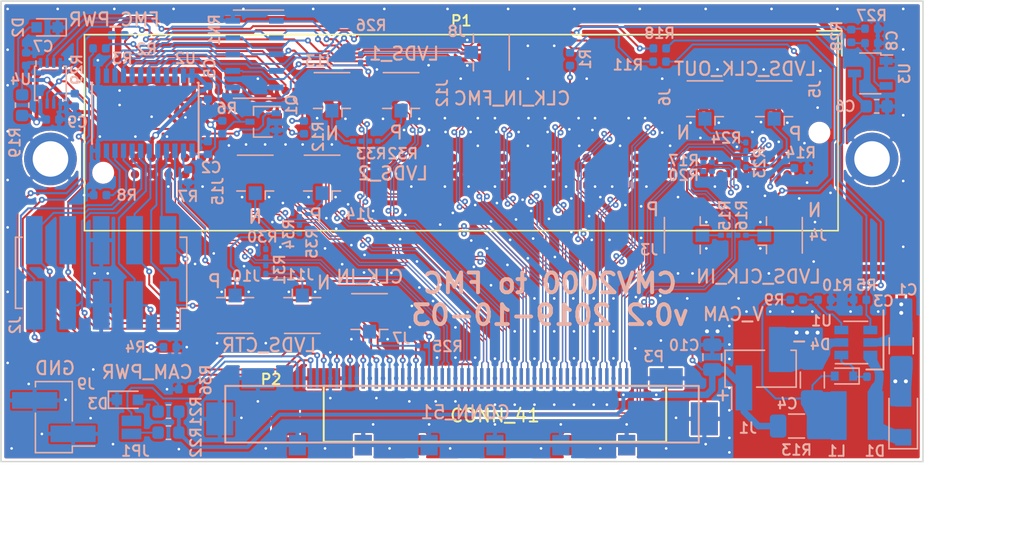
<source format=kicad_pcb>
(kicad_pcb (version 20171130) (host pcbnew 5.1.4-e60b266~84~ubuntu18.04.1)
  (layers (0 F.Cu signal) (1 In1.Cu signal) (2 In2.Cu signal) (31 B.Cu signal) (34 B.Paste user) (35 F.Paste user) (36 B.SilkS user) (37 F.SilkS user) (38 B.Mask user) (39 F.Mask user) (44 Edge.Cuts user))
  (net 0 "")
  (net 1 /LED)
  (net 2 GND)
  (net 3 /LVDS_2_P)
  (net 4 /LVDS_2_N)
  (net 5 /LVDS_3_P)
  (net 6 /LVDS_3_N)
  (net 7 /LVDS_4_P)
  (net 8 /LVDS_4_N)
  (net 9 /LVDS_6_P)
  (net 10 /LVDS_6_N)
  (net 11 /LVDS_5_P)
  (net 12 /LVDS_5_N)
  (net 13 /LVDS_8_P)
  (net 14 /LVDS_8_N)
  (net 15 /LVDS_7_P)
  (net 16 /LVDS_7_N)
  (net 17 /LVDS_9_P)
  (net 18 /LVDS_9_N)
  (net 19 /LVDS_10_P)
  (net 20 /LVDS_10_N)
  (net 21 /LVDS_11_P)
  (net 22 /LVDS_11_N)
  (net 23 /LVDS_12_P)
  (net 24 /LVDS_12_N)
  (net 25 /LVDS_14_P)
  (net 26 /LVDS_14_N)
  (net 27 /LVDS_13_P)
  (net 28 /LVDS_13_N)
  (net 29 /LVDS_16_P)
  (net 30 /LVDS_16_N)
  (net 31 /LVDS_15_P)
  (net 32 /LVDS_15_N)
  (net 33 /LVDS_CLK_OUT_P)
  (net 34 /LVDS_CLK_OUT_N)
  (net 35 /SDA)
  (net 36 /SCL)
  (net 37 /SYS_RES_N)
  (net 38 /SPI_EN)
  (net 39 /SPI_CLK)
  (net 40 /T_EXP1)
  (net 41 /SPI_OUT)
  (net 42 /SPI_IN)
  (net 43 /T_EXP2)
  (net 44 /CLK_IN)
  (net 45 /FRAME_REQ)
  (net 46 /LVDS_CLK_IN_P)
  (net 47 /LVDS_CLK_IN_N)
  (net 48 /LVDS_CTR_P)
  (net 49 /LVDS_CTR_N)
  (net 50 /LVDS_1_P)
  (net 51 /LVDS_1_N)
  (net 52 "Net-(J14-Pad1)")
  (net 53 "Net-(J13-Pad1)")
  (net 54 "Net-(J12-Pad1)")
  (net 55 "Net-(J11-Pad1)")
  (net 56 "Net-(J10-Pad1)")
  (net 57 "Net-(J8-Pad1)")
  (net 58 "Net-(J7-Pad1)")
  (net 59 "Net-(J6-Pad1)")
  (net 60 "Net-(J5-Pad1)")
  (net 61 "Net-(J4-Pad1)")
  (net 62 "Net-(J3-Pad1)")
  (net 63 "Net-(J15-Pad1)")
  (net 64 "Net-(JP1-Pad1)")
  (net 65 /A0)
  (net 66 /5V_CAM)
  (net 67 /SYS_RES_N_FMC)
  (net 68 /SPI_EN_FMC)
  (net 69 /SPI_CLK_FMC)
  (net 70 /SPI_IN_FMC)
  (net 71 /CLK_IN_FMC)
  (net 72 /T_EXP1_FMC)
  (net 73 /T_EXP2_FMC)
  (net 74 /FRAME_REQ_FMC)
  (net 75 "Net-(P1-PadH02)")
  (net 76 "Net-(P1-PadH07)")
  (net 77 /VIO_FMC)
  (net 78 +3V3)
  (net 79 +12V)
  (net 80 "Net-(P1-PadC31)")
  (net 81 "Net-(P1-PadD31)")
  (net 82 "Net-(P1-PadC30)")
  (net 83 "Net-(P1-PadD30)")
  (net 84 "Net-(P1-PadC14)")
  (net 85 /SPI_OUT_FMC)
  (net 86 "Net-(P1-PadD01)")
  (net 87 "Net-(C3-Pad2)")
  (net 88 /CAM_PWR_ON)
  (net 89 "Net-(C8-Pad1)")
  (net 90 /CAM_PWR_GOOD)
  (net 91 "Net-(R7-Pad1)")
  (net 92 "Net-(R8-Pad1)")
  (net 93 "Net-(C4-Pad1)")
  (net 94 "Net-(R10-Pad1)")
  (net 95 "Net-(C3-Pad1)")
  (net 96 /CAM_PWR_GOOD_FMC)
  (net 97 "Net-(D2-Pad2)")
  (net 98 "Net-(D3-Pad2)")
  (net 99 "Net-(Q1-Pad3)")
  (net 100 /LVDS_CLK_IN_0_N)
  (net 101 /LVDS_CLK_IN_0_P)
  (module Diode_SMD:D_SOD-523 (layer B.Cu) (at 176.5 113.5 180)
    (fp_text reference D4 (at 1.8 2.4 180) (layer B.SilkS) (effects (font (size 0.8 0.8)) (justify mirror)))
    (fp_text value D)
    (pad 1 smd rect (at -0.7 0) (size 0.6 0.7) (layers B.Cu B.Paste B.Mask) (net 95 "Net-(C3-Pad1)"))
    (pad 2 smd rect (at 0.7 0) (size 0.6 0.7) (layers B.Cu B.Paste B.Mask) (net 93 "Net-(C4-Pad1)"))
  )
  (module Resistor_SMD:R_0201_0603Metric (layer B.Cu) (at 169.05 97.31 90)
    (fp_text reference R23 (at 0 1.05 90) (layer B.SilkS) (effects (font (size 0.8 0.8)) (justify mirror)))
    (fp_text value 1k)
    (pad 2 smd roundrect (at 0.32 0 90) (size 0.46 0.4) (layers B.Cu B.Mask) (net 33 /LVDS_CLK_OUT_P))
    (pad 1 smd roundrect (at -0.32 0 90) (size 0.46 0.4) (layers B.Cu B.Mask) (net 60 "Net-(J5-Pad1)"))
  )
  (module Resistor_SMD:R_0201_0603Metric (layer B.Cu) (at 166.15 97.25)
    (fp_text reference R17 (at -1.82 -0.13) (layer B.SilkS) (effects (font (size 0.8 0.8)) (justify mirror)))
    (fp_text value DNP)
    (pad 2 smd roundrect (at 0.32 0) (size 0.46 0.4) (layers B.Cu B.Mask) (net 101 /LVDS_CLK_IN_0_P))
    (pad 1 smd roundrect (at -0.32 0) (size 0.46 0.4) (layers B.Cu B.Mask) (net 46 /LVDS_CLK_IN_P))
  )
  (module Resistor_SMD:R_0201_0603Metric (layer B.Cu) (at 166.15 97.95)
    (fp_text reference R20 (at -1.82 0.29) (layer B.SilkS) (effects (font (size 0.8 0.8)) (justify mirror)))
    (fp_text value DNP)
    (pad 2 smd roundrect (at 0.32 0) (size 0.46 0.4) (layers B.Cu B.Mask) (net 100 /LVDS_CLK_IN_0_N))
    (pad 1 smd roundrect (at -0.32 0) (size 0.46 0.4) (layers B.Cu B.Mask) (net 47 /LVDS_CLK_IN_N))
  )
  (module Resistor_SMD:R_0201_0603Metric (layer B.Cu) (at 144.48 111.2)
    (fp_text reference R25 (at 1.92 0.05) (layer B.SilkS) (effects (font (size 0.8 0.8)) (justify mirror)))
    (fp_text value 1k)
    (pad 2 smd roundrect (at 0.32 0) (size 0.46 0.4) (layers B.Cu B.Mask) (net 44 /CLK_IN))
    (pad 1 smd roundrect (at -0.32 0) (size 0.46 0.4) (layers B.Cu B.Mask) (net 58 "Net-(J7-Pad1)"))
  )
  (module Resistor_SMD:R_0201_0603Metric (layer B.Cu) (at 139.8 89.355 270)
    (fp_text reference R26 (at -2.505 -0.8) (layer B.SilkS) (effects (font (size 0.8 0.8)) (justify mirror)))
    (fp_text value 1k)
    (pad 2 smd roundrect (at 0.32 0 270) (size 0.46 0.4) (layers B.Cu B.Mask) (net 71 /CLK_IN_FMC))
    (pad 1 smd roundrect (at -0.32 0 270) (size 0.46 0.4) (layers B.Cu B.Mask) (net 57 "Net-(J8-Pad1)"))
  )
  (module Resistor_SMD:R_0201_0603Metric (layer B.Cu) (at 167.48 102.8)
    (fp_text reference R15 (at -0.02 -1.51 90) (layer B.SilkS) (effects (font (size 0.8 0.8)) (justify mirror)))
    (fp_text value 1k)
    (pad 2 smd roundrect (at 0.32 0) (size 0.46 0.4) (layers B.Cu B.Mask) (net 46 /LVDS_CLK_IN_P))
    (pad 1 smd roundrect (at -0.32 0) (size 0.46 0.4) (layers B.Cu B.Mask) (net 62 "Net-(J3-Pad1)"))
  )
  (module Resistor_SMD:R_0201_0603Metric (layer B.Cu) (at 169.05 96.07 270)
    (fp_text reference R24 (at -0.66 1.49) (layer B.SilkS) (effects (font (size 0.8 0.8)) (justify mirror)))
    (fp_text value 1k)
    (pad 2 smd roundrect (at 0.32 0 270) (size 0.46 0.4) (layers B.Cu B.Mask) (net 34 /LVDS_CLK_OUT_N))
    (pad 1 smd roundrect (at -0.32 0 270) (size 0.46 0.4) (layers B.Cu B.Mask) (net 59 "Net-(J6-Pad1)"))
  )
  (module Resistor_SMD:R_0201_0603Metric (layer B.Cu) (at 132.6 104.17 270)
    (fp_text reference R30 (at -1.24 0.26) (layer B.SilkS) (effects (font (size 0.8 0.8)) (justify mirror)))
    (fp_text value 1k)
    (pad 2 smd roundrect (at 0.32 0 270) (size 0.46 0.4) (layers B.Cu B.Mask) (net 48 /LVDS_CTR_P))
    (pad 1 smd roundrect (at -0.32 0 270) (size 0.46 0.4) (layers B.Cu B.Mask) (net 56 "Net-(J10-Pad1)"))
  )
  (module Resistor_SMD:R_0201_0603Metric (layer B.Cu) (at 135.16 102.33 90)
    (fp_text reference R35 (at -1.08 0.95 90) (layer B.SilkS) (effects (font (size 0.8 0.8)) (justify mirror)))
    (fp_text value 1k)
    (pad 2 smd roundrect (at 0.32 0 90) (size 0.46 0.4) (layers B.Cu B.Mask) (net 4 /LVDS_2_N))
    (pad 1 smd roundrect (at -0.32 0 90) (size 0.46 0.4) (layers B.Cu B.Mask) (net 63 "Net-(J15-Pad1)"))
  )
  (module Resistor_SMD:R_0201_0603Metric (layer B.Cu) (at 132.6 105.41 90)
    (fp_text reference R31 (at 0 1.05 90) (layer B.SilkS) (effects (font (size 0.8 0.8)) (justify mirror)))
    (fp_text value 1k)
    (pad 2 smd roundrect (at 0.32 0 90) (size 0.46 0.4) (layers B.Cu B.Mask) (net 49 /LVDS_CTR_N))
    (pad 1 smd roundrect (at -0.32 0 90) (size 0.46 0.4) (layers B.Cu B.Mask) (net 55 "Net-(J11-Pad1)"))
  )
  (module Resistor_SMD:R_0201_0603Metric (layer B.Cu) (at 140.79 95.65 180)
    (fp_text reference R32 (at -2.2 -0.95 180) (layer B.SilkS) (effects (font (size 0.8 0.8)) (justify mirror)))
    (fp_text value 1k)
    (pad 2 smd roundrect (at 0.32 0 180) (size 0.46 0.4) (layers B.Cu B.Mask) (net 50 /LVDS_1_P))
    (pad 1 smd roundrect (at -0.32 0 180) (size 0.46 0.4) (layers B.Cu B.Mask) (net 54 "Net-(J12-Pad1)"))
  )
  (module Resistor_SMD:R_0201_0603Metric (layer B.Cu) (at 139.55 95.65)
    (fp_text reference R33 (at 1.05 0.95) (layer B.SilkS) (effects (font (size 0.8 0.8)) (justify mirror)))
    (fp_text value 1k)
    (pad 2 smd roundrect (at 0.32 0) (size 0.46 0.4) (layers B.Cu B.Mask) (net 51 /LVDS_1_N))
    (pad 1 smd roundrect (at -0.32 0) (size 0.46 0.4) (layers B.Cu B.Mask) (net 53 "Net-(J13-Pad1)"))
  )
  (module Resistor_SMD:R_0201_0603Metric (layer B.Cu) (at 135.16 101.09 270)
    (fp_text reference R34 (at 1.62 0.82 90) (layer B.SilkS) (effects (font (size 0.8 0.8)) (justify mirror)))
    (fp_text value 1k)
    (pad 2 smd roundrect (at 0.32 0 270) (size 0.46 0.4) (layers B.Cu B.Mask) (net 3 /LVDS_2_P))
    (pad 1 smd roundrect (at -0.32 0 270) (size 0.46 0.4) (layers B.Cu B.Mask) (net 52 "Net-(J14-Pad1)"))
  )
  (module Resistor_SMD:R_0201_0603Metric (layer B.Cu) (at 168.74 102.8 180)
    (fp_text reference R16 (at 0.01 1.52 90) (layer B.SilkS) (effects (font (size 0.8 0.8)) (justify mirror)))
    (fp_text value 1k)
    (pad 2 smd roundrect (at 0.32 0 180) (size 0.46 0.4) (layers B.Cu B.Mask) (net 47 /LVDS_CLK_IN_N))
    (pad 1 smd roundrect (at -0.32 0 180) (size 0.46 0.4) (layers B.Cu B.Mask) (net 61 "Net-(J4-Pad1)"))
  )
  (module Connector_Coaxial:U.FL_Hirose_U.FL-R-SMT-1_Vertical (layer B.Cu) (at 164.7 102.8 180)
    (fp_text reference J3 (at 3 -1.1) (layer B.SilkS) (effects (font (size 0.8 0.8)) (justify mirror)))
    (fp_text value LVDS_CLK_IN_P)
    (pad 2 smd rect (at 0.475 1.475 180) (size 2.2 1.05) (layers B.Cu B.Paste B.Mask) (net 2 GND))
    (pad 1 smd rect (at -1.05 0 180) (size 1.05 1) (layers B.Cu B.Paste B.Mask) (net 62 "Net-(J3-Pad1)"))
    (pad 2 smd rect (at 0.475 -1.475 180) (size 2.2 1.05) (layers B.Cu B.Paste B.Mask) (net 2 GND))
  )
  (module Connector_Coaxial:U.FL_Hirose_U.FL-R-SMT-1_Vertical (layer B.Cu) (at 171.5 102.8)
    (fp_text reference J4 (at 3.03 0 180) (layer B.SilkS) (effects (font (size 0.8 0.8)) (justify mirror)))
    (fp_text value LVDS_CLK_IN_N)
    (pad 2 smd rect (at 0.475 1.475) (size 2.2 1.05) (layers B.Cu B.Paste B.Mask) (net 2 GND))
    (pad 1 smd rect (at -1.05 0) (size 1.05 1) (layers B.Cu B.Paste B.Mask) (net 61 "Net-(J4-Pad1)"))
    (pad 2 smd rect (at 0.475 -1.475) (size 2.2 1.05) (layers B.Cu B.Paste B.Mask) (net 2 GND))
  )
  (module Connector_Coaxial:U.FL_Hirose_U.FL-R-SMT-1_Vertical (layer B.Cu) (at 171.2 92.9 90)
    (fp_text reference J5 (at 1.2 3.1 270) (layer B.SilkS) (effects (font (size 0.8 0.8)) (justify mirror)))
    (fp_text value LVDS_CLK_OUT_P)
    (pad 2 smd rect (at 0.475 1.475 90) (size 2.2 1.05) (layers B.Cu B.Paste B.Mask) (net 2 GND))
    (pad 1 smd rect (at -1.05 0 90) (size 1.05 1) (layers B.Cu B.Paste B.Mask) (net 60 "Net-(J5-Pad1)"))
    (pad 2 smd rect (at 0.475 -1.475 90) (size 2.2 1.05) (layers B.Cu B.Paste B.Mask) (net 2 GND))
  )
  (module Connector_Coaxial:U.FL_Hirose_U.FL-R-SMT-1_Vertical (layer B.Cu) (at 165.95 92.9 90)
    (fp_text reference J6 (at 0.6 -3.05 270) (layer B.SilkS) (effects (font (size 0.8 0.8)) (justify mirror)))
    (fp_text value LVDS_CLK_OUT_N)
    (pad 2 smd rect (at 0.475 1.475 90) (size 2.2 1.05) (layers B.Cu B.Paste B.Mask) (net 2 GND))
    (pad 1 smd rect (at -1.05 0 90) (size 1.05 1) (layers B.Cu B.Paste B.Mask) (net 59 "Net-(J6-Pad1)"))
    (pad 2 smd rect (at 0.475 -1.475 90) (size 2.2 1.05) (layers B.Cu B.Paste B.Mask) (net 2 GND))
  )
  (module Connector_Coaxial:U.FL_Hirose_U.FL-R-SMT-1_Vertical (layer B.Cu) (at 140.475 109.075 90)
    (fp_text reference J7 (at -1.555 2.415 180) (layer B.SilkS) (effects (font (size 0.8 0.8)) (justify mirror)))
    (fp_text value CLK_IN)
    (pad 2 smd rect (at 0.475 1.475 90) (size 2.2 1.05) (layers B.Cu B.Paste B.Mask) (net 2 GND))
    (pad 1 smd rect (at -1.05 0 90) (size 1.05 1) (layers B.Cu B.Paste B.Mask) (net 58 "Net-(J7-Pad1)"))
    (pad 2 smd rect (at 0.475 -1.475 90) (size 2.2 1.05) (layers B.Cu B.Paste B.Mask) (net 2 GND))
  )
  (module Connector_Coaxial:U.FL_Hirose_U.FL-R-SMT-1_Vertical (layer B.Cu) (at 149.25 88.9)
    (fp_text reference J8 (at -2.15 -1.6) (layer B.SilkS) (effects (font (size 0.8 0.8)) (justify mirror)))
    (fp_text value CLK_IN)
    (pad 2 smd rect (at 0.475 1.475) (size 2.2 1.05) (layers B.Cu B.Paste B.Mask) (net 2 GND))
    (pad 1 smd rect (at -1.05 0) (size 1.05 1) (layers B.Cu B.Paste B.Mask) (net 57 "Net-(J8-Pad1)"))
    (pad 2 smd rect (at 0.475 -1.475) (size 2.2 1.05) (layers B.Cu B.Paste B.Mask) (net 2 GND))
  )
  (module Connector_Coaxial:U.FL_Hirose_U.FL-R-SMT-1_Vertical (layer B.Cu) (at 130.275 108.425 270)
    (fp_text reference J10 (at -2.525 -0.825 180) (layer B.SilkS) (effects (font (size 0.8 0.8)) (justify mirror)))
    (fp_text value LVDS_CTR_P)
    (pad 2 smd rect (at 0.475 1.475 270) (size 2.2 1.05) (layers B.Cu B.Paste B.Mask) (net 2 GND))
    (pad 1 smd rect (at -1.05 0 270) (size 1.05 1) (layers B.Cu B.Paste B.Mask) (net 56 "Net-(J10-Pad1)"))
    (pad 2 smd rect (at 0.475 -1.475 270) (size 2.2 1.05) (layers B.Cu B.Paste B.Mask) (net 2 GND))
  )
  (module Connector_Coaxial:U.FL_Hirose_U.FL-R-SMT-1_Vertical (layer B.Cu) (at 135.375 108.425 270)
    (fp_text reference J11 (at -2.625 0.175 180) (layer B.SilkS) (effects (font (size 0.8 0.8)) (justify mirror)))
    (fp_text value LVDS_CTR_N)
    (pad 2 smd rect (at 0.475 1.475 270) (size 2.2 1.05) (layers B.Cu B.Paste B.Mask) (net 2 GND))
    (pad 1 smd rect (at -1.05 0 270) (size 1.05 1) (layers B.Cu B.Paste B.Mask) (net 55 "Net-(J11-Pad1)"))
    (pad 2 smd rect (at 0.475 -1.475 270) (size 2.2 1.05) (layers B.Cu B.Paste B.Mask) (net 2 GND))
  )
  (module Connector_Coaxial:U.FL_Hirose_U.FL-R-SMT-1_Vertical (layer B.Cu) (at 142.875 92.275 90)
    (fp_text reference J12 (at 0.275 3.125 270) (layer B.SilkS) (effects (font (size 0.8 0.8)) (justify mirror)))
    (fp_text value LVDS_1_P)
    (pad 2 smd rect (at 0.475 1.475 90) (size 2.2 1.05) (layers B.Cu B.Paste B.Mask) (net 2 GND))
    (pad 1 smd rect (at -1.05 0 90) (size 1.05 1) (layers B.Cu B.Paste B.Mask) (net 54 "Net-(J12-Pad1)"))
    (pad 2 smd rect (at 0.475 -1.475 90) (size 2.2 1.05) (layers B.Cu B.Paste B.Mask) (net 2 GND))
  )
  (module Connector_Coaxial:U.FL_Hirose_U.FL-R-SMT-1_Vertical (layer B.Cu) (at 137.625 92.275 90)
    (fp_text reference J13 (at 2.725 -0.975 180) (layer B.SilkS) (effects (font (size 0.8 0.8)) (justify mirror)))
    (fp_text value LVDS_1_N)
    (pad 2 smd rect (at 0.475 1.475 90) (size 2.2 1.05) (layers B.Cu B.Paste B.Mask) (net 2 GND))
    (pad 1 smd rect (at -1.05 0 90) (size 1.05 1) (layers B.Cu B.Paste B.Mask) (net 53 "Net-(J13-Pad1)"))
    (pad 2 smd rect (at 0.475 -1.475 90) (size 2.2 1.05) (layers B.Cu B.Paste B.Mask) (net 2 GND))
  )
  (module Connector_Coaxial:U.FL_Hirose_U.FL-R-SMT-1_Vertical (layer B.Cu) (at 136.875 98.55 90)
    (fp_text reference J14 (at -2.64 2.855 180) (layer B.SilkS) (effects (font (size 0.8 0.8)) (justify mirror)))
    (fp_text value LVDS_2_P)
    (pad 2 smd rect (at 0.475 1.475 90) (size 2.2 1.05) (layers B.Cu B.Paste B.Mask) (net 2 GND))
    (pad 1 smd rect (at -1.05 0 90) (size 1.05 1) (layers B.Cu B.Paste B.Mask) (net 52 "Net-(J14-Pad1)"))
    (pad 2 smd rect (at 0.475 -1.475 90) (size 2.2 1.05) (layers B.Cu B.Paste B.Mask) (net 2 GND))
  )
  (module Connector_Coaxial:U.FL_Hirose_U.FL-R-SMT-1_Vertical (layer B.Cu) (at 131.8 98.55 90)
    (fp_text reference J15 (at -0.91 -2.84 270) (layer B.SilkS) (effects (font (size 0.8 0.8)) (justify mirror)))
    (fp_text value LVDS_2_N)
    (pad 2 smd rect (at 0.475 1.475 90) (size 2.2 1.05) (layers B.Cu B.Paste B.Mask) (net 2 GND))
    (pad 1 smd rect (at -1.05 0 90) (size 1.05 1) (layers B.Cu B.Paste B.Mask) (net 63 "Net-(J15-Pad1)"))
    (pad 2 smd rect (at 0.475 -1.475 90) (size 2.2 1.05) (layers B.Cu B.Paste B.Mask) (net 2 GND))
  )
  (module Connector_Samtec:Samtec_FMC_ASP-134604-01_4x40_Vertical (layer F.Cu) (at 147.442 95 270)
    (fp_text reference P1 (at -8.5 0) (layer F.SilkS) (effects (font (size 0.8 0.8))))
    (fp_text value FMC_LPC)
    (pad C01 thru_hole circle (at 2 -31.19) (size 4 4) (drill 2.7) (layers *.Cu *.Mask) (net 2 GND))
    (pad "" np_thru_hole circle (at 3.05 27.19) (size 1.27 1.27) (drill 1.27) (layers *.Cu *.Mask) (clearance 0.1))
    (pad C01 smd circle (at -3.17 -24.77) (size 0.64 0.64) (layers F.Cu F.Paste F.Mask) (net 2 GND))
    (pad D01 smd circle (at -1.91 -24.77) (size 0.64 0.64) (layers F.Cu F.Paste F.Mask) (net 86 "Net-(P1-PadD01)") (clearance 0.1))
    (pad D02 smd circle (at -1.91 -23.5) (size 0.64 0.64) (layers F.Cu F.Paste F.Mask) (net 2 GND) (clearance 0.1))
    (pad C07 smd circle (at -3.17 -17.14) (size 0.64 0.64) (layers F.Cu F.Paste F.Mask) (clearance 0.1))
    (pad D07 smd circle (at -1.91 -17.14) (size 0.64 0.64) (layers F.Cu F.Paste F.Mask) (net 2 GND) (clearance 0.1))
    (pad D08 smd circle (at -1.91 -15.88) (size 0.64 0.64) (layers F.Cu F.Paste F.Mask) (net 29 /LVDS_16_P) (clearance 0.1))
    (pad C08 smd circle (at -3.17 -15.88) (size 0.64 0.64) (layers F.Cu F.Paste F.Mask) (net 2 GND) (clearance 0.1))
    (pad C10 smd circle (at -3.17 -13.34) (size 0.64 0.64) (layers F.Cu F.Paste F.Mask) (net 72 /T_EXP1_FMC) (clearance 0.1))
    (pad D10 smd circle (at -1.91 -13.34) (size 0.64 0.64) (layers F.Cu F.Paste F.Mask) (net 2 GND) (clearance 0.1))
    (pad D09 smd circle (at -1.91 -14.61) (size 0.64 0.64) (layers F.Cu F.Paste F.Mask) (net 30 /LVDS_16_N) (clearance 0.1))
    (pad C09 smd circle (at -3.17 -14.61) (size 0.64 0.64) (layers F.Cu F.Paste F.Mask) (net 2 GND) (clearance 0.1))
    (pad C05 smd circle (at -3.17 -19.68) (size 0.64 0.64) (layers F.Cu F.Paste F.Mask) (net 2 GND) (clearance 0.1))
    (pad D05 smd circle (at -1.91 -19.68) (size 0.64 0.64) (layers F.Cu F.Paste F.Mask) (clearance 0.1))
    (pad D06 smd circle (at -1.91 -18.41) (size 0.64 0.64) (layers F.Cu F.Paste F.Mask) (net 2 GND) (clearance 0.1))
    (pad C06 smd circle (at -3.17 -18.41) (size 0.64 0.64) (layers F.Cu F.Paste F.Mask) (clearance 0.1))
    (pad C04 smd circle (at -3.17 -20.95) (size 0.64 0.64) (layers F.Cu F.Paste F.Mask) (net 2 GND) (clearance 0.1))
    (pad D04 smd circle (at -1.91 -20.95) (size 0.64 0.64) (layers F.Cu F.Paste F.Mask) (clearance 0.1))
    (pad D03 smd circle (at -1.91 -22.23) (size 0.64 0.64) (layers F.Cu F.Paste F.Mask) (net 2 GND) (clearance 0.1))
    (pad C03 smd circle (at -3.17 -22.23) (size 0.64 0.64) (layers F.Cu F.Paste F.Mask) (clearance 0.1))
    (pad C19 smd circle (at -3.17 -1.91) (size 0.64 0.64) (layers F.Cu F.Paste F.Mask) (net 68 /SPI_EN_FMC) (clearance 0.1))
    (pad D19 smd circle (at -1.91 -1.91) (size 0.64 0.64) (layers F.Cu F.Paste F.Mask) (net 2 GND) (clearance 0.1))
    (pad D20 smd circle (at -1.91 -0.64) (size 0.64 0.64) (layers F.Cu F.Paste F.Mask) (net 9 /LVDS_6_P) (clearance 0.1))
    (pad C20 smd circle (at -3.17 -0.64) (size 0.64 0.64) (layers F.Cu F.Paste F.Mask) (net 2 GND) (clearance 0.1))
    (pad C21 smd circle (at -3.17 0.64) (size 0.64 0.64) (layers F.Cu F.Paste F.Mask) (net 2 GND) (clearance 0.1))
    (pad D21 smd circle (at -1.91 0.62) (size 0.64 0.64) (layers F.Cu F.Paste F.Mask) (net 10 /LVDS_6_N) (clearance 0.1))
    (pad C24 smd circle (at -3.17 4.45) (size 0.64 0.64) (layers F.Cu F.Paste F.Mask) (net 2 GND) (clearance 0.1))
    (pad D24 smd circle (at -1.91 4.45) (size 0.64 0.64) (layers F.Cu F.Paste F.Mask) (net 12 /LVDS_5_N) (clearance 0.1))
    (pad D25 smd circle (at -1.91 5.71) (size 0.64 0.64) (layers F.Cu F.Paste F.Mask) (net 2 GND) (clearance 0.1))
    (pad C25 smd circle (at -3.17 5.71) (size 0.64 0.64) (layers F.Cu F.Paste F.Mask) (net 2 GND) (clearance 0.1))
    (pad C23 smd circle (at -3.17 3.17) (size 0.64 0.64) (layers F.Cu F.Paste F.Mask) (net 70 /SPI_IN_FMC) (clearance 0.1))
    (pad D23 smd circle (at -1.91 3.17) (size 0.64 0.64) (layers F.Cu F.Paste F.Mask) (net 11 /LVDS_5_P) (clearance 0.1))
    (pad D22 smd circle (at -1.91 1.91) (size 0.64 0.64) (layers F.Cu F.Paste F.Mask) (net 2 GND) (clearance 0.1))
    (pad C22 smd circle (at -3.17 1.91) (size 0.64 0.64) (layers F.Cu F.Paste F.Mask) (net 85 /SPI_OUT_FMC) (clearance 0.1))
    (pad C15 smd circle (at -3.17 -6.99) (size 0.64 0.64) (layers F.Cu F.Paste F.Mask) (net 67 /SYS_RES_N_FMC) (clearance 0.1))
    (pad D15 smd circle (at -1.91 -6.99) (size 0.64 0.64) (layers F.Cu F.Paste F.Mask) (net 24 /LVDS_12_N) (clearance 0.1))
    (pad D16 smd circle (at -1.91 -5.71) (size 0.64 0.64) (layers F.Cu F.Paste F.Mask) (net 2 GND) (clearance 0.1))
    (pad C16 smd circle (at -3.17 -5.71) (size 0.64 0.64) (layers F.Cu F.Paste F.Mask) (net 2 GND) (clearance 0.1))
    (pad C18 smd circle (at -3.17 -3.17) (size 0.64 0.64) (layers F.Cu F.Paste F.Mask) (net 69 /SPI_CLK_FMC) (clearance 0.1))
    (pad D18 smd circle (at -1.91 -3.17) (size 0.64 0.64) (layers F.Cu F.Paste F.Mask) (net 22 /LVDS_11_N) (clearance 0.1))
    (pad D17 smd circle (at -1.91 -4.45) (size 0.64 0.64) (layers F.Cu F.Paste F.Mask) (net 21 /LVDS_11_P) (clearance 0.1))
    (pad C17 smd circle (at -3.17 -4.45) (size 0.64 0.64) (layers F.Cu F.Paste F.Mask) (net 2 GND) (clearance 0.1))
    (pad C13 smd circle (at -3.17 -9.53) (size 0.64 0.64) (layers F.Cu F.Paste F.Mask) (net 2 GND) (clearance 0.1))
    (pad D13 smd circle (at -1.91 -9.53) (size 0.64 0.64) (layers F.Cu F.Paste F.Mask) (net 2 GND) (clearance 0.1))
    (pad D14 smd circle (at -1.91 -8.26) (size 0.64 0.64) (layers F.Cu F.Paste F.Mask) (net 23 /LVDS_12_P) (clearance 0.1))
    (pad C14 smd circle (at -3.17 -8.26) (size 0.64 0.64) (layers F.Cu F.Paste F.Mask) (net 84 "Net-(P1-PadC14)") (clearance 0.1))
    (pad C12 smd circle (at -3.17 -10.79) (size 0.64 0.64) (layers F.Cu F.Paste F.Mask) (net 2 GND) (clearance 0.1))
    (pad D12 smd circle (at -1.91 -10.79) (size 0.64 0.64) (layers F.Cu F.Paste F.Mask) (net 26 /LVDS_14_N) (clearance 0.1))
    (pad D11 smd circle (at -1.91 -12.06) (size 0.64 0.64) (layers F.Cu F.Paste F.Mask) (net 25 /LVDS_14_P) (clearance 0.1))
    (pad C11 smd circle (at -3.17 -12.06) (size 0.64 0.64) (layers F.Cu F.Paste F.Mask) (net 73 /T_EXP2_FMC) (clearance 0.1))
    (pad C29 smd circle (at -3.17 10.79) (size 0.64 0.64) (layers F.Cu F.Paste F.Mask) (net 2 GND) (clearance 0.1))
    (pad D29 smd circle (at -1.91 10.79) (size 0.64 0.64) (layers F.Cu F.Paste F.Mask) (clearance 0.1))
    (pad D30 smd circle (at -1.91 12.06) (size 0.64 0.64) (layers F.Cu F.Paste F.Mask) (net 83 "Net-(P1-PadD30)") (clearance 0.1))
    (pad C30 smd circle (at -3.17 12.06) (size 0.64 0.64) (layers F.Cu F.Paste F.Mask) (net 82 "Net-(P1-PadC30)") (clearance 0.1))
    (pad C32 smd circle (at -3.17 14.61) (size 0.64 0.64) (layers F.Cu F.Paste F.Mask) (net 2 GND) (clearance 0.1))
    (pad D32 smd circle (at -1.91 14.61) (size 0.64 0.64) (layers F.Cu F.Paste F.Mask) (clearance 0.1))
    (pad D31 smd circle (at -1.91 13.34) (size 0.64 0.64) (layers F.Cu F.Paste F.Mask) (net 81 "Net-(P1-PadD31)") (clearance 0.1))
    (pad C31 smd circle (at -3.17 13.34) (size 0.64 0.64) (layers F.Cu F.Paste F.Mask) (net 80 "Net-(P1-PadC31)") (clearance 0.1))
    (pad D28 smd circle (at -1.91 9.53) (size 0.64 0.64) (layers F.Cu F.Paste F.Mask) (net 2 GND) (clearance 0.1))
    (pad C28 smd circle (at -3.17 9.53) (size 0.64 0.64) (layers F.Cu F.Paste F.Mask) (net 2 GND) (clearance 0.1))
    (pad C27 smd circle (at -3.17 8.26) (size 0.64 0.64) (layers F.Cu F.Paste F.Mask) (net 74 /FRAME_REQ_FMC) (clearance 0.1))
    (pad D27 smd circle (at -1.91 8.26) (size 0.64 0.64) (layers F.Cu F.Paste F.Mask) (net 51 /LVDS_1_N) (clearance 0.1))
    (pad D26 smd circle (at -1.91 6.99) (size 0.64 0.64) (layers F.Cu F.Paste F.Mask) (net 50 /LVDS_1_P) (clearance 0.1))
    (pad C26 smd circle (at -3.17 6.99) (size 0.64 0.64) (layers F.Cu F.Paste F.Mask) (net 71 /CLK_IN_FMC) (clearance 0.1))
    (pad C35 smd circle (at -3.17 18.41) (size 0.64 0.64) (layers F.Cu F.Paste F.Mask) (net 79 +12V) (clearance 0.1))
    (pad D35 smd circle (at -1.91 18.41) (size 0.64 0.64) (layers F.Cu F.Paste F.Mask) (clearance 0.1))
    (pad D36 smd circle (at -1.91 19.68) (size 0.64 0.64) (layers F.Cu F.Paste F.Mask) (net 78 +3V3) (clearance 0.1))
    (pad C36 smd circle (at -3.17 19.68) (size 0.64 0.64) (layers F.Cu F.Paste F.Mask) (net 2 GND) (clearance 0.1))
    (pad C37 smd circle (at -3.17 20.95) (size 0.64 0.64) (layers F.Cu F.Paste F.Mask) (net 79 +12V) (clearance 0.1))
    (pad D37 smd circle (at -1.91 20.95) (size 0.64 0.64) (layers F.Cu F.Paste F.Mask) (net 2 GND) (clearance 0.1))
    (pad C40 smd circle (at -3.17 24.77) (size 0.64 0.64) (layers F.Cu F.Paste F.Mask) (net 2 GND) (clearance 0.1))
    (pad D40 smd circle (at -1.91 24.77) (size 0.64 0.64) (layers F.Cu F.Paste F.Mask) (net 78 +3V3) (clearance 0.1))
    (pad C39 smd circle (at -3.17 23.5) (size 0.64 0.64) (layers F.Cu F.Paste F.Mask) (clearance 0.1))
    (pad D39 smd circle (at -1.91 23.5) (size 0.64 0.64) (layers F.Cu F.Paste F.Mask) (net 2 GND) (clearance 0.1))
    (pad D38 smd circle (at -1.91 22.23) (size 0.64 0.64) (layers F.Cu F.Paste F.Mask) (net 78 +3V3) (clearance 0.1))
    (pad C38 smd circle (at -3.17 22.23) (size 0.64 0.64) (layers F.Cu F.Paste F.Mask) (net 2 GND) (clearance 0.1))
    (pad C34 smd circle (at -3.17 17.14) (size 0.64 0.64) (layers F.Cu F.Paste F.Mask) (clearance 0.1))
    (pad D34 smd circle (at -1.91 17.14) (size 0.64 0.64) (layers F.Cu F.Paste F.Mask) (clearance 0.1))
    (pad D33 smd circle (at -1.91 15.88) (size 0.64 0.64) (layers F.Cu F.Paste F.Mask) (clearance 0.1))
    (pad C33 smd circle (at -3.17 15.88) (size 0.64 0.64) (layers F.Cu F.Paste F.Mask) (net 2 GND) (clearance 0.1))
    (pad G33 smd circle (at 1.91 15.88) (size 0.64 0.64) (layers F.Cu F.Paste F.Mask) (clearance 0.1))
    (pad H33 smd circle (at 3.17 15.88) (size 0.64 0.64) (layers F.Cu F.Paste F.Mask) (net 2 GND) (clearance 0.1))
    (pad H34 smd circle (at 3.17 17.14) (size 0.64 0.64) (layers F.Cu F.Paste F.Mask) (net 3 /LVDS_2_P) (clearance 0.1))
    (pad G34 smd circle (at 1.91 17.14) (size 0.64 0.64) (layers F.Cu F.Paste F.Mask) (clearance 0.1))
    (pad G38 smd circle (at 1.91 22.23) (size 0.64 0.64) (layers F.Cu F.Paste F.Mask) (net 2 GND) (clearance 0.1))
    (pad H38 smd circle (at 3.17 22.23) (size 0.64 0.64) (layers F.Cu F.Paste F.Mask) (net 49 /LVDS_CTR_N) (clearance 0.1))
    (pad H39 smd circle (at 3.17 23.5) (size 0.64 0.64) (layers F.Cu F.Paste F.Mask) (net 2 GND) (clearance 0.1))
    (pad G39 smd circle (at 1.91 23.5) (size 0.64 0.64) (layers F.Cu F.Paste F.Mask) (net 77 /VIO_FMC) (clearance 0.1))
    (pad H40 smd circle (at 3.17 24.77) (size 0.64 0.64) (layers F.Cu F.Paste F.Mask) (clearance 0.1))
    (pad G40 smd circle (at 1.91 24.77) (size 0.64 0.64) (layers F.Cu F.Paste F.Mask) (net 2 GND) (clearance 0.1))
    (pad H37 smd circle (at 3.17 20.95) (size 0.64 0.64) (layers F.Cu F.Paste F.Mask) (net 48 /LVDS_CTR_P) (clearance 0.1))
    (pad G37 smd circle (at 1.91 20.95) (size 0.64 0.64) (layers F.Cu F.Paste F.Mask) (clearance 0.1))
    (pad G36 smd circle (at 1.91 19.68) (size 0.64 0.64) (layers F.Cu F.Paste F.Mask) (clearance 0.1))
    (pad H36 smd circle (at 3.17 19.68) (size 0.64 0.64) (layers F.Cu F.Paste F.Mask) (net 2 GND) (clearance 0.1))
    (pad H35 smd circle (at 3.17 18.41) (size 0.64 0.64) (layers F.Cu F.Paste F.Mask) (net 4 /LVDS_2_N) (clearance 0.1))
    (pad G35 smd circle (at 1.91 18.41) (size 0.64 0.64) (layers F.Cu F.Paste F.Mask) (net 2 GND) (clearance 0.1))
    (pad G26 smd circle (at 1.91 6.99) (size 0.64 0.64) (layers F.Cu F.Paste F.Mask) (net 2 GND) (clearance 0.1))
    (pad H26 smd circle (at 3.17 6.99) (size 0.64 0.64) (layers F.Cu F.Paste F.Mask) (net 14 /LVDS_8_N) (clearance 0.1))
    (pad H27 smd circle (at 3.17 8.26) (size 0.64 0.64) (layers F.Cu F.Paste F.Mask) (net 2 GND) (clearance 0.1))
    (pad G27 smd circle (at 1.91 8.26) (size 0.64 0.64) (layers F.Cu F.Paste F.Mask) (clearance 0.1))
    (pad G28 smd circle (at 1.91 9.53) (size 0.64 0.64) (layers F.Cu F.Paste F.Mask) (clearance 0.1))
    (pad H28 smd circle (at 3.17 9.53) (size 0.64 0.64) (layers F.Cu F.Paste F.Mask) (net 5 /LVDS_3_P) (clearance 0.1))
    (pad G31 smd circle (at 1.91 13.34) (size 0.64 0.64) (layers F.Cu F.Paste F.Mask) (clearance 0.1))
    (pad H31 smd circle (at 3.17 13.34) (size 0.64 0.64) (layers F.Cu F.Paste F.Mask) (net 7 /LVDS_4_P) (clearance 0.1))
    (pad H32 smd circle (at 3.17 14.61) (size 0.64 0.64) (layers F.Cu F.Paste F.Mask) (net 8 /LVDS_4_N) (clearance 0.1))
    (pad G32 smd circle (at 1.91 14.61) (size 0.64 0.64) (layers F.Cu F.Paste F.Mask) (net 2 GND) (clearance 0.1))
    (pad G30 smd circle (at 1.91 12.06) (size 0.64 0.64) (layers F.Cu F.Paste F.Mask) (clearance 0.1))
    (pad H30 smd circle (at 3.17 12.06) (size 0.64 0.64) (layers F.Cu F.Paste F.Mask) (net 2 GND) (clearance 0.1))
    (pad H29 smd circle (at 3.17 10.79) (size 0.64 0.64) (layers F.Cu F.Paste F.Mask) (net 6 /LVDS_3_N) (clearance 0.1))
    (pad G29 smd circle (at 1.91 10.79) (size 0.64 0.64) (layers F.Cu F.Paste F.Mask) (net 2 GND) (clearance 0.1))
    (pad G11 smd circle (at 1.91 -12.06) (size 0.64 0.64) (layers F.Cu F.Paste F.Mask) (net 2 GND) (clearance 0.1))
    (pad H11 smd circle (at 3.17 -12.06) (size 0.64 0.64) (layers F.Cu F.Paste F.Mask) (net 28 /LVDS_13_N) (clearance 0.1))
    (pad H12 smd circle (at 3.17 -10.79) (size 0.64 0.64) (layers F.Cu F.Paste F.Mask) (net 2 GND) (clearance 0.1))
    (pad G12 smd circle (at 1.91 -10.79) (size 0.64 0.64) (layers F.Cu F.Paste F.Mask) (clearance 0.1))
    (pad G14 smd circle (at 1.91 -8.26) (size 0.64 0.64) (layers F.Cu F.Paste F.Mask) (net 2 GND) (clearance 0.1))
    (pad H14 smd circle (at 3.17 -8.26) (size 0.64 0.64) (layers F.Cu F.Paste F.Mask) (net 32 /LVDS_15_N) (clearance 0.1))
    (pad H13 smd circle (at 3.17 -9.53) (size 0.64 0.64) (layers F.Cu F.Paste F.Mask) (net 31 /LVDS_15_P) (clearance 0.1))
    (pad G13 smd circle (at 1.91 -9.53) (size 0.64 0.64) (layers F.Cu F.Paste F.Mask) (clearance 0.1))
    (pad G17 smd circle (at 1.91 -4.45) (size 0.64 0.64) (layers F.Cu F.Paste F.Mask) (net 2 GND) (clearance 0.1))
    (pad H17 smd circle (at 3.17 -4.45) (size 0.64 0.64) (layers F.Cu F.Paste F.Mask) (net 20 /LVDS_10_N) (clearance 0.1))
    (pad H18 smd circle (at 3.17 -3.17) (size 0.64 0.64) (layers F.Cu F.Paste F.Mask) (net 2 GND) (clearance 0.1))
    (pad G18 smd circle (at 1.91 -3.17) (size 0.64 0.64) (layers F.Cu F.Paste F.Mask) (clearance 0.1))
    (pad G16 smd circle (at 1.91 -5.71) (size 0.64 0.64) (layers F.Cu F.Paste F.Mask) (clearance 0.1))
    (pad H16 smd circle (at 3.17 -5.71) (size 0.64 0.64) (layers F.Cu F.Paste F.Mask) (net 19 /LVDS_10_P) (clearance 0.1))
    (pad H15 smd circle (at 3.17 -6.99) (size 0.64 0.64) (layers F.Cu F.Paste F.Mask) (net 2 GND) (clearance 0.1))
    (pad G15 smd circle (at 1.91 -6.99) (size 0.64 0.64) (layers F.Cu F.Paste F.Mask) (clearance 0.1))
    (pad G22 smd circle (at 1.91 1.91) (size 0.64 0.64) (layers F.Cu F.Paste F.Mask) (clearance 0.1))
    (pad H22 smd circle (at 3.17 1.91) (size 0.64 0.64) (layers F.Cu F.Paste F.Mask) (net 17 /LVDS_9_P) (clearance 0.1))
    (pad H23 smd circle (at 3.17 3.17) (size 0.64 0.64) (layers F.Cu F.Paste F.Mask) (net 18 /LVDS_9_N) (clearance 0.1))
    (pad G23 smd circle (at 1.91 3.17) (size 0.64 0.64) (layers F.Cu F.Paste F.Mask) (net 2 GND) (clearance 0.1))
    (pad G25 smd circle (at 1.91 5.71) (size 0.64 0.64) (layers F.Cu F.Paste F.Mask) (clearance 0.1))
    (pad H25 smd circle (at 3.17 5.71) (size 0.64 0.64) (layers F.Cu F.Paste F.Mask) (net 13 /LVDS_8_P) (clearance 0.1))
    (pad H24 smd circle (at 3.17 4.45) (size 0.64 0.64) (layers F.Cu F.Paste F.Mask) (net 2 GND) (clearance 0.1))
    (pad G24 smd circle (at 1.91 4.45) (size 0.64 0.64) (layers F.Cu F.Paste F.Mask) (clearance 0.1))
    (pad H21 smd circle (at 3.17 0.62) (size 0.64 0.64) (layers F.Cu F.Paste F.Mask) (net 2 GND) (clearance 0.1))
    (pad G21 smd circle (at 1.91 0.64) (size 0.64 0.64) (layers F.Cu F.Paste F.Mask) (clearance 0.1))
    (pad G20 smd circle (at 1.91 -0.64) (size 0.64 0.64) (layers F.Cu F.Paste F.Mask) (net 2 GND) (clearance 0.1))
    (pad H20 smd circle (at 3.17 -0.64) (size 0.64 0.64) (layers F.Cu F.Paste F.Mask) (net 16 /LVDS_7_N) (clearance 0.1))
    (pad H19 smd circle (at 3.17 -1.91) (size 0.64 0.64) (layers F.Cu F.Paste F.Mask) (net 15 /LVDS_7_P) (clearance 0.1))
    (pad G19 smd circle (at 1.91 -1.91) (size 0.64 0.64) (layers F.Cu F.Paste F.Mask) (clearance 0.1))
    (pad G03 smd circle (at 1.91 -22.23) (size 0.64 0.64) (layers F.Cu F.Paste F.Mask) (net 34 /LVDS_CLK_OUT_N) (clearance 0.1))
    (pad H03 smd circle (at 3.17 -22.23) (size 0.64 0.64) (layers F.Cu F.Paste F.Mask) (net 2 GND) (clearance 0.1))
    (pad H04 smd circle (at 3.17 -20.95) (size 0.64 0.64) (layers F.Cu F.Paste F.Mask) (net 101 /LVDS_CLK_IN_0_P) (clearance 0.1))
    (pad G04 smd circle (at 1.91 -20.95) (size 0.64 0.64) (layers F.Cu F.Paste F.Mask) (net 2 GND) (clearance 0.1))
    (pad G06 smd circle (at 1.91 -18.41) (size 0.64 0.64) (layers F.Cu F.Paste F.Mask) (clearance 0.1))
    (pad H06 smd circle (at 3.17 -18.41) (size 0.64 0.64) (layers F.Cu F.Paste F.Mask) (net 2 GND) (clearance 0.1))
    (pad H05 smd circle (at 3.17 -19.68) (size 0.64 0.64) (layers F.Cu F.Paste F.Mask) (net 100 /LVDS_CLK_IN_0_N) (clearance 0.1))
    (pad G05 smd circle (at 1.91 -19.68) (size 0.64 0.64) (layers F.Cu F.Paste F.Mask) (net 2 GND) (clearance 0.1))
    (pad G09 smd circle (at 1.91 -14.61) (size 0.64 0.64) (layers F.Cu F.Paste F.Mask) (clearance 0.1))
    (pad H09 smd circle (at 3.17 -14.61) (size 0.64 0.64) (layers F.Cu F.Paste F.Mask) (net 2 GND) (clearance 0.1))
    (pad H10 smd circle (at 3.17 -13.34) (size 0.64 0.64) (layers F.Cu F.Paste F.Mask) (net 27 /LVDS_13_P) (clearance 0.1))
    (pad G10 smd circle (at 1.91 -13.34) (size 0.64 0.64) (layers F.Cu F.Paste F.Mask) (clearance 0.1))
    (pad G08 smd circle (at 1.91 -15.88) (size 0.64 0.64) (layers F.Cu F.Paste F.Mask) (net 2 GND) (clearance 0.1))
    (pad H08 smd circle (at 3.17 -15.88) (size 0.64 0.64) (layers F.Cu F.Paste F.Mask) (clearance 0.1))
    (pad H07 smd circle (at 3.17 -17.14) (size 0.64 0.64) (layers F.Cu F.Paste F.Mask) (net 76 "Net-(P1-PadH07)") (clearance 0.1))
    (pad G07 smd circle (at 1.91 -17.14) (size 0.64 0.64) (layers F.Cu F.Paste F.Mask) (clearance 0.1))
    (pad H02 smd circle (at 3.17 -23.5) (size 0.64 0.64) (layers F.Cu F.Paste F.Mask) (net 75 "Net-(P1-PadH02)") (clearance 0.1))
    (pad H01 smd circle (at 3.17 -24.77) (size 0.64 0.64) (layers F.Cu F.Paste F.Mask) (clearance 0.1))
    (pad G02 smd circle (at 1.91 -23.5) (size 0.64 0.64) (layers F.Cu F.Paste F.Mask) (net 33 /LVDS_CLK_OUT_P) (clearance 0.1))
    (pad G01 smd circle (at 1.91 -24.77) (size 0.64 0.64) (layers F.Cu F.Paste F.Mask) (net 2 GND) (clearance 0.1))
    (pad "" np_thru_hole circle (at 0 -27.19) (size 1.27 1.27) (drill 1.27) (layers *.Cu *.Mask) (clearance 0.1))
    (pad C02 smd circle (at -3.17 -23.5) (size 0.64 0.64) (layers F.Cu F.Paste F.Mask) (clearance 0.1))
    (pad G40 thru_hole circle (at 2 31.19) (size 4 4) (drill 2.7) (layers *.Cu *.Mask) (net 2 GND) (clearance 0.1))
  )
  (module footprints:150060VS75000 (layer B.Cu) (at 116 87 180)
    (fp_text reference D2 (at 2.2 0 270) (layer B.SilkS) (effects (font (size 0.8 0.8)) (justify mirror)))
    (fp_text value LED)
    (pad 2 smd rect (at 0.8 0 180) (size 0.8 0.8) (layers B.Cu B.Paste B.Mask) (net 97 "Net-(D2-Pad2)"))
    (pad 1 smd rect (at -0.8 0 180) (size 0.8 0.8) (layers B.Cu B.Paste B.Mask) (net 2 GND))
  )
  (module footprints:150060VS75000 (layer B.Cu) (at 122.1 115.3)
    (fp_text reference D3 (at -2.25 0.3) (layer B.SilkS) (effects (font (size 0.8 0.8)) (justify mirror)))
    (fp_text value LED)
    (pad 2 smd rect (at 0.8 0) (size 0.8 0.8) (layers B.Cu B.Paste B.Mask) (net 98 "Net-(D3-Pad2)"))
    (pad 1 smd rect (at -0.8 0) (size 0.8 0.8) (layers B.Cu B.Paste B.Mask) (net 2 GND))
  )
  (module footprints:EXB-A10P (layer B.Cu) (at 131.75 89.035 270)
    (fp_text reference RN1 (at -1.835 3.05 90) (layer B.SilkS) (effects (font (size 0.8 0.8)) (justify mirror)))
    (fp_text value "R_NET_BUS_8, 1M")
    (pad 1 smd rect (at -2.54 -1.65 270) (size 0.45 1.1) (layers B.Cu B.Paste B.Mask) (net 67 /SYS_RES_N_FMC))
    (pad 2 smd rect (at -1.27 -1.65 270) (size 0.45 1.1) (layers B.Cu B.Paste B.Mask) (net 69 /SPI_CLK_FMC))
    (pad 3 smd rect (at 0 -1.65 270) (size 0.45 1.1) (layers B.Cu B.Paste B.Mask) (net 70 /SPI_IN_FMC))
    (pad 4 smd rect (at 1.27 -1.65 270) (size 0.45 1.1) (layers B.Cu B.Paste B.Mask) (net 73 /T_EXP2_FMC))
    (pad 5 smd rect (at 2.54 -1.65 270) (size 0.45 1.1) (layers B.Cu B.Paste B.Mask) (net 2 GND))
    (pad 6 smd rect (at 2.54 1.65 270) (size 0.45 1.1) (layers B.Cu B.Paste B.Mask) (net 71 /CLK_IN_FMC))
    (pad 7 smd rect (at 1.27 1.65 270) (size 0.45 1.1) (layers B.Cu B.Paste B.Mask) (net 74 /FRAME_REQ_FMC))
    (pad 8 smd rect (at 0 1.65 270) (size 0.45 1.1) (layers B.Cu B.Paste B.Mask) (net 72 /T_EXP1_FMC))
    (pad 9 smd rect (at -1.27 1.65 270) (size 0.45 1.1) (layers B.Cu B.Paste B.Mask) (net 68 /SPI_EN_FMC))
    (pad 10 smd rect (at -2.54 1.65 270) (size 0.45 1.1) (layers B.Cu B.Paste B.Mask) (net 2 GND))
  )
  (module footprints:NRS4018 (layer B.Cu) (at 177.5 116.5 180)
    (fp_text reference L1 (at 1.55 -2.7 180) (layer B.SilkS) (effects (font (size 0.8 0.8)) (justify mirror)))
    (fp_text value 4.7uH)
    (pad 2 smd rect (at 1.4 0 180) (size 1.2 3.7) (layers B.Cu B.Paste B.Mask) (net 93 "Net-(C4-Pad1)"))
    (pad 1 smd rect (at -1.4 0 180) (size 1.2 3.7) (layers B.Cu B.Paste B.Mask) (net 87 "Net-(C3-Pad2)"))
  )
  (module footprints:NRVTS245ESF (layer B.Cu) (at 181 116.675 90)
    (fp_text reference D1 (at -2.525 -2.15 180) (layer B.SilkS) (effects (font (size 0.8 0.8)) (justify mirror)))
    (fp_text value D)
    (pad 2 smd rect (at 1.475 0 90) (size 1.25 1.22) (layers B.Cu B.Paste B.Mask) (net 2 GND))
    (pad 1 smd rect (at -1.475 0 90) (size 1.25 1.22) (layers B.Cu B.Paste B.Mask) (net 87 "Net-(C3-Pad2)"))
  )
  (module footprints:SSOP3 (layer B.Cu) (at 178.5 90.5 270)
    (fp_text reference U3 (at 0 -2.6 270) (layer B.SilkS) (effects (font (size 0.8 0.8)) (justify mirror)))
    (fp_text value BD49xxx_GND1)
    (pad 1 smd rect (at -0.95 -1.2 270) (size 0.6 1) (layers B.Cu B.Paste B.Mask) (net 2 GND))
    (pad 2 smd rect (at 0.95 -1.2 270) (size 0.6 1) (layers B.Cu B.Paste B.Mask) (net 89 "Net-(C8-Pad1)"))
    (pad 3 smd rect (at 0 1.2 270) (size 0.6 1) (layers B.Cu B.Paste B.Mask) (net 66 /5V_CAM))
  )
  (module footprints:TSM-102-01-L-SV (layer B.Cu) (at 170.17 112.94)
    (fp_text reference J1 (at -0.97 4.51) (layer B.SilkS) (effects (font (size 0.8 0.8)) (justify mirror)))
    (fp_text value Conn_01x02)
    (pad 2 smd rect (at 1.27 -1.46) (size 1.27 3.43) (layers B.Cu B.Paste B.Mask) (net 2 GND))
    (pad 1 smd rect (at -1.27 1.46) (size 1.27 3.43) (layers B.Cu B.Paste B.Mask) (net 66 /5V_CAM))
  )
  (module footprints:TSM-102-01-L-SV (layer B.Cu) (at 116.51 116.62 90)
    (fp_text reference J9 (at 2.52 2.44 180) (layer B.SilkS) (effects (font (size 0.8 0.8)) (justify mirror)))
    (fp_text value Conn_01x02)
    (pad 2 smd rect (at 1.27 -1.46 90) (size 1.27 3.43) (layers B.Cu B.Paste B.Mask) (net 2 GND))
    (pad 1 smd rect (at -1.27 1.46 90) (size 1.27 3.43) (layers B.Cu B.Paste B.Mask) (net 2 GND))
  )
  (module footprints:TSM-105-01-L-DV (layer B.Cu) (at 120.1 105.65 180)
    (fp_text reference J2 (at 6.53 -3.975 270) (layer B.SilkS) (effects (font (size 0.8 0.8)) (justify mirror)))
    (fp_text value Conn_02x05)
    (pad 1 smd rect (at -5.08 -2.475 180) (size 1.27 3.68) (layers B.Cu B.Paste B.Mask) (net 43 /T_EXP2))
    (pad 2 smd rect (at -5.08 2.475 180) (size 1.27 3.68) (layers B.Cu B.Paste B.Mask) (net 45 /FRAME_REQ))
    (pad 3 smd rect (at -2.54 -2.475 180) (size 1.27 3.68) (layers B.Cu B.Paste B.Mask) (net 42 /SPI_IN))
    (pad 4 smd rect (at -2.54 2.475 180) (size 1.27 3.68) (layers B.Cu B.Paste B.Mask) (net 40 /T_EXP1))
    (pad 5 smd rect (at 0 -2.475 180) (size 1.27 3.68) (layers B.Cu B.Paste B.Mask) (net 2 GND))
    (pad 6 smd rect (at 0 2.475 180) (size 1.27 3.68) (layers B.Cu B.Paste B.Mask) (net 2 GND))
    (pad 7 smd rect (at 2.54 -2.475 180) (size 1.27 3.68) (layers B.Cu B.Paste B.Mask) (net 38 /SPI_EN))
    (pad 8 smd rect (at 2.54 2.475 180) (size 1.27 3.68) (layers B.Cu B.Paste B.Mask) (net 41 /SPI_OUT))
    (pad 9 smd rect (at 5.08 -2.475 180) (size 1.27 3.68) (layers B.Cu B.Paste B.Mask) (net 37 /SYS_RES_N))
    (pad 10 smd rect (at 5.08 2.475 180) (size 1.27 3.68) (layers B.Cu B.Paste B.Mask) (net 39 /SPI_CLK))
  )
  (module Capacitor_SMD:C_0805_2012Metric (layer B.Cu) (at 166.5 112.0625 90)
    (fp_text reference C10 (at 0.9025 -2.13) (layer B.SilkS) (effects (font (size 0.8 0.8)) (justify mirror)))
    (fp_text value TBD)
    (pad 2 smd roundrect (at 0.9375 0 90) (size 0.975 1.4) (layers B.Cu B.Paste B.Mask) (net 2 GND))
    (pad 1 smd roundrect (at -0.9375 0 90) (size 0.975 1.4) (layers B.Cu B.Paste B.Mask) (net 66 /5V_CAM))
  )
  (module Resistor_SMD:R_0402_1005Metric (layer B.Cu) (at 126.485 114.5)
    (fp_text reference R36 (at 1.565 -0.7 90) (layer B.SilkS) (effects (font (size 0.8 0.8)) (justify mirror)))
    (fp_text value DNP)
    (pad 2 smd roundrect (at 0.485 0) (size 0.59 0.64) (layers B.Cu B.Paste B.Mask) (net 65 /A0))
    (pad 1 smd roundrect (at -0.485 0) (size 0.59 0.64) (layers B.Cu B.Paste B.Mask) (net 2 GND))
  )
  (module Capacitor_SMD:C_0402_1005Metric (layer B.Cu) (at 178.585 88.2)
    (fp_text reference C8 (at 1.565 -0.2 90) (layer B.SilkS) (effects (font (size 0.8 0.8)) (justify mirror)))
    (fp_text value 1n)
    (pad 2 smd roundrect (at 0.485 0) (size 0.59 0.64) (layers B.Cu B.Paste B.Mask) (net 2 GND))
    (pad 1 smd roundrect (at -0.485 0) (size 0.59 0.64) (layers B.Cu B.Paste B.Mask) (net 89 "Net-(C8-Pad1)"))
  )
  (module Capacitor_SMD:C_0603_1608Metric (layer B.Cu) (at 178.9875 93)
    (fp_text reference C6 (at -2.3875 0) (layer B.SilkS) (effects (font (size 0.8 0.8)) (justify mirror)))
    (fp_text value 1u)
    (pad 2 smd roundrect (at 0.7875 0) (size 0.875 0.95) (layers B.Cu B.Paste B.Mask) (net 2 GND))
    (pad 1 smd roundrect (at -0.7875 0) (size 0.875 0.95) (layers B.Cu B.Paste B.Mask) (net 66 /5V_CAM))
  )
  (module Package_TO_SOT_SMD:SOT-323_SC-70 (layer B.Cu) (at 132.4 94.175 180)
    (fp_text reference Q1 (at -2.16 1.265 270) (layer B.SilkS) (effects (font (size 0.8 0.8)) (justify mirror)))
    (fp_text value Q_NMOS_GSD)
    (pad 3 smd rect (at 1 0 270) (size 0.45 0.7) (layers B.Cu B.Paste B.Mask) (net 99 "Net-(Q1-Pad3)"))
    (pad 2 smd rect (at -1 -0.65 270) (size 0.45 0.7) (layers B.Cu B.Paste B.Mask) (net 2 GND))
    (pad 1 smd rect (at -1 0.65 270) (size 0.45 0.7) (layers B.Cu B.Paste B.Mask) (net 90 /CAM_PWR_GOOD))
  )
  (module Resistor_SMD:R_0402_1005Metric (layer B.Cu) (at 162.515 88.6)
    (fp_text reference R18 (at -0.015 -1.15) (layer B.SilkS) (effects (font (size 0.8 0.8)) (justify mirror)))
    (fp_text value 0)
    (pad 2 smd roundrect (at 0.485 0) (size 0.59 0.64) (layers B.Cu B.Paste B.Mask) (net 76 "Net-(P1-PadH07)"))
    (pad 1 smd roundrect (at -0.485 0) (size 0.59 0.64) (layers B.Cu B.Paste B.Mask) (net 96 /CAM_PWR_GOOD_FMC))
  )
  (module Resistor_SMD:R_0402_1005Metric (layer B.Cu) (at 155.7 89.415 90)
    (fp_text reference R1 (at 0 1.17 90) (layer B.SilkS) (effects (font (size 0.8 0.8)) (justify mirror)))
    (fp_text value DNP)
    (pad 2 smd roundrect (at 0.485 0 90) (size 0.59 0.64) (layers B.Cu B.Paste B.Mask) (net 88 /CAM_PWR_ON))
    (pad 1 smd roundrect (at -0.485 0 90) (size 0.59 0.64) (layers B.Cu B.Paste B.Mask) (net 84 "Net-(P1-PadC14)"))
  )
  (module Resistor_SMD:R_0402_1005Metric (layer B.Cu) (at 135.5 94.6 270)
    (fp_text reference R12 (at 0.705 -1.08 90) (layer B.SilkS) (effects (font (size 0.8 0.8)) (justify mirror)))
    (fp_text value 0)
    (pad 2 smd roundrect (at 0.485 0 270) (size 0.59 0.64) (layers B.Cu B.Paste B.Mask) (net 81 "Net-(P1-PadD31)"))
    (pad 1 smd roundrect (at -0.485 0 270) (size 0.59 0.64) (layers B.Cu B.Paste B.Mask) (net 83 "Net-(P1-PadD30)"))
  )
  (module Resistor_SMD:R_0402_1005Metric (layer B.Cu) (at 173.215 97.7 180)
    (fp_text reference R14 (at 0 1.17 180) (layer B.SilkS) (effects (font (size 0.8 0.8)) (justify mirror)))
    (fp_text value 0)
    (pad 2 smd roundrect (at 0.485 0 180) (size 0.59 0.64) (layers B.Cu B.Paste B.Mask) (net 75 "Net-(P1-PadH02)"))
    (pad 1 smd roundrect (at -0.485 0 180) (size 0.59 0.64) (layers B.Cu B.Paste B.Mask) (net 2 GND))
  )
  (module Resistor_SMD:R_0402_1005Metric (layer B.Cu) (at 178.585 87.1)
    (fp_text reference R27 (at 0.015 -1) (layer B.SilkS) (effects (font (size 0.8 0.8)) (justify mirror)))
    (fp_text value 33k)
    (pad 2 smd roundrect (at 0.485 0) (size 0.59 0.64) (layers B.Cu B.Paste B.Mask) (net 2 GND))
    (pad 1 smd roundrect (at -0.485 0) (size 0.59 0.64) (layers B.Cu B.Paste B.Mask) (net 90 /CAM_PWR_GOOD))
  )
  (module Resistor_SMD:R_0402_1005Metric (layer B.Cu) (at 118.1 92.515 270)
    (fp_text reference R29 (at -2.315 -0.15 270) (layer B.SilkS) (effects (font (size 0.8 0.8)) (justify mirror)))
    (fp_text value 1M)
    (pad 2 smd roundrect (at 0.485 0 270) (size 0.59 0.64) (layers B.Cu B.Paste B.Mask) (net 2 GND))
    (pad 1 smd roundrect (at -0.485 0 270) (size 0.59 0.64) (layers B.Cu B.Paste B.Mask) (net 41 /SPI_OUT))
  )
  (module Resistor_SMD:R_0402_1005Metric (layer B.Cu) (at 162.5 89.6)
    (fp_text reference R11 (at -2.4 0.25) (layer B.SilkS) (effects (font (size 0.8 0.8)) (justify mirror)))
    (fp_text value 0)
    (pad 2 smd roundrect (at 0.485 0) (size 0.59 0.64) (layers B.Cu B.Paste B.Mask) (net 86 "Net-(P1-PadD01)"))
    (pad 1 smd roundrect (at -0.485 0) (size 0.59 0.64) (layers B.Cu B.Paste B.Mask) (net 88 /CAM_PWR_ON))
  )
  (module Resistor_SMD:R_0402_1005Metric (layer B.Cu) (at 120.015 99.75 180)
    (fp_text reference R8 (at -2.035 0 180) (layer B.SilkS) (effects (font (size 0.8 0.8)) (justify mirror)))
    (fp_text value 10k)
    (pad 2 smd roundrect (at 0.485 0 180) (size 0.59 0.64) (layers B.Cu B.Paste B.Mask) (net 2 GND))
    (pad 1 smd roundrect (at -0.485 0 180) (size 0.59 0.64) (layers B.Cu B.Paste B.Mask) (net 92 "Net-(R8-Pad1)"))
  )
  (module Resistor_SMD:R_0402_1005Metric (layer B.Cu) (at 126.7 98.29 270)
    (fp_text reference R7 (at 1.56 0) (layer B.SilkS) (effects (font (size 0.8 0.8)) (justify mirror)))
    (fp_text value 10k)
    (pad 2 smd roundrect (at 0.485 0 270) (size 0.59 0.64) (layers B.Cu B.Paste B.Mask) (net 2 GND))
    (pad 1 smd roundrect (at -0.485 0 270) (size 0.59 0.64) (layers B.Cu B.Paste B.Mask) (net 91 "Net-(R7-Pad1)"))
  )
  (module Resistor_SMD:R_0402_1005Metric (layer B.Cu) (at 129.3 94.59 270)
    (fp_text reference R6 (at -1.44 -0.35) (layer B.SilkS) (effects (font (size 0.8 0.8)) (justify mirror)))
    (fp_text value 10k)
    (pad 2 smd roundrect (at 0.485 0 270) (size 0.59 0.64) (layers B.Cu B.Paste B.Mask) (net 99 "Net-(Q1-Pad3)"))
    (pad 1 smd roundrect (at -0.485 0 270) (size 0.59 0.64) (layers B.Cu B.Paste B.Mask) (net 78 +3V3))
  )
  (module Resistor_SMD:R_0402_1005Metric (layer B.Cu) (at 125.315 111.3)
    (fp_text reference R4 (at -2.615 0 180) (layer B.SilkS) (effects (font (size 0.8 0.8)) (justify mirror)))
    (fp_text value 10k)
    (pad 2 smd roundrect (at 0.485 0) (size 0.59 0.64) (layers B.Cu B.Paste B.Mask) (net 2 GND))
    (pad 1 smd roundrect (at -0.485 0) (size 0.59 0.64) (layers B.Cu B.Paste B.Mask) (net 37 /SYS_RES_N))
  )
  (module Resistor_SMD:R_0603_1608Metric (layer B.Cu) (at 125.2125 116.2 180)
    (fp_text reference R21 (at -2.0875 0 270) (layer B.SilkS) (effects (font (size 0.8 0.8)) (justify mirror)))
    (fp_text value 620R)
    (pad 2 smd roundrect (at 0.7875 0 180) (size 0.875 0.95) (layers B.Cu B.Paste B.Mask) (net 98 "Net-(D3-Pad2)"))
    (pad 1 smd roundrect (at -0.7875 0 180) (size 0.875 0.95) (layers B.Cu B.Paste B.Mask) (net 66 /5V_CAM))
  )
  (module Resistor_SMD:R_0603_1608Metric (layer B.Cu) (at 114.1 92.9125 90)
    (fp_text reference R19 (at -2.8375 -0.55 90) (layer B.SilkS) (effects (font (size 0.8 0.8)) (justify mirror)))
    (fp_text value 270R)
    (pad 2 smd roundrect (at 0.7875 0 90) (size 0.875 0.95) (layers B.Cu B.Paste B.Mask) (net 97 "Net-(D2-Pad2)"))
    (pad 1 smd roundrect (at -0.7875 0 90) (size 0.875 0.95) (layers B.Cu B.Paste B.Mask) (net 78 +3V3))
  )
  (module Resistor_SMD:R_0603_1608Metric (layer B.Cu) (at 125.2125 117.8)
    (fp_text reference R22 (at 2.0875 0.75 270) (layer B.SilkS) (effects (font (size 0.8 0.8)) (justify mirror)))
    (fp_text value TBD)
    (pad 2 smd roundrect (at 0.7875 0) (size 0.875 0.95) (layers B.Cu B.Paste B.Mask) (net 66 /5V_CAM))
    (pad 1 smd roundrect (at -0.7875 0) (size 0.875 0.95) (layers B.Cu B.Paste B.Mask) (net 64 "Net-(JP1-Pad1)"))
  )
  (module Resistor_SMD:R_0402_1005Metric (layer B.Cu) (at 119.965 88.6 180)
    (fp_text reference R3 (at -1.735 -0.75 180) (layer B.SilkS) (effects (font (size 0.8 0.8)) (justify mirror)))
    (fp_text value DNP)
    (pad 2 smd roundrect (at 0.485 0 180) (size 0.59 0.64) (layers B.Cu B.Paste B.Mask) (net 36 /SCL))
    (pad 1 smd roundrect (at -0.485 0 180) (size 0.59 0.64) (layers B.Cu B.Paste B.Mask) (net 82 "Net-(P1-PadC30)"))
  )
  (module Resistor_SMD:R_0402_1005Metric (layer B.Cu) (at 121.4 87.6 180)
    (fp_text reference R2 (at -2.15 -1.05 180) (layer B.SilkS) (effects (font (size 0.8 0.8)) (justify mirror)))
    (fp_text value DNP)
    (pad 1 smd roundrect (at -0.485 0 180) (size 0.59 0.64) (layers B.Cu B.Paste B.Mask) (net 80 "Net-(P1-PadC31)"))
    (pad 2 smd roundrect (at 0.485 0 180) (size 0.59 0.64) (layers B.Cu B.Paste B.Mask) (net 35 /SDA))
  )
  (module Capacitor_SMD:C_0402_1005Metric (layer B.Cu) (at 128.2 96.16 90)
    (fp_text reference C2 (at -1.49 0.25 180) (layer B.SilkS) (effects (font (size 0.8 0.8)) (justify mirror)))
    (fp_text value 100n)
    (pad 2 smd roundrect (at 0.485 0 90) (size 0.59 0.64) (layers B.Cu B.Paste B.Mask) (net 2 GND))
    (pad 1 smd roundrect (at -0.485 0 90) (size 0.59 0.64) (layers B.Cu B.Paste B.Mask) (net 78 +3V3))
  )
  (module Capacitor_SMD:C_0402_1005Metric (layer B.Cu) (at 128.2 91.96 270)
    (fp_text reference C5 (at -1.86 -0.15 270) (layer B.SilkS) (effects (font (size 0.8 0.8)) (justify mirror)))
    (fp_text value 100n)
    (pad 2 smd roundrect (at 0.485 0 270) (size 0.59 0.64) (layers B.Cu B.Paste B.Mask) (net 2 GND))
    (pad 1 smd roundrect (at -0.485 0 270) (size 0.59 0.64) (layers B.Cu B.Paste B.Mask) (net 77 /VIO_FMC))
  )
  (module Capacitor_SMD:C_0402_1005Metric (layer B.Cu) (at 116.415 94)
    (fp_text reference C9 (at 1.885 0.2) (layer B.SilkS) (effects (font (size 0.8 0.8)) (justify mirror)))
    (fp_text value 100n)
    (pad 2 smd roundrect (at 0.485 0) (size 0.59 0.64) (layers B.Cu B.Paste B.Mask) (net 2 GND))
    (pad 1 smd roundrect (at -0.485 0) (size 0.59 0.64) (layers B.Cu B.Paste B.Mask) (net 78 +3V3))
  )
  (module Capacitor_SMD:C_0402_1005Metric (layer B.Cu) (at 114.4 89.415 90)
    (fp_text reference C7 (at 0.965 1.3) (layer B.SilkS) (effects (font (size 0.8 0.8)) (justify mirror)))
    (fp_text value 100n)
    (pad 2 smd roundrect (at 0.485 0 90) (size 0.59 0.64) (layers B.Cu B.Paste B.Mask) (net 2 GND))
    (pad 1 smd roundrect (at -0.485 0 90) (size 0.59 0.64) (layers B.Cu B.Paste B.Mask) (net 77 /VIO_FMC))
  )
  (module Package_SO:VSSOP-8_2.4x2.1mm_P0.5mm (layer B.Cu) (at 116.25 91.25 270)
    (fp_text reference U4 (at -0.3 2.25 180) (layer B.SilkS) (effects (font (size 0.8 0.8)) (justify mirror)))
    (fp_text value SN74LVC2T45)
    (pad 8 smd rect (at 1.55 0.75 270) (size 0.75 0.25) (layers B.Cu B.Paste B.Mask) (net 78 +3V3))
    (pad 7 smd rect (at 1.55 0.25 270) (size 0.75 0.25) (layers B.Cu B.Paste B.Mask) (net 90 /CAM_PWR_GOOD))
    (pad 6 smd rect (at 1.55 -0.25 270) (size 0.75 0.25) (layers B.Cu B.Paste B.Mask) (net 41 /SPI_OUT))
    (pad 5 smd rect (at 1.55 -0.75 270) (size 0.75 0.25) (layers B.Cu B.Paste B.Mask) (net 2 GND))
    (pad 4 smd rect (at -1.55 -0.75 270) (size 0.75 0.25) (layers B.Cu B.Paste B.Mask) (net 2 GND))
    (pad 3 smd rect (at -1.55 -0.25 270) (size 0.75 0.25) (layers B.Cu B.Paste B.Mask) (net 85 /SPI_OUT_FMC))
    (pad 2 smd rect (at -1.55 0.25 270) (size 0.75 0.25) (layers B.Cu B.Paste B.Mask) (net 96 /CAM_PWR_GOOD_FMC))
    (pad 1 smd rect (at -1.55 0.75 270) (size 0.75 0.25) (layers B.Cu B.Paste B.Mask) (net 77 /VIO_FMC))
  )
  (module Capacitor_SMD:C_0402_1005Metric (layer B.Cu) (at 178.735 113.55)
    (fp_text reference C3 (at 0.765 -5.75) (layer B.SilkS) (effects (font (size 0.8 0.8)) (justify mirror)))
    (fp_text value 10n)
    (pad 2 smd roundrect (at 0.485 0) (size 0.59 0.64) (layers B.Cu B.Paste B.Mask) (net 87 "Net-(C3-Pad2)"))
    (pad 1 smd roundrect (at -0.485 0) (size 0.59 0.64) (layers B.Cu B.Paste B.Mask) (net 95 "Net-(C3-Pad1)"))
  )
  (module Capacitor_SMD:C_1206_3216Metric (layer B.Cu) (at 180.85 111.2 270)
    (fp_text reference C1 (at -4.25 -0.45) (layer B.SilkS) (effects (font (size 0.8 0.8)) (justify mirror)))
    (fp_text value "10uF, 25V")
    (pad 2 smd roundrect (at 1.4 0 270) (size 1.25 1.75) (layers B.Cu B.Paste B.Mask) (roundrect_rratio 0.2) (net 2 GND))
    (pad 1 smd roundrect (at -1.4 0 270) (size 1.25 1.75) (layers B.Cu B.Paste B.Mask) (roundrect_rratio 0.2) (net 79 +12V))
  )
  (module Capacitor_SMD:C_1206_3216Metric (layer B.Cu) (at 174.1 113.8 90)
    (fp_text reference C4 (at -1.8 -1.9 180) (layer B.SilkS) (effects (font (size 0.8 0.8)) (justify mirror)))
    (fp_text value "22uF, 10V")
    (pad 2 smd roundrect (at 1.4 0 90) (size 1.25 1.75) (layers B.Cu B.Paste B.Mask) (roundrect_rratio 0.2) (net 2 GND))
    (pad 1 smd roundrect (at -1.4 0 90) (size 1.25 1.75) (layers B.Cu B.Paste B.Mask) (roundrect_rratio 0.2) (net 93 "Net-(C4-Pad1)"))
  )
  (module Package_TO_SOT_SMD:SOT-23-6 (layer B.Cu) (at 177.4 110.95)
    (fp_text reference U1 (at -2.6 -1.65) (layer B.SilkS) (effects (font (size 0.8 0.8)) (justify mirror)))
    (fp_text value AP3211)
    (pad 5 smd rect (at 1.1 0) (size 1.06 0.65) (layers B.Cu B.Paste B.Mask) (net 79 +12V))
    (pad 6 smd rect (at 1.1 0.95) (size 1.06 0.65) (layers B.Cu B.Paste B.Mask) (net 87 "Net-(C3-Pad2)"))
    (pad 4 smd rect (at 1.1 -0.95) (size 1.06 0.65) (layers B.Cu B.Paste B.Mask) (net 88 /CAM_PWR_ON))
    (pad 3 smd rect (at -1.1 -0.95) (size 1.06 0.65) (layers B.Cu B.Paste B.Mask) (net 94 "Net-(R10-Pad1)"))
    (pad 2 smd rect (at -1.1 0) (size 1.06 0.65) (layers B.Cu B.Paste B.Mask) (net 2 GND))
    (pad 1 smd rect (at -1.1 0.95) (size 1.06 0.65) (layers B.Cu B.Paste B.Mask) (net 95 "Net-(C3-Pad1)"))
  )
  (module Resistor_SMD:R_0402_1005Metric (layer B.Cu) (at 172.915 107.7)
    (fp_text reference R9 (at -1.715 0.01) (layer B.SilkS) (effects (font (size 0.8 0.8)) (justify mirror)))
    (fp_text value 49.9k)
    (pad 2 smd roundrect (at 0.485 0) (size 0.59 0.64) (layers B.Cu B.Paste B.Mask) (net 94 "Net-(R10-Pad1)"))
    (pad 1 smd roundrect (at -0.485 0) (size 0.59 0.64) (layers B.Cu B.Paste B.Mask) (net 93 "Net-(C4-Pad1)"))
  )
  (module Resistor_SMD:R_0402_1005Metric (layer B.Cu) (at 177.715 107.7 180)
    (fp_text reference R5 (at -0.485 1.1 180) (layer B.SilkS) (effects (font (size 0.8 0.8)) (justify mirror)))
    (fp_text value 10k)
    (pad 2 smd roundrect (at 0.485 0 180) (size 0.59 0.64) (layers B.Cu B.Paste B.Mask) (net 2 GND))
    (pad 1 smd roundrect (at -0.485 0 180) (size 0.59 0.64) (layers B.Cu B.Paste B.Mask) (net 88 /CAM_PWR_ON))
  )
  (module Resistor_SMD:R_0402_1005Metric (layer B.Cu) (at 175.015 107.7)
    (fp_text reference R10 (at 0.985 -1.1 180) (layer B.SilkS) (effects (font (size 0.8 0.8)) (justify mirror)))
    (fp_text value 9.53k)
    (pad 2 smd roundrect (at 0.485 0) (size 0.59 0.64) (layers B.Cu B.Paste B.Mask) (net 2 GND))
    (pad 1 smd roundrect (at -0.485 0) (size 0.59 0.64) (layers B.Cu B.Paste B.Mask) (net 94 "Net-(R10-Pad1)"))
  )
  (module Resistor_SMD:R_1206_3216Metric (layer B.Cu) (at 172.9 117.3)
    (fp_text reference R13 (at 0 1.82) (layer B.SilkS) (effects (font (size 0.8 0.8)) (justify mirror)))
    (fp_text value 0)
    (pad 2 smd roundrect (at 1.4 0) (size 1.25 1.75) (layers B.Cu B.Paste B.Mask) (roundrect_rratio 0.2) (net 93 "Net-(C4-Pad1)"))
    (pad 1 smd roundrect (at -1.4 0) (size 1.25 1.75) (layers B.Cu B.Paste B.Mask) (roundrect_rratio 0.2) (net 66 /5V_CAM))
  )
  (module Package_SO:TSSOP-24_4.4x7.8mm_P0.65mm (layer B.Cu) (at 123.425 93.525 90)
    (fp_text reference U2 (at 4.175 3.075 180) (layer B.SilkS) (effects (font (size 0.8 0.8)) (justify mirror)))
    (fp_text value SN74AXC8T245)
    (pad 24 smd rect (at 2.85 3.575 90) (size 1.1 0.4) (layers B.Cu B.Paste B.Mask) (net 77 /VIO_FMC))
    (pad 23 smd rect (at 2.85 2.925 90) (size 1.1 0.4) (layers B.Cu B.Paste B.Mask) (net 77 /VIO_FMC))
    (pad 22 smd rect (at 2.85 2.275 90) (size 1.1 0.4) (layers B.Cu B.Paste B.Mask) (net 99 "Net-(Q1-Pad3)"))
    (pad 21 smd rect (at 2.85 1.625 90) (size 1.1 0.4) (layers B.Cu B.Paste B.Mask) (net 71 /CLK_IN_FMC))
    (pad 20 smd rect (at 2.85 0.975 90) (size 1.1 0.4) (layers B.Cu B.Paste B.Mask) (net 74 /FRAME_REQ_FMC))
    (pad 19 smd rect (at 2.85 0.325 90) (size 1.1 0.4) (layers B.Cu B.Paste B.Mask) (net 73 /T_EXP2_FMC))
    (pad 18 smd rect (at 2.85 -0.325 90) (size 1.1 0.4) (layers B.Cu B.Paste B.Mask) (net 72 /T_EXP1_FMC))
    (pad 17 smd rect (at 2.85 -0.975 90) (size 1.1 0.4) (layers B.Cu B.Paste B.Mask) (net 70 /SPI_IN_FMC))
    (pad 16 smd rect (at 2.85 -1.625 90) (size 1.1 0.4) (layers B.Cu B.Paste B.Mask) (net 68 /SPI_EN_FMC))
    (pad 15 smd rect (at 2.85 -2.275 90) (size 1.1 0.4) (layers B.Cu B.Paste B.Mask) (net 69 /SPI_CLK_FMC))
    (pad 14 smd rect (at 2.85 -2.925 90) (size 1.1 0.4) (layers B.Cu B.Paste B.Mask) (net 67 /SYS_RES_N_FMC))
    (pad 13 smd rect (at 2.85 -3.575 90) (size 1.1 0.4) (layers B.Cu B.Paste B.Mask) (net 2 GND))
    (pad 12 smd rect (at -2.85 -3.575 90) (size 1.1 0.4) (layers B.Cu B.Paste B.Mask) (net 2 GND))
    (pad 11 smd rect (at -2.85 -2.925 90) (size 1.1 0.4) (layers B.Cu B.Paste B.Mask) (net 92 "Net-(R8-Pad1)"))
    (pad 10 smd rect (at -2.85 -2.275 90) (size 1.1 0.4) (layers B.Cu B.Paste B.Mask) (net 37 /SYS_RES_N))
    (pad 9 smd rect (at -2.85 -1.625 90) (size 1.1 0.4) (layers B.Cu B.Paste B.Mask) (net 39 /SPI_CLK))
    (pad 8 smd rect (at -2.85 -0.975 90) (size 1.1 0.4) (layers B.Cu B.Paste B.Mask) (net 38 /SPI_EN))
    (pad 7 smd rect (at -2.85 -0.325 90) (size 1.1 0.4) (layers B.Cu B.Paste B.Mask) (net 42 /SPI_IN))
    (pad 6 smd rect (at -2.85 0.325 90) (size 1.1 0.4) (layers B.Cu B.Paste B.Mask) (net 40 /T_EXP1))
    (pad 5 smd rect (at -2.85 0.975 90) (size 1.1 0.4) (layers B.Cu B.Paste B.Mask) (net 43 /T_EXP2))
    (pad 4 smd rect (at -2.85 1.625 90) (size 1.1 0.4) (layers B.Cu B.Paste B.Mask) (net 45 /FRAME_REQ))
    (pad 3 smd rect (at -2.85 2.275 90) (size 1.1 0.4) (layers B.Cu B.Paste B.Mask) (net 44 /CLK_IN))
    (pad 2 smd rect (at -2.85 2.925 90) (size 1.1 0.4) (layers B.Cu B.Paste B.Mask) (net 91 "Net-(R7-Pad1)"))
    (pad 1 smd rect (at -2.85 3.575 90) (size 1.1 0.4) (layers B.Cu B.Paste B.Mask) (net 78 +3V3))
  )
  (module Resistor_SMD:R_0402_1005Metric (layer B.Cu) (at 177.05 87.65 270)
    (fp_text reference R28 (at 0 1.1 90) (layer B.SilkS) (effects (font (size 0.8 0.8)) (justify mirror)))
    (fp_text value 10k)
    (pad 2 smd roundrect (at 0.485 0 270) (size 0.59 0.64) (layers B.Cu B.Paste B.Mask) (net 89 "Net-(C8-Pad1)"))
    (pad 1 smd roundrect (at -0.485 0 270) (size 0.59 0.64) (layers B.Cu B.Paste B.Mask) (net 90 /CAM_PWR_GOOD))
  )
  (module owncomp:FI-RE51S-HF-R1500 (layer B.Cu) (at 147.5 114.25 180)
    (fp_text reference P3 (at -14.56 2.23 180) (layer B.SilkS) (effects (font (size 0.8 0.8)) (justify mirror)))
    (fp_text value CONN_51 (at -0.25 -2 180) (layer B.SilkS) (effects (justify mirror)))
    (pad SH smd rect (at 12.5 -4.5 180) (size 1.3 1.55) (layers B.Cu B.Paste B.Mask) (net 2 GND))
    (pad SH smd rect (at 7.5 -4.5 180) (size 1.3 1.55) (layers B.Cu B.Paste B.Mask) (net 2 GND))
    (pad SH smd rect (at 2.5 -4.5 180) (size 1.3 1.55) (layers B.Cu B.Paste B.Mask) (net 2 GND))
    (pad SH smd rect (at -2.5 -4.5 180) (size 1.3 1.55) (layers B.Cu B.Paste B.Mask) (net 2 GND))
    (pad SH smd rect (at -7.5 -4.5 180) (size 1.3 1.55) (layers B.Cu B.Paste B.Mask) (net 2 GND))
    (pad SH smd rect (at -12.5 -4.5 180) (size 1.3 1.55) (layers B.Cu B.Paste B.Mask) (net 2 GND))
    (pad SH smd rect (at 18.4 -2.5 180) (size 2.05 2.5) (layers B.Cu B.Paste B.Mask) (net 2 GND))
    (pad SH smd rect (at -18.4 -2.5 180) (size 2.05 2.5) (layers B.Cu B.Paste B.Mask) (net 2 GND))
    (pad SH smd rect (at 15.5 0.575 180) (size 2.5 1.55) (layers B.Cu B.Paste B.Mask) (net 2 GND))
    (pad SH smd rect (at -15.5 0.575 180) (size 2.5 1.55) (layers B.Cu B.Paste B.Mask) (net 2 GND))
    (pad 51 smd rect (at 12.5 0.575 180) (size 0.25 1.55) (layers B.Cu B.Paste B.Mask) (net 1 /LED))
    (pad 50 smd rect (at 12 0.575 180) (size 0.25 1.55) (layers B.Cu B.Paste B.Mask) (net 65 /A0))
    (pad 49 smd rect (at 11.5 0.575 180) (size 0.25 1.55) (layers B.Cu B.Paste B.Mask) (net 35 /SDA))
    (pad 48 smd rect (at 11 0.575 180) (size 0.25 1.55) (layers B.Cu B.Paste B.Mask) (net 36 /SCL))
    (pad 47 smd rect (at 10.5 0.575 180) (size 0.25 1.55) (layers B.Cu B.Paste B.Mask) (net 37 /SYS_RES_N))
    (pad 46 smd rect (at 10 0.575 180) (size 0.25 1.55) (layers B.Cu B.Paste B.Mask) (net 2 GND))
    (pad 45 smd rect (at 9.5 0.575 180) (size 0.25 1.55) (layers B.Cu B.Paste B.Mask) (net 39 /SPI_CLK))
    (pad 44 smd rect (at 9 0.575 180) (size 0.25 1.55) (layers B.Cu B.Paste B.Mask) (net 2 GND))
    (pad 43 smd rect (at 8.5 0.575 180) (size 0.25 1.55) (layers B.Cu B.Paste B.Mask) (net 38 /SPI_EN))
    (pad 42 smd rect (at 8 0.575 180) (size 0.25 1.55) (layers B.Cu B.Paste B.Mask) (net 2 GND))
    (pad 41 smd rect (at 7.5 0.575 180) (size 0.25 1.55) (layers B.Cu B.Paste B.Mask) (net 41 /SPI_OUT))
    (pad 40 smd rect (at 7 0.575 180) (size 0.25 1.55) (layers B.Cu B.Paste B.Mask) (net 2 GND))
    (pad 39 smd rect (at 6.5 0.575 180) (size 0.25 1.55) (layers B.Cu B.Paste B.Mask) (net 42 /SPI_IN))
    (pad 38 smd rect (at 6 0.575 180) (size 0.25 1.55) (layers B.Cu B.Paste B.Mask) (net 2 GND))
    (pad 37 smd rect (at 5.5 0.575 180) (size 0.25 1.55) (layers B.Cu B.Paste B.Mask) (net 40 /T_EXP1))
    (pad 36 smd rect (at 5 0.575 180) (size 0.25 1.55) (layers B.Cu B.Paste B.Mask) (net 2 GND))
    (pad 35 smd rect (at 4.5 0.575 180) (size 0.25 1.55) (layers B.Cu B.Paste B.Mask) (net 43 /T_EXP2))
    (pad 34 smd rect (at 4 0.575 180) (size 0.25 1.55) (layers B.Cu B.Paste B.Mask) (net 2 GND))
    (pad 33 smd rect (at 3.5 0.575 180) (size 0.25 1.55) (layers B.Cu B.Paste B.Mask) (net 45 /FRAME_REQ))
    (pad 32 smd rect (at 3 0.575 180) (size 0.25 1.55) (layers B.Cu B.Paste B.Mask) (net 2 GND))
    (pad 31 smd rect (at 2.5 0.575 180) (size 0.25 1.55) (layers B.Cu B.Paste B.Mask) (net 44 /CLK_IN))
    (pad 30 smd rect (at 2 0.575 180) (size 0.25 1.55) (layers B.Cu B.Paste B.Mask) (net 2 GND))
    (pad 29 smd rect (at 1.5 0.575 180) (size 0.25 1.55) (layers B.Cu B.Paste B.Mask) (net 49 /LVDS_CTR_N))
    (pad 28 smd rect (at 1 0.575 180) (size 0.25 1.55) (layers B.Cu B.Paste B.Mask) (net 48 /LVDS_CTR_P))
    (pad 27 smd rect (at 0.5 0.575 180) (size 0.25 1.55) (layers B.Cu B.Paste B.Mask) (net 2 GND))
    (pad 26 smd rect (at 0 0.575 180) (size 0.25 1.55) (layers B.Cu B.Paste B.Mask) (net 4 /LVDS_2_N))
    (pad 25 smd rect (at -0.5 0.575 180) (size 0.25 1.55) (layers B.Cu B.Paste B.Mask) (net 3 /LVDS_2_P))
    (pad 24 smd rect (at -1 0.575 180) (size 0.25 1.55) (layers B.Cu B.Paste B.Mask) (net 2 GND))
    (pad 23 smd rect (at -1.5 0.575 180) (size 0.25 1.55) (layers B.Cu B.Paste B.Mask) (net 8 /LVDS_4_N))
    (pad 22 smd rect (at -2 0.575 180) (size 0.25 1.55) (layers B.Cu B.Paste B.Mask) (net 7 /LVDS_4_P))
    (pad 21 smd rect (at -2.5 0.575 180) (size 0.25 1.55) (layers B.Cu B.Paste B.Mask) (net 2 GND))
    (pad 20 smd rect (at -3 0.575 180) (size 0.25 1.55) (layers B.Cu B.Paste B.Mask) (net 6 /LVDS_3_N))
    (pad 19 smd rect (at -3.5 0.575 180) (size 0.25 1.55) (layers B.Cu B.Paste B.Mask) (net 5 /LVDS_3_P))
    (pad 18 smd rect (at -4 0.575 180) (size 0.25 1.55) (layers B.Cu B.Paste B.Mask) (net 2 GND))
    (pad 17 smd rect (at -4.5 0.575 180) (size 0.25 1.55) (layers B.Cu B.Paste B.Mask) (net 14 /LVDS_8_N))
    (pad 16 smd rect (at -5 0.575 180) (size 0.25 1.55) (layers B.Cu B.Paste B.Mask) (net 13 /LVDS_8_P))
    (pad 15 smd rect (at -5.5 0.575 180) (size 0.25 1.55) (layers B.Cu B.Paste B.Mask) (net 2 GND))
    (pad 14 smd rect (at -6 0.575 180) (size 0.25 1.55) (layers B.Cu B.Paste B.Mask) (net 18 /LVDS_9_N))
    (pad 13 smd rect (at -6.5 0.575 180) (size 0.25 1.55) (layers B.Cu B.Paste B.Mask) (net 17 /LVDS_9_P))
    (pad 12 smd rect (at -7 0.575 180) (size 0.25 1.55) (layers B.Cu B.Paste B.Mask) (net 2 GND))
    (pad 11 smd rect (at -7.5 0.575 180) (size 0.25 1.55) (layers B.Cu B.Paste B.Mask) (net 16 /LVDS_7_N))
    (pad 10 smd rect (at -8 0.575 180) (size 0.25 1.55) (layers B.Cu B.Paste B.Mask) (net 15 /LVDS_7_P))
    (pad 9 smd rect (at -8.5 0.575 180) (size 0.25 1.55) (layers B.Cu B.Paste B.Mask) (net 2 GND))
    (pad 8 smd rect (at -9 0.575 180) (size 0.25 1.55) (layers B.Cu B.Paste B.Mask) (net 20 /LVDS_10_N))
    (pad 7 smd rect (at -9.5 0.575 180) (size 0.25 1.55) (layers B.Cu B.Paste B.Mask) (net 19 /LVDS_10_P))
    (pad 6 smd rect (at -10 0.575 180) (size 0.25 1.55) (layers B.Cu B.Paste B.Mask) (net 2 GND))
    (pad 5 smd rect (at -10.5 0.575 180) (size 0.25 1.55) (layers B.Cu B.Paste B.Mask) (net 28 /LVDS_13_N))
    (pad 4 smd rect (at -11 0.575 180) (size 0.25 1.55) (layers B.Cu B.Paste B.Mask) (net 27 /LVDS_13_P))
    (pad 3 smd rect (at -11.5 0.575 180) (size 0.25 1.55) (layers B.Cu B.Paste B.Mask) (net 2 GND))
    (pad 2 smd rect (at -12 0.575 180) (size 0.25 1.55) (layers B.Cu B.Paste B.Mask) (net 34 /LVDS_CLK_OUT_N))
    (pad 1 smd rect (at -12.5 0.575 180) (size 0.25 1.55) (layers B.Cu B.Paste B.Mask) (net 33 /LVDS_CLK_OUT_P))
  )
  (module owncomp:FI-RE41S-HF-R1500 (layer F.Cu) (at 150 114.25)
    (fp_text reference P2 (at -17 -0.5) (layer F.SilkS) (effects (font (size 0.8 0.8))))
    (fp_text value CONN_41 (at 0 2.25) (layer F.SilkS))
    (pad 6 smd rect (at -7.5 -0.575) (size 0.25 1.55) (layers F.Cu F.Paste F.Mask))
    (pad 7 smd rect (at -7 -0.575) (size 0.25 1.55) (layers F.Cu F.Paste F.Mask))
    (pad 8 smd rect (at -6.5 -0.575) (size 0.25 1.55) (layers F.Cu F.Paste F.Mask))
    (pad 9 smd rect (at -6 -0.575) (size 0.25 1.55) (layers F.Cu F.Paste F.Mask))
    (pad 10 smd rect (at -5.5 -0.575) (size 0.25 1.55) (layers F.Cu F.Paste F.Mask))
    (pad 11 smd rect (at -5 -0.575) (size 0.25 1.55) (layers F.Cu F.Paste F.Mask))
    (pad 12 smd rect (at -4.5 -0.575) (size 0.25 1.55) (layers F.Cu F.Paste F.Mask))
    (pad 13 smd rect (at -4 -0.575) (size 0.25 1.55) (layers F.Cu F.Paste F.Mask))
    (pad 14 smd rect (at -3.5 -0.575) (size 0.25 1.55) (layers F.Cu F.Paste F.Mask))
    (pad 15 smd rect (at -3 -0.575) (size 0.25 1.55) (layers F.Cu F.Paste F.Mask) (net 66 /5V_CAM))
    (pad 16 smd rect (at -2.5 -0.575) (size 0.25 1.55) (layers F.Cu F.Paste F.Mask) (net 47 /LVDS_CLK_IN_N))
    (pad 17 smd rect (at -2 -0.575) (size 0.25 1.55) (layers F.Cu F.Paste F.Mask) (net 46 /LVDS_CLK_IN_P))
    (pad 18 smd rect (at -1.5 -0.575) (size 0.25 1.55) (layers F.Cu F.Paste F.Mask) (net 66 /5V_CAM))
    (pad 19 smd rect (at -1 -0.575) (size 0.25 1.55) (layers F.Cu F.Paste F.Mask) (net 51 /LVDS_1_N))
    (pad 20 smd rect (at -0.5 -0.575) (size 0.25 1.55) (layers F.Cu F.Paste F.Mask) (net 50 /LVDS_1_P))
    (pad 21 smd rect (at 0 -0.575) (size 0.25 1.55) (layers F.Cu F.Paste F.Mask) (net 66 /5V_CAM))
    (pad 22 smd rect (at 0.5 -0.575) (size 0.25 1.55) (layers F.Cu F.Paste F.Mask) (net 12 /LVDS_5_N))
    (pad 23 smd rect (at 1 -0.575) (size 0.25 1.55) (layers F.Cu F.Paste F.Mask) (net 11 /LVDS_5_P))
    (pad 24 smd rect (at 1.5 -0.575) (size 0.25 1.55) (layers F.Cu F.Paste F.Mask) (net 66 /5V_CAM))
    (pad 25 smd rect (at 2 -0.575) (size 0.25 1.55) (layers F.Cu F.Paste F.Mask) (net 10 /LVDS_6_N))
    (pad 26 smd rect (at 2.5 -0.575) (size 0.25 1.55) (layers F.Cu F.Paste F.Mask) (net 9 /LVDS_6_P))
    (pad 27 smd rect (at 3 -0.575) (size 0.25 1.55) (layers F.Cu F.Paste F.Mask) (net 66 /5V_CAM))
    (pad 28 smd rect (at 3.5 -0.575) (size 0.25 1.55) (layers F.Cu F.Paste F.Mask) (net 22 /LVDS_11_N))
    (pad 29 smd rect (at 4 -0.575) (size 0.25 1.55) (layers F.Cu F.Paste F.Mask) (net 21 /LVDS_11_P))
    (pad 30 smd rect (at 4.5 -0.575) (size 0.25 1.55) (layers F.Cu F.Paste F.Mask) (net 66 /5V_CAM))
    (pad 31 smd rect (at 5 -0.575) (size 0.25 1.55) (layers F.Cu F.Paste F.Mask) (net 24 /LVDS_12_N))
    (pad 32 smd rect (at 5.5 -0.575) (size 0.25 1.55) (layers F.Cu F.Paste F.Mask) (net 23 /LVDS_12_P))
    (pad 33 smd rect (at 6 -0.575) (size 0.25 1.55) (layers F.Cu F.Paste F.Mask) (net 66 /5V_CAM))
    (pad 34 smd rect (at 6.5 -0.575) (size 0.25 1.55) (layers F.Cu F.Paste F.Mask) (net 26 /LVDS_14_N))
    (pad 35 smd rect (at 7 -0.575) (size 0.25 1.55) (layers F.Cu F.Paste F.Mask) (net 25 /LVDS_14_P))
    (pad 36 smd rect (at 7.5 -0.575) (size 0.25 1.55) (layers F.Cu F.Paste F.Mask) (net 66 /5V_CAM))
    (pad SH smd rect (at -13 -0.575) (size 2.5 1.55) (layers F.Cu F.Paste F.Mask) (net 2 GND))
    (pad SH smd rect (at 13 -0.575) (size 2.5 1.55) (layers F.Cu F.Paste F.Mask) (net 2 GND))
    (pad SH smd rect (at -15.9 2.5) (size 2.05 2.5) (layers F.Cu F.Paste F.Mask) (net 2 GND))
    (pad SH smd rect (at 15.9 2.5) (size 2.05 2.5) (layers F.Cu F.Paste F.Mask) (net 2 GND))
    (pad SH smd rect (at -6 4.5) (size 1.3 1.55) (layers F.Cu F.Paste F.Mask) (net 2 GND))
    (pad SH smd rect (at -2 4.5) (size 1.3 1.55) (layers F.Cu F.Paste F.Mask) (net 2 GND))
    (pad SH smd rect (at 2 4.5) (size 1.3 1.55) (layers F.Cu F.Paste F.Mask) (net 2 GND))
    (pad SH smd rect (at 6 4.5) (size 1.3 1.55) (layers F.Cu F.Paste F.Mask) (net 2 GND))
    (pad 5 smd rect (at -8 -0.575) (size 0.25 1.55) (layers F.Cu F.Paste F.Mask))
    (pad 4 smd rect (at -8.5 -0.575) (size 0.25 1.55) (layers F.Cu F.Paste F.Mask))
    (pad 3 smd rect (at -9 -0.575) (size 0.25 1.55) (layers F.Cu F.Paste F.Mask))
    (pad 2 smd rect (at -9.5 -0.575) (size 0.25 1.55) (layers F.Cu F.Paste F.Mask))
    (pad 1 smd rect (at -10 -0.575) (size 0.25 1.55) (layers F.Cu F.Paste F.Mask))
    (pad 37 smd rect (at 8 -0.575) (size 0.25 1.55) (layers F.Cu F.Paste F.Mask) (net 30 /LVDS_16_N))
    (pad 38 smd rect (at 8.5 -0.575) (size 0.25 1.55) (layers F.Cu F.Paste F.Mask) (net 29 /LVDS_16_P))
    (pad 39 smd rect (at 9 -0.575) (size 0.25 1.55) (layers F.Cu F.Paste F.Mask) (net 66 /5V_CAM))
    (pad 40 smd rect (at 9.5 -0.575) (size 0.25 1.55) (layers F.Cu F.Paste F.Mask) (net 32 /LVDS_15_N))
    (pad 41 smd rect (at 10 -0.575) (size 0.25 1.55) (layers F.Cu F.Paste F.Mask) (net 31 /LVDS_15_P))
    (pad SH smd rect (at -10 4.5) (size 1.3 1.55) (layers F.Cu F.Paste F.Mask) (net 2 GND))
    (pad SH smd rect (at 10 4.5) (size 1.3 1.55) (layers F.Cu F.Paste F.Mask) (net 2 GND))
  )
  (module owncomp:SOLDERSW_2 (layer B.Cu) (at 122.4 117.39962 90)
    (fp_text reference JP1 (at -1.80038 0.3 180) (layer B.SilkS) (effects (font (size 0.8 0.8)) (justify mirror)))
    (fp_text value JUMPER hide)
    (pad 2 smd rect (at 0.50038 0 90) (size 0.8001 1.50114) (layers B.Cu B.Paste B.Mask) (net 1 /LED))
    (pad 1 smd rect (at -0.50038 0 90) (size 0.8001 1.50114) (layers B.Cu B.Paste B.Mask) (net 64 "Net-(JP1-Pad1)"))
  )
  (gr_line (start 179.5 113) (end 178.2 113) (layer B.SilkS) (width 0.15))
  (gr_line (start 179.5 108.5) (end 179.5 113) (layer B.SilkS) (width 0.15))
  (gr_text N (at 174.27 100.89) (layer B.SilkS) (effects (font (size 1 1) (thickness 0.16)) (justify mirror)))
  (gr_text P (at 161.96 100.84) (layer B.SilkS) (effects (font (size 1 1) (thickness 0.16)) (justify mirror)))
  (gr_text P (at 172.8 95.1) (layer B.SilkS) (effects (font (size 1 1) (thickness 0.16)) (justify mirror)))
  (gr_text N (at 164.3 95) (layer B.SilkS) (effects (font (size 1 1) (thickness 0.16)) (justify mirror)))
  (gr_text N (at 137 106.4) (layer B.SilkS) (effects (font (size 1 1) (thickness 0.16)) (justify mirror)))
  (gr_text P (at 128.7 106.3) (layer B.SilkS) (effects (font (size 1 1) (thickness 0.16)) (justify mirror)))
  (gr_text P (at 136.4 101.3) (layer B.SilkS) (effects (font (size 1 1) (thickness 0.16)) (justify mirror)))
  (gr_text N (at 131.8 101.4) (layer B.SilkS) (effects (font (size 1 1) (thickness 0.16)) (justify mirror)))
  (gr_text N (at 137.64 95.06) (layer B.SilkS) (effects (font (size 1 1) (thickness 0.16)) (justify mirror)))
  (gr_text P (at 142.5 95) (layer B.SilkS) (effects (font (size 1 1) (thickness 0.16)) (justify mirror)))
  (gr_text - (at 173.1 110.8) (layer B.SilkS) (effects (font (size 1 1) (thickness 0.16)) (justify mirror)))
  (gr_text + (at 167.3 114.9) (layer B.SilkS) (effects (font (size 1 1) (thickness 0.16)) (justify mirror)))
  (gr_text V_CAM (at 168.1 108.8) (layer B.SilkS) (effects (font (size 1 1) (thickness 0.16)) (justify mirror)))
  (gr_text GND (at 116.6 112.9) (layer B.SilkS) (effects (font (size 1 1) (thickness 0.16)) (justify mirror)))
  (gr_text FMC_PWR (at 121.1 86.4) (layer B.SilkS) (effects (font (size 1 1) (thickness 0.16)) (justify mirror)))
  (gr_text CAM_PWR (at 123.6 113.2) (layer B.SilkS) (effects (font (size 1 1) (thickness 0.16)) (justify mirror)))
  (gr_text CLK_IN (at 140.5 105.95) (layer B.SilkS) (effects (font (size 1 1) (thickness 0.16)) (justify mirror)))
  (gr_text LVDS_CLK_OUT (at 169 90.15) (layer B.SilkS) (effects (font (size 1 1) (thickness 0.16)) (justify mirror)))
  (gr_text LVDS_CLK_IN (at 170.01 105.94) (layer B.SilkS) (effects (font (size 1 1) (thickness 0.16)) (justify mirror)))
  (gr_text LVDS_CTR (at 132.85 111.15) (layer B.SilkS) (effects (font (size 1 1) (thickness 0.16)) (justify mirror)))
  (gr_text LVDS_2 (at 142.25 98.1) (layer B.SilkS) (effects (font (size 1 1) (thickness 0.16)) (justify mirror)))
  (gr_text CLK_IN_FMC (at 151.3 92.4) (layer B.SilkS) (effects (font (size 1 1) (thickness 0.16)) (justify mirror)))
  (gr_text LVDS_1 (at 143.1 89) (layer B.SilkS) (effects (font (size 1 1) (thickness 0.16)) (justify mirror)))
  (gr_text "CMV2000 to FMC\nv0.2 2019-10-03" (at 154.18 107.66) (layer B.SilkS) (effects (font (size 1.5 1.5) (thickness 0.3)) (justify mirror)))
  (gr_line (start 182.5 85) (end 112.5 85) (angle 90) (layer Edge.Cuts) (width 0.1))
  (gr_line (start 182.5 120) (end 182.5 85) (angle 90) (layer Edge.Cuts) (width 0.1))
  (gr_line (start 112.5 120) (end 182.5 120) (angle 90) (layer Edge.Cuts) (width 0.1))
  (gr_line (start 112.5 85) (end 112.5 120) (angle 90) (layer Edge.Cuts) (width 0.1))
  (segment (start 122.4 116.3) (end 122.4 116.34919) (width 0.15) (layer B.Cu) (net 1))
  (segment (start 122.4 114.4) (end 122.1 114.7) (width 0.15) (layer B.Cu) (net 1))
  (segment (start 124 114.4) (end 122.4 114.4) (width 0.15) (layer B.Cu) (net 1))
  (segment (start 124.8 115.2) (end 124 114.4) (width 0.15) (layer B.Cu) (net 1))
  (segment (start 122.4 116.34919) (end 122.4 116.89924) (width 0.15) (layer B.Cu) (net 1))
  (segment (start 127.5 115.2) (end 124.8 115.2) (width 0.15) (layer B.Cu) (net 1))
  (segment (start 122.1 116) (end 122.4 116.3) (width 0.15) (layer B.Cu) (net 1))
  (segment (start 135 112.6) (end 134.8 112.4) (width 0.15) (layer B.Cu) (net 1))
  (segment (start 135 113.675) (end 135 112.6) (width 0.15) (layer B.Cu) (net 1))
  (segment (start 129.5 112.4) (end 127.8 114.1) (width 0.15) (layer B.Cu) (net 1))
  (segment (start 127.8 114.1) (end 127.8 114.9) (width 0.15) (layer B.Cu) (net 1))
  (segment (start 122.1 114.7) (end 122.1 116) (width 0.15) (layer B.Cu) (net 1))
  (segment (start 134.8 112.4) (end 129.5 112.4) (width 0.15) (layer B.Cu) (net 1))
  (segment (start 127.8 114.9) (end 127.5 115.2) (width 0.15) (layer B.Cu) (net 1))
  (via (at 170.9 108.6) (size 0.45) (drill 0.2) (layers F.Cu B.Cu) (net 2))
  (via (at 172.6 108.6) (size 0.45) (drill 0.2) (layers F.Cu B.Cu) (net 2))
  (via (at 174.1 108.6) (size 0.45) (drill 0.2) (layers F.Cu B.Cu) (net 2))
  (via (at 162.7 90.9) (size 0.45) (drill 0.2) (layers F.Cu B.Cu) (net 2))
  (via (at 156.967 90.9) (size 0.45) (drill 0.2) (layers F.Cu B.Cu) (net 2))
  (via (at 157.6 93.9) (size 0.45) (drill 0.2) (layers F.Cu B.Cu) (net 2))
  (via (at 152.5 90.9) (size 0.45) (drill 0.2) (layers F.Cu B.Cu) (net 2))
  (via (at 146.2 93.9) (size 0.45) (drill 0.2) (layers F.Cu B.Cu) (net 2))
  (via (at 148.7 96) (size 0.45) (drill 0.2) (layers F.Cu B.Cu) (net 2))
  (via (at 146.2 99.1) (size 0.45) (drill 0.2) (layers F.Cu B.Cu) (net 2))
  (segment (start 146.817 98.175) (end 146.807 98.175) (width 0.127) (layer F.Cu) (net 2))
  (via (at 152.5 96) (size 0.45) (drill 0.2) (layers F.Cu B.Cu) (net 2))
  (via (at 156.4 96) (size 0.45) (drill 0.2) (layers F.Cu B.Cu) (net 2))
  (via (at 153 112.175) (size 0.45) (drill 0.2) (layers F.Cu B.Cu) (net 2))
  (via (at 151.5 112.175) (size 0.45) (drill 0.2) (layers F.Cu B.Cu) (net 2))
  (via (at 150 112.175) (size 0.45) (drill 0.2) (layers F.Cu B.Cu) (net 2))
  (via (at 163.75 116.675) (size 0.45) (drill 0.2) (layers F.Cu B.Cu) (net 2))
  (via (at 160 117.175) (size 0.45) (drill 0.2) (layers F.Cu B.Cu) (net 2))
  (via (at 155 117.175) (size 0.45) (drill 0.2) (layers F.Cu B.Cu) (net 2))
  (via (at 150 117.175) (size 0.45) (drill 0.2) (layers F.Cu B.Cu) (net 2))
  (via (at 145 117.175) (size 0.45) (drill 0.2) (layers F.Cu B.Cu) (net 2))
  (via (at 140.75 117.175) (size 0.45) (drill 0.2) (layers F.Cu B.Cu) (net 2))
  (via (at 130.75 116.675) (size 0.45) (drill 0.2) (layers F.Cu B.Cu) (net 2))
  (via (at 132 115.425) (size 0.45) (drill 0.2) (layers F.Cu B.Cu) (net 2))
  (segment (start 153 112.175) (end 153 113.675) (width 0.127) (layer B.Cu) (net 2))
  (segment (start 151.5 112.175) (end 151.5 113.675) (width 0.127) (layer B.Cu) (net 2))
  (segment (start 150 112.175) (end 150 113.675) (width 0.127) (layer B.Cu) (net 2))
  (segment (start 145.5 114.577) (end 146.348 115.425) (width 0.127) (layer B.Cu) (net 2))
  (segment (start 145.5 113.675) (end 145.5 114.577) (width 0.127) (layer B.Cu) (net 2))
  (segment (start 148.5 113.675) (end 148.5 115.425) (width 0.127) (layer B.Cu) (net 2))
  (segment (start 147 115.425) (end 147 115.425) (width 0.127) (layer B.Cu) (net 2))
  (segment (start 147 113.675) (end 147 115.425) (width 0.127) (layer B.Cu) (net 2))
  (segment (start 146.348 115.425) (end 147 115.425) (width 0.127) (layer B.Cu) (net 2))
  (segment (start 145.348 115.425) (end 145.5 115.425) (width 0.127) (layer B.Cu) (net 2))
  (segment (start 144.5 114.577) (end 145.348 115.425) (width 0.127) (layer B.Cu) (net 2))
  (segment (start 144.5 113.675) (end 144.5 114.577) (width 0.127) (layer B.Cu) (net 2))
  (via (at 137.5 115.175) (size 0.45) (drill 0.2) (layers F.Cu B.Cu) (net 2))
  (segment (start 137.5 113.675) (end 137.5 115.175) (width 0.127) (layer B.Cu) (net 2))
  (segment (start 138.5 114.577) (end 138.848 114.925) (width 0.127) (layer B.Cu) (net 2))
  (segment (start 138.5 113.675) (end 138.5 114.577) (width 0.127) (layer B.Cu) (net 2))
  (segment (start 140.5 114.577) (end 140.5 113.675) (width 0.127) (layer B.Cu) (net 2))
  (segment (start 139.5 114.925) (end 140.152 114.925) (width 0.127) (layer B.Cu) (net 2))
  (segment (start 139.5 113.675) (end 139.5 114.925) (width 0.127) (layer B.Cu) (net 2))
  (segment (start 138.848 114.925) (end 139.5 114.925) (width 0.127) (layer B.Cu) (net 2))
  (via (at 141 115.175) (size 0.45) (drill 0.2) (layers F.Cu B.Cu) (net 2))
  (segment (start 140.5 114.675) (end 141 115.175) (width 0.127) (layer B.Cu) (net 2))
  (segment (start 140.402 114.675) (end 140.5 114.675) (width 0.127) (layer B.Cu) (net 2))
  (segment (start 140.152 114.925) (end 140.402 114.675) (width 0.127) (layer B.Cu) (net 2))
  (segment (start 140.402 114.675) (end 140.5 114.577) (width 0.127) (layer B.Cu) (net 2))
  (segment (start 141.5 114.675) (end 141.5 113.675) (width 0.127) (layer B.Cu) (net 2))
  (segment (start 141 115.175) (end 141.5 114.675) (width 0.127) (layer B.Cu) (net 2))
  (segment (start 141.35921 115.175) (end 141 115.175) (width 0.127) (layer B.Cu) (net 2))
  (segment (start 142.5 114.577) (end 141.902 115.175) (width 0.127) (layer B.Cu) (net 2))
  (segment (start 141.902 115.175) (end 141.35921 115.175) (width 0.127) (layer B.Cu) (net 2))
  (segment (start 142.5 114.577) (end 143.5 115.425) (width 0.127) (layer B.Cu) (net 2))
  (segment (start 142.5 113.675) (end 142.5 114.577) (width 0.127) (layer B.Cu) (net 2))
  (segment (start 143.5 114.577) (end 143.5 115.425) (width 0.127) (layer B.Cu) (net 2))
  (segment (start 143.5 113.675) (end 143.5 114.577) (width 0.127) (layer B.Cu) (net 2))
  (segment (start 143.5 115.425) (end 145.348 115.425) (width 0.127) (layer B.Cu) (net 2))
  (segment (start 143.348 115.425) (end 143.5 115.425) (width 0.127) (layer B.Cu) (net 2))
  (segment (start 157.5 115.425) (end 157.5 115.425) (width 0.127) (layer B.Cu) (net 2))
  (segment (start 156 115.425) (end 156 115.425) (width 0.127) (layer B.Cu) (net 2))
  (segment (start 154.5 115.425) (end 154.5 115.425) (width 0.127) (layer B.Cu) (net 2))
  (segment (start 153 115.425) (end 153 115.425) (width 0.127) (layer B.Cu) (net 2))
  (segment (start 151.5 115.425) (end 151.5 115.425) (width 0.127) (layer B.Cu) (net 2))
  (segment (start 150 115.425) (end 150 115.425) (width 0.127) (layer B.Cu) (net 2))
  (segment (start 147 115.425) (end 148.5 115.425) (width 0.127) (layer B.Cu) (net 2))
  (via (at 147 115.425) (size 0.45) (drill 0.2) (layers F.Cu B.Cu) (net 2))
  (segment (start 145.5 115.425) (end 146.348 115.425) (width 0.127) (layer B.Cu) (net 2))
  (via (at 145.5 115.425) (size 0.45) (drill 0.2) (layers F.Cu B.Cu) (net 2))
  (segment (start 143.5 115.425) (end 143.348 115.425) (width 0.127) (layer B.Cu) (net 2))
  (via (at 143.5 115.425) (size 0.45) (drill 0.2) (layers F.Cu B.Cu) (net 2))
  (segment (start 149.64079 115.675) (end 150 115.675) (width 0.127) (layer B.Cu) (net 2))
  (segment (start 148.75 115.675) (end 149.64079 115.675) (width 0.127) (layer B.Cu) (net 2))
  (segment (start 148.5 115.425) (end 148.75 115.675) (width 0.127) (layer B.Cu) (net 2))
  (via (at 150 115.675) (size 0.45) (drill 0.2) (layers F.Cu B.Cu) (net 2))
  (segment (start 150 113.675) (end 150 115.675) (width 0.127) (layer B.Cu) (net 2))
  (segment (start 151.14079 115.675) (end 151.5 115.675) (width 0.127) (layer B.Cu) (net 2))
  (segment (start 150.5 115.675) (end 151.14079 115.675) (width 0.127) (layer B.Cu) (net 2))
  (segment (start 151.5 113.675) (end 151.5 115.675) (width 0.127) (layer B.Cu) (net 2))
  (via (at 151.5 115.675) (size 0.45) (drill 0.2) (layers F.Cu B.Cu) (net 2))
  (segment (start 153 113.675) (end 153 115.675) (width 0.127) (layer B.Cu) (net 2))
  (via (at 153 115.675) (size 0.45) (drill 0.2) (layers F.Cu B.Cu) (net 2))
  (segment (start 152.64079 115.675) (end 153 115.675) (width 0.127) (layer B.Cu) (net 2))
  (segment (start 150.5 115.675) (end 152.64079 115.675) (width 0.127) (layer B.Cu) (net 2))
  (segment (start 150.5 115.675) (end 150 115.675) (width 0.127) (layer B.Cu) (net 2))
  (segment (start 154.5 113.675) (end 154.5 115.675) (width 0.127) (layer B.Cu) (net 2))
  (via (at 154.5 115.675) (size 0.45) (drill 0.2) (layers F.Cu B.Cu) (net 2))
  (segment (start 153 115.675) (end 156 115.675) (width 0.127) (layer B.Cu) (net 2))
  (segment (start 156 113.675) (end 156 115.675) (width 0.127) (layer B.Cu) (net 2))
  (via (at 156 115.675) (size 0.45) (drill 0.2) (layers F.Cu B.Cu) (net 2))
  (segment (start 159 114.577) (end 157.902 115.675) (width 0.127) (layer B.Cu) (net 2))
  (segment (start 159 113.675) (end 159 114.577) (width 0.127) (layer B.Cu) (net 2))
  (segment (start 156 115.675) (end 157.5 115.675) (width 0.127) (layer B.Cu) (net 2))
  (segment (start 157.902 115.675) (end 157.85921 115.675) (width 0.127) (layer B.Cu) (net 2))
  (segment (start 157.5 113.675) (end 157.5 115.675) (width 0.127) (layer B.Cu) (net 2))
  (segment (start 157.85921 115.675) (end 157.5 115.675) (width 0.127) (layer B.Cu) (net 2))
  (via (at 157.5 115.675) (size 0.45) (drill 0.2) (layers F.Cu B.Cu) (net 2))
  (via (at 158.5 115.675) (size 0.45) (drill 0.2) (layers F.Cu B.Cu) (net 2))
  (via (at 181 103.675) (size 0.45) (drill 0.2) (layers F.Cu B.Cu) (net 2))
  (via (at 181 98.675) (size 0.45) (drill 0.2) (layers F.Cu B.Cu) (net 2))
  (via (at 181 93.675) (size 0.45) (drill 0.2) (layers F.Cu B.Cu) (net 2))
  (via (at 181 88.675) (size 0.45) (drill 0.2) (layers F.Cu B.Cu) (net 2))
  (via (at 121 118.675) (size 0.45) (drill 0.2) (layers F.Cu B.Cu) (net 2))
  (via (at 166 118.675) (size 0.45) (drill 0.2) (layers F.Cu B.Cu) (net 2))
  (via (at 181 85.6) (size 0.45) (drill 0.2) (layers F.Cu B.Cu) (net 2))
  (via (at 176 85.6) (size 0.45) (drill 0.2) (layers F.Cu B.Cu) (net 2))
  (via (at 171 85.6) (size 0.45) (drill 0.2) (layers F.Cu B.Cu) (net 2))
  (via (at 166 85.6) (size 0.45) (drill 0.2) (layers F.Cu B.Cu) (net 2))
  (via (at 161 85.6) (size 0.45) (drill 0.2) (layers F.Cu B.Cu) (net 2))
  (segment (start 156 113.675) (end 156 112.375006) (width 0.127) (layer B.Cu) (net 2))
  (segment (start 157.5 113.675) (end 157.5 112.375) (width 0.127) (layer B.Cu) (net 2))
  (via (at 154.5 112.151929) (size 0.45) (drill 0.2) (layers F.Cu B.Cu) (net 2))
  (segment (start 154.5 113.675) (end 154.5 112.280749) (width 0.127) (layer B.Cu) (net 2))
  (segment (start 154.5 112.280749) (end 154.37118 112.151929) (width 0.127) (layer B.Cu) (net 2))
  (via (at 132 90.9) (size 0.45) (drill 0.2) (layers F.Cu B.Cu) (net 2))
  (via (at 175.477989 99.57636) (size 0.45) (drill 0.2) (layers F.Cu B.Cu) (net 2))
  (via (at 147.4 90.9) (size 0.45) (drill 0.2) (layers F.Cu B.Cu) (net 2))
  (via (at 126 119.05401) (size 0.45) (drill 0.2) (layers F.Cu B.Cu) (net 2))
  (via (at 129.8 95.975004) (size 0.45) (drill 0.2) (layers F.Cu B.Cu) (net 2))
  (segment (start 129.8 96.132) (end 129.8 95.975004) (width 0.127) (layer F.Cu) (net 2))
  (via (at 127.8 99.1) (size 0.45) (drill 0.2) (layers F.Cu B.Cu) (net 2))
  (via (at 167.8 119.3) (size 0.45) (drill 0.2) (layers F.Cu B.Cu) (net 2))
  (via (at 167.8 118.2) (size 0.45) (drill 0.2) (layers F.Cu B.Cu) (net 2))
  (via (at 167.8 116.1) (size 0.45) (drill 0.2) (layers F.Cu B.Cu) (net 2))
  (via (at 167.8 114.4) (size 0.45) (drill 0.2) (layers F.Cu B.Cu) (net 2))
  (via (at 181.2 113.9) (size 0.5) (drill 0.3) (layers F.Cu B.Cu) (net 2))
  (via (at 180.4 113.9) (size 0.5) (drill 0.3) (layers F.Cu B.Cu) (net 2))
  (segment (start 117 93.9) (end 116.9 94) (width 0.15) (layer B.Cu) (net 2))
  (segment (start 117 92.8) (end 117 93.9) (width 0.15) (layer B.Cu) (net 2))
  (via (at 117.7 94) (size 0.45) (drill 0.2) (layers F.Cu B.Cu) (net 2))
  (segment (start 116.9 94) (end 117.7 94) (width 0.15) (layer B.Cu) (net 2))
  (via (at 118.4 94) (size 0.45) (drill 0.2) (layers F.Cu B.Cu) (net 2))
  (segment (start 118.1 93.7) (end 118.4 94) (width 0.15) (layer B.Cu) (net 2))
  (segment (start 118.1 93) (end 118.1 93.7) (width 0.15) (layer B.Cu) (net 2))
  (via (at 121.5 91.8) (size 0.45) (drill 0.2) (layers F.Cu B.Cu) (net 2))
  (segment (start 121.525 91.825) (end 121.5 91.8) (width 0.15) (layer F.Cu) (net 2))
  (via (at 121.5 92.9) (size 0.45) (drill 0.2) (layers F.Cu B.Cu) (net 2))
  (segment (start 122.677 95.323) (end 122.7 95.3) (width 0.127) (layer F.Cu) (net 2))
  (via (at 122.7 95.3) (size 0.45) (drill 0.2) (layers F.Cu B.Cu) (net 2))
  (via (at 123.932054 93.791978) (size 0.45) (drill 0.2) (layers F.Cu B.Cu) (net 2))
  (segment (start 123.947 93.777032) (end 123.932054 93.791978) (width 0.127) (layer F.Cu) (net 2))
  (via (at 125.100012 95.3) (size 0.45) (drill 0.2) (layers F.Cu B.Cu) (net 2))
  (via (at 126.50001 93.84599) (size 0.45) (drill 0.2) (layers F.Cu B.Cu) (net 2))
  (segment (start 126.487 93.83298) (end 126.50001 93.84599) (width 0.127) (layer F.Cu) (net 2))
  (segment (start 128.2 92.445) (end 128.2 93.2) (width 0.15) (layer B.Cu) (net 2))
  (segment (start 128.2 93.2) (end 127.55401 93.84599) (width 0.15) (layer B.Cu) (net 2))
  (segment (start 128.2 95.675) (end 128.2 95.28) (width 0.15) (layer B.Cu) (net 2))
  (segment (start 127.1 94.18) (end 127.1 93.84599) (width 0.15) (layer B.Cu) (net 2))
  (segment (start 128.2 95.28) (end 127.1 94.18) (width 0.15) (layer B.Cu) (net 2))
  (segment (start 127.55401 93.84599) (end 127.1 93.84599) (width 0.15) (layer B.Cu) (net 2))
  (segment (start 127.1 93.84599) (end 126.50001 93.84599) (width 0.15) (layer B.Cu) (net 2))
  (segment (start 119.85 96.375) (end 119.85 95.45) (width 0.15) (layer B.Cu) (net 2))
  (via (at 120 95.3) (size 0.45) (drill 0.2) (layers F.Cu B.Cu) (net 2))
  (segment (start 119.85 95.45) (end 120 95.3) (width 0.15) (layer B.Cu) (net 2))
  (via (at 125.1 114.5) (size 0.45) (drill 0.2) (layers F.Cu B.Cu) (net 2))
  (segment (start 126 114.5) (end 125.1 114.5) (width 0.15) (layer B.Cu) (net 2))
  (via (at 174.5 110.2) (size 0.5) (drill 0.3) (layers F.Cu B.Cu) (net 2))
  (via (at 173.7 110.2) (size 0.5) (drill 0.3) (layers F.Cu B.Cu) (net 2))
  (via (at 172.9 110.2) (size 0.5) (drill 0.3) (layers F.Cu B.Cu) (net 2))
  (segment (start 179.07 87.3) (end 179.07 88.4) (width 0.15) (layer B.Cu) (net 2))
  (via (at 167.8 112.2) (size 0.45) (drill 0.2) (layers F.Cu B.Cu) (net 2))
  (via (at 167.8 111.1) (size 0.45) (drill 0.2) (layers F.Cu B.Cu) (net 2))
  (via (at 167.8 109.7) (size 0.45) (drill 0.2) (layers F.Cu B.Cu) (net 2))
  (via (at 173.7 98.8) (size 0.45) (drill 0.2) (layers F.Cu B.Cu) (net 2))
  (via (at 121.1 85.6) (size 0.45) (drill 0.2) (layers F.Cu B.Cu) (net 2))
  (via (at 116.8 85.6) (size 0.45) (drill 0.2) (layers F.Cu B.Cu) (net 2))
  (via (at 113 85.6) (size 0.45) (drill 0.2) (layers F.Cu B.Cu) (net 2))
  (via (at 113 88.7) (size 0.45) (drill 0.2) (layers F.Cu B.Cu) (net 2))
  (via (at 113 91.4) (size 0.45) (drill 0.2) (layers F.Cu B.Cu) (net 2))
  (via (at 113 94.9) (size 0.45) (drill 0.2) (layers F.Cu B.Cu) (net 2))
  (via (at 113 98.6) (size 0.45) (drill 0.2) (layers F.Cu B.Cu) (net 2))
  (via (at 113 102.2) (size 0.45) (drill 0.2) (layers F.Cu B.Cu) (net 2))
  (via (at 113 107.1) (size 0.45) (drill 0.2) (layers F.Cu B.Cu) (net 2))
  (via (at 113 112.5) (size 0.45) (drill 0.2) (layers F.Cu B.Cu) (net 2))
  (via (at 113.3 119) (size 0.45) (drill 0.2) (layers F.Cu B.Cu) (net 2))
  (via (at 135.4 95.9) (size 0.45) (drill 0.2) (layers F.Cu B.Cu) (net 2))
  (via (at 134.1 95.9) (size 0.45) (drill 0.2) (layers F.Cu B.Cu) (net 2))
  (via (at 131.1 95.9) (size 0.45) (drill 0.2) (layers F.Cu B.Cu) (net 2))
  (segment (start 117 89.7) (end 117.422576 89.7) (width 0.15) (layer B.Cu) (net 2))
  (via (at 117.711288 89.411288) (size 0.45) (drill 0.2) (layers F.Cu B.Cu) (net 2))
  (segment (start 117.457289 89.665287) (end 117.711288 89.411288) (width 0.15) (layer B.Cu) (net 2))
  (segment (start 117.422576 89.7) (end 117.457289 89.665287) (width 0.15) (layer B.Cu) (net 2))
  (via (at 130.9 85.6) (size 0.45) (drill 0.2) (layers F.Cu B.Cu) (net 2))
  (via (at 151 85.6) (size 0.45) (drill 0.2) (layers F.Cu B.Cu) (net 2))
  (via (at 125.6 85.6) (size 0.45) (drill 0.2) (layers F.Cu B.Cu) (net 2))
  (via (at 156.030525 85.6) (size 0.45) (drill 0.2) (layers F.Cu B.Cu) (net 2))
  (via (at 141.6 85.6) (size 0.45) (drill 0.2) (layers F.Cu B.Cu) (net 2))
  (via (at 136.2 85.6) (size 0.45) (drill 0.2) (layers F.Cu B.Cu) (net 2))
  (via (at 144.9 96) (size 0.45) (drill 0.2) (layers F.Cu B.Cu) (net 2))
  (via (at 146.4 85.6) (size 0.45) (drill 0.2) (layers F.Cu B.Cu) (net 2))
  (via (at 144.25 93.95) (size 0.45) (drill 0.2) (layers F.Cu B.Cu) (net 2))
  (segment (start 144.35 91.8) (end 144.35 93.85) (width 0.15) (layer B.Cu) (net 2))
  (segment (start 144.35 93.85) (end 144.25 93.95) (width 0.15) (layer B.Cu) (net 2))
  (via (at 139.1 110.7) (size 0.45) (drill 0.2) (layers F.Cu B.Cu) (net 2))
  (segment (start 139 110.7) (end 139.05 110.75) (width 0.15) (layer B.Cu) (net 2))
  (segment (start 139 108.6) (end 139 110.7) (width 0.15) (layer B.Cu) (net 2))
  (via (at 141.85 110.7) (size 0.45) (drill 0.2) (layers F.Cu B.Cu) (net 2))
  (segment (start 141.95 110.6) (end 141.85 110.7) (width 0.15) (layer B.Cu) (net 2))
  (segment (start 141.95 108.6) (end 141.95 110.6) (width 0.15) (layer B.Cu) (net 2))
  (segment (start 131.75 107.55) (end 131.553999 107.353999) (width 0.15) (layer B.Cu) (net 2))
  (via (at 131.3 107.1) (size 0.45) (drill 0.2) (layers F.Cu B.Cu) (net 2))
  (segment (start 131.553999 107.353999) (end 131.3 107.1) (width 0.15) (layer B.Cu) (net 2))
  (segment (start 131.75 108.9) (end 131.75 107.55) (width 0.15) (layer B.Cu) (net 2))
  (segment (start 128.8 107.55) (end 128.996001 107.353999) (width 0.15) (layer B.Cu) (net 2))
  (segment (start 128.8 108.9) (end 128.8 107.55) (width 0.15) (layer B.Cu) (net 2))
  (via (at 129.25 107.1) (size 0.45) (drill 0.2) (layers F.Cu B.Cu) (net 2))
  (segment (start 128.996001 107.353999) (end 129.25 107.1) (width 0.15) (layer B.Cu) (net 2))
  (segment (start 133.9 108.9) (end 133.9 107.54999) (width 0.15) (layer B.Cu) (net 2))
  (segment (start 133.9 107.54999) (end 134.095991 107.353999) (width 0.15) (layer B.Cu) (net 2))
  (segment (start 134.095991 107.353999) (end 134.34999 107.1) (width 0.15) (layer B.Cu) (net 2))
  (via (at 134.34999 107.1) (size 0.45) (drill 0.2) (layers F.Cu B.Cu) (net 2))
  (segment (start 136.85 108.9) (end 136.85 107.599994) (width 0.15) (layer B.Cu) (net 2))
  (segment (start 136.604005 107.353999) (end 136.350006 107.1) (width 0.15) (layer B.Cu) (net 2))
  (segment (start 136.85 107.599994) (end 136.604005 107.353999) (width 0.15) (layer B.Cu) (net 2))
  (via (at 136.350006 107.1) (size 0.45) (drill 0.2) (layers F.Cu B.Cu) (net 2))
  (via (at 139.1 103.55) (size 0.45) (drill 0.2) (layers F.Cu B.Cu) (net 2))
  (via (at 138.85 100.45) (size 0.45) (drill 0.2) (layers F.Cu B.Cu) (net 2))
  (via (at 137.2 101.5) (size 0.45) (drill 0.2) (layers F.Cu B.Cu) (net 2))
  (via (at 137.95 102.3) (size 0.45) (drill 0.2) (layers F.Cu B.Cu) (net 2))
  (via (at 143.2 101.25) (size 0.45) (drill 0.2) (layers F.Cu B.Cu) (net 2))
  (via (at 148.2 103.2) (size 0.45) (drill 0.2) (layers F.Cu B.Cu) (net 2))
  (via (at 150 99.1) (size 0.45) (drill 0.2) (layers F.Cu B.Cu) (net 2))
  (via (at 150.15 100.35) (size 0.45) (drill 0.2) (layers F.Cu B.Cu) (net 2))
  (via (at 149.7 101.75) (size 0.45) (drill 0.2) (layers F.Cu B.Cu) (net 2))
  (via (at 151.15 103.15) (size 0.45) (drill 0.2) (layers F.Cu B.Cu) (net 2))
  (via (at 152.5 104.55) (size 0.45) (drill 0.2) (layers F.Cu B.Cu) (net 2))
  (via (at 151.6 101.6) (size 0.45) (drill 0.2) (layers F.Cu B.Cu) (net 2))
  (via (at 152.9 103.05) (size 0.45) (drill 0.2) (layers F.Cu B.Cu) (net 2))
  (via (at 154.1 101.55) (size 0.45) (drill 0.2) (layers F.Cu B.Cu) (net 2))
  (via (at 153.8 99.1) (size 0.45) (drill 0.2) (layers F.Cu B.Cu) (net 2))
  (via (at 152.1 100.1) (size 0.45) (drill 0.2) (layers F.Cu B.Cu) (net 2))
  (via (at 152.75 100.95) (size 0.45) (drill 0.2) (layers F.Cu B.Cu) (net 2))
  (via (at 155.8 100) (size 0.45) (drill 0.2) (layers F.Cu B.Cu) (net 2))
  (via (at 155.8 102.55) (size 0.45) (drill 0.2) (layers F.Cu B.Cu) (net 2))
  (via (at 157.35 103.15) (size 0.45) (drill 0.2) (layers F.Cu B.Cu) (net 2))
  (via (at 158 99.9) (size 0.45) (drill 0.2) (layers F.Cu B.Cu) (net 2))
  (via (at 159.9 100.5) (size 0.45) (drill 0.2) (layers F.Cu B.Cu) (net 2))
  (via (at 157.15 101.35) (size 0.45) (drill 0.2) (layers F.Cu B.Cu) (net 2))
  (via (at 157.6 99.1) (size 0.45) (drill 0.2) (layers F.Cu B.Cu) (net 2))
  (via (at 158.9 99.1) (size 0.45) (drill 0.2) (layers F.Cu B.Cu) (net 2))
  (via (at 158.7 103.15) (size 0.45) (drill 0.2) (layers F.Cu B.Cu) (net 2))
  (via (at 143.65 99.1) (size 0.45) (drill 0.2) (layers F.Cu B.Cu) (net 2))
  (via (at 140.75 100.95) (size 0.45) (drill 0.2) (layers F.Cu B.Cu) (net 2))
  (via (at 162.55 107.4) (size 0.45) (drill 0.2) (layers F.Cu B.Cu) (net 2))
  (via (at 133.9 100.35) (size 0.45) (drill 0.2) (layers F.Cu B.Cu) (net 2))
  (segment (start 163.317 96.905) (end 163.338577 96.883423) (width 0.127) (layer F.Cu) (net 2))
  (segment (start 168.397 96.905) (end 168.397 96.842154) (width 0.127) (layer F.Cu) (net 2))
  (via (at 170.2 94.2) (size 0.45) (drill 0.2) (layers F.Cu B.Cu) (net 2))
  (segment (start 169.725 92.425) (end 169.725 93.725) (width 0.15) (layer B.Cu) (net 2))
  (segment (start 169.725 93.725) (end 170.2 94.2) (width 0.15) (layer B.Cu) (net 2))
  (segment (start 172.675 92.425) (end 172.675 93.775) (width 0.15) (layer B.Cu) (net 2))
  (via (at 172.2 94.25) (size 0.45) (drill 0.2) (layers F.Cu B.Cu) (net 2))
  (segment (start 172.675 93.775) (end 172.2 94.25) (width 0.15) (layer B.Cu) (net 2))
  (via (at 167 94.25) (size 0.45) (drill 0.2) (layers F.Cu B.Cu) (net 2))
  (segment (start 167.425 92.425) (end 167.425 93.825) (width 0.15) (layer B.Cu) (net 2))
  (segment (start 167.425 93.825) (end 167 94.25) (width 0.15) (layer B.Cu) (net 2))
  (segment (start 164.475 92.425) (end 164.475 93.775) (width 0.15) (layer B.Cu) (net 2))
  (segment (start 164.475 93.775) (end 164.95 94.25) (width 0.15) (layer B.Cu) (net 2))
  (via (at 171.55 95.7) (size 0.45) (drill 0.2) (layers F.Cu B.Cu) (net 2))
  (via (at 169.55 94.95) (size 0.45) (drill 0.2) (layers F.Cu B.Cu) (net 2))
  (via (at 168.37 96.08) (size 0.45) (drill 0.2) (layers F.Cu B.Cu) (net 2))
  (segment (start 147 113.675) (end 147 112.1) (width 0.127) (layer B.Cu) (net 2))
  (via (at 147 112.1) (size 0.45) (drill 0.2) (layers F.Cu B.Cu) (net 2))
  (via (at 148.499998 112.100002) (size 0.45) (drill 0.2) (layers F.Cu B.Cu) (net 2))
  (segment (start 148.5 112.100004) (end 148.499998 112.100002) (width 0.127) (layer B.Cu) (net 2))
  (segment (start 148.5 113.675) (end 148.5 112.100004) (width 0.127) (layer B.Cu) (net 2))
  (via (at 156 112.15) (size 0.45) (drill 0.2) (layers F.Cu B.Cu) (net 2))
  (segment (start 156 113.675) (end 156 112.15) (width 0.15) (layer B.Cu) (net 2))
  (via (at 157.5 112.15) (size 0.45) (drill 0.2) (layers F.Cu B.Cu) (net 2))
  (segment (start 157.5 113.675) (end 157.5 112.15) (width 0.15) (layer B.Cu) (net 2))
  (via (at 159 112.15) (size 0.45) (drill 0.2) (layers F.Cu B.Cu) (net 2))
  (segment (start 159 113.675) (end 159 112.15) (width 0.15) (layer B.Cu) (net 2))
  (via (at 160.7 107.5) (size 0.45) (drill 0.2) (layers F.Cu B.Cu) (net 2))
  (via (at 160.65 111.4) (size 0.45) (drill 0.2) (layers F.Cu B.Cu) (net 2))
  (via (at 159 110.1) (size 0.45) (drill 0.2) (layers F.Cu B.Cu) (net 2))
  (via (at 159 107.6) (size 0.45) (drill 0.2) (layers F.Cu B.Cu) (net 2))
  (via (at 157.5 110.1) (size 0.45) (drill 0.2) (layers F.Cu B.Cu) (net 2))
  (via (at 157.5 107.6) (size 0.45) (drill 0.2) (layers F.Cu B.Cu) (net 2))
  (via (at 156 110.1) (size 0.45) (drill 0.2) (layers F.Cu B.Cu) (net 2))
  (via (at 155.95 107.6) (size 0.45) (drill 0.2) (layers F.Cu B.Cu) (net 2))
  (via (at 154.5 110.1) (size 0.45) (drill 0.2) (layers F.Cu B.Cu) (net 2))
  (via (at 154.5 107.6) (size 0.45) (drill 0.2) (layers F.Cu B.Cu) (net 2))
  (via (at 153 110.1) (size 0.45) (drill 0.2) (layers F.Cu B.Cu) (net 2))
  (via (at 153 107.6) (size 0.45) (drill 0.2) (layers F.Cu B.Cu) (net 2))
  (via (at 145.6 112.1) (size 0.45) (drill 0.2) (layers F.Cu B.Cu) (net 2))
  (via (at 148 99.1) (size 0.45) (drill 0.2) (layers F.Cu B.Cu) (net 2))
  (via (at 151.5 110.1) (size 0.45) (drill 0.2) (layers F.Cu B.Cu) (net 2))
  (via (at 147 109.8) (size 0.45) (drill 0.2) (layers F.Cu B.Cu) (net 2))
  (via (at 149.7 106.6) (size 0.45) (drill 0.2) (layers F.Cu B.Cu) (net 2))
  (via (at 148.4 105.2) (size 0.45) (drill 0.2) (layers F.Cu B.Cu) (net 2))
  (via (at 149.4 103.8) (size 0.45) (drill 0.2) (layers F.Cu B.Cu) (net 2))
  (via (at 138.4 105) (size 0.45) (drill 0.2) (layers F.Cu B.Cu) (net 2))
  (via (at 137.1 103.8) (size 0.45) (drill 0.2) (layers F.Cu B.Cu) (net 2))
  (via (at 131.92 103.55) (size 0.45) (drill 0.2) (layers F.Cu B.Cu) (net 2))
  (via (at 130.95 105.15) (size 0.45) (drill 0.2) (layers F.Cu B.Cu) (net 2))
  (via (at 150.95 105.05) (size 0.45) (drill 0.2) (layers F.Cu B.Cu) (net 2))
  (via (at 154.55 104.45) (size 0.45) (drill 0.2) (layers F.Cu B.Cu) (net 2))
  (via (at 146.25 94.95) (size 0.45) (drill 0.2) (layers F.Cu B.Cu) (net 2))
  (via (at 148.15 94.95) (size 0.45) (drill 0.2) (layers F.Cu B.Cu) (net 2))
  (via (at 150.1 94.95) (size 0.45) (drill 0.2) (layers F.Cu B.Cu) (net 2))
  (via (at 151.8 94.95) (size 0.45) (drill 0.2) (layers F.Cu B.Cu) (net 2))
  (via (at 154 94.95) (size 0.45) (drill 0.2) (layers F.Cu B.Cu) (net 2))
  (via (at 155.65 94.75) (size 0.45) (drill 0.2) (layers F.Cu B.Cu) (net 2))
  (via (at 162.7 95) (size 0.45) (drill 0.2) (layers F.Cu B.Cu) (net 2))
  (via (at 170.15 101.8) (size 0.45) (drill 0.2) (layers F.Cu B.Cu) (net 2))
  (segment (start 171.975 101.325) (end 170.625 101.325) (width 0.15) (layer B.Cu) (net 2))
  (segment (start 170.625 101.325) (end 170.15 101.8) (width 0.15) (layer B.Cu) (net 2))
  (via (at 170.15 103.8) (size 0.45) (drill 0.2) (layers F.Cu B.Cu) (net 2))
  (segment (start 171.975 104.275) (end 170.625 104.275) (width 0.15) (layer B.Cu) (net 2))
  (segment (start 170.625 104.275) (end 170.15 103.8) (width 0.15) (layer B.Cu) (net 2))
  (via (at 166.05 103.8) (size 0.45) (drill 0.2) (layers F.Cu B.Cu) (net 2))
  (segment (start 164.225 104.275) (end 165.575 104.275) (width 0.15) (layer B.Cu) (net 2))
  (segment (start 165.575 104.275) (end 166.05 103.8) (width 0.15) (layer B.Cu) (net 2))
  (segment (start 164.225 101.325) (end 165.575 101.325) (width 0.15) (layer B.Cu) (net 2))
  (via (at 166.05 101.8) (size 0.45) (drill 0.2) (layers F.Cu B.Cu) (net 2))
  (segment (start 165.575 101.325) (end 166.05 101.8) (width 0.15) (layer B.Cu) (net 2))
  (via (at 147.9 89.9) (size 0.45) (drill 0.2) (layers F.Cu B.Cu) (net 2))
  (segment (start 149.725 90.375) (end 148.375 90.375) (width 0.15) (layer B.Cu) (net 2))
  (segment (start 148.375 90.375) (end 147.9 89.9) (width 0.15) (layer B.Cu) (net 2))
  (via (at 147.9 87.959416) (size 0.45) (drill 0.2) (layers F.Cu B.Cu) (net 2))
  (segment (start 148.434416 87.425) (end 148.124999 87.734417) (width 0.15) (layer B.Cu) (net 2))
  (segment (start 148.124999 87.734417) (end 147.9 87.959416) (width 0.15) (layer B.Cu) (net 2))
  (segment (start 149.725 87.425) (end 148.434416 87.425) (width 0.15) (layer B.Cu) (net 2))
  (via (at 141.5 93.95) (size 0.45) (drill 0.2) (layers F.Cu B.Cu) (net 2))
  (segment (start 141.4 93.85) (end 141.5 93.95) (width 0.15) (layer B.Cu) (net 2))
  (segment (start 141.4 91.8) (end 141.4 93.85) (width 0.15) (layer B.Cu) (net 2))
  (segment (start 141.5 93.95) (end 141.5 94.1) (width 0.15) (layer F.Cu) (net 2))
  (via (at 138.65 93.95) (size 0.45) (drill 0.2) (layers F.Cu B.Cu) (net 2))
  (segment (start 139.1 91.8) (end 139.1 93.5) (width 0.15) (layer B.Cu) (net 2))
  (segment (start 138.874999 93.725001) (end 138.65 93.95) (width 0.15) (layer B.Cu) (net 2))
  (segment (start 139.1 93.5) (end 138.874999 93.725001) (width 0.15) (layer B.Cu) (net 2))
  (segment (start 136.15 91.8) (end 136.15 93.55) (width 0.15) (layer B.Cu) (net 2))
  (via (at 136.5 93.9) (size 0.45) (drill 0.2) (layers F.Cu B.Cu) (net 2))
  (segment (start 136.15 93.55) (end 136.275001 93.675001) (width 0.15) (layer B.Cu) (net 2))
  (segment (start 136.275001 93.675001) (end 136.5 93.9) (width 0.15) (layer B.Cu) (net 2))
  (via (at 137.9 99.9) (size 0.45) (drill 0.2) (layers F.Cu B.Cu) (net 2))
  (segment (start 138.35 98.075) (end 138.35 99.45) (width 0.15) (layer B.Cu) (net 2))
  (segment (start 138.35 99.45) (end 137.9 99.9) (width 0.15) (layer B.Cu) (net 2))
  (via (at 135.85 99.9) (size 0.45) (drill 0.2) (layers F.Cu B.Cu) (net 2))
  (segment (start 135.4 98.075) (end 135.4 99.45) (width 0.15) (layer B.Cu) (net 2))
  (segment (start 135.4 99.45) (end 135.85 99.9) (width 0.15) (layer B.Cu) (net 2))
  (segment (start 133.275 98.075) (end 133.275 99.475) (width 0.15) (layer B.Cu) (net 2))
  (via (at 132.85 99.9) (size 0.45) (drill 0.2) (layers F.Cu B.Cu) (net 2))
  (segment (start 133.275 99.475) (end 132.85 99.9) (width 0.15) (layer B.Cu) (net 2))
  (via (at 130.8 99.9) (size 0.45) (drill 0.2) (layers F.Cu B.Cu) (net 2))
  (segment (start 130.325 99.425) (end 130.8 99.9) (width 0.15) (layer B.Cu) (net 2))
  (segment (start 130.325 98.075) (end 130.325 99.425) (width 0.15) (layer B.Cu) (net 2))
  (via (at 133.7 103.7) (size 0.45) (drill 0.2) (layers F.Cu B.Cu) (net 2))
  (via (at 152.55 93.9) (size 0.45) (drill 0.2) (layers F.Cu B.Cu) (net 2))
  (via (at 148.7 93.9) (size 0.45) (drill 0.2) (layers F.Cu B.Cu) (net 2))
  (via (at 153.8 93.9) (size 0.45) (drill 0.2) (layers F.Cu B.Cu) (net 2))
  (via (at 156.35 93.9) (size 0.45) (drill 0.2) (layers F.Cu B.Cu) (net 2))
  (via (at 160.15 93.9) (size 0.45) (drill 0.2) (layers F.Cu B.Cu) (net 2))
  (via (at 164.85 94.25) (size 0.45) (drill 0.2) (layers F.Cu B.Cu) (net 2))
  (via (at 161.4 93.9) (size 0.45) (drill 0.2) (layers F.Cu B.Cu) (net 2))
  (via (at 169.2 99.1) (size 0.45) (drill 0.2) (layers F.Cu B.Cu) (net 2))
  (via (at 166.7 99.1) (size 0.45) (drill 0.2) (layers F.Cu B.Cu) (net 2))
  (via (at 132.55 95.9) (size 0.45) (drill 0.2) (layers F.Cu B.Cu) (net 2))
  (via (at 145.3 107.8) (size 0.45) (drill 0.2) (layers F.Cu B.Cu) (net 2))
  (via (at 144.26 106.77) (size 0.45) (drill 0.2) (layers F.Cu B.Cu) (net 2))
  (via (at 144.08 104.79) (size 0.45) (drill 0.2) (layers F.Cu B.Cu) (net 2))
  (via (at 145.86 106.56) (size 0.45) (drill 0.2) (layers F.Cu B.Cu) (net 2))
  (via (at 147.92 108.63) (size 0.45) (drill 0.2) (layers F.Cu B.Cu) (net 2))
  (via (at 142.14 105.66) (size 0.45) (drill 0.2) (layers F.Cu B.Cu) (net 2))
  (via (at 140.1 104.29) (size 0.45) (drill 0.2) (layers F.Cu B.Cu) (net 2))
  (via (at 140.06 105.63) (size 0.45) (drill 0.2) (layers F.Cu B.Cu) (net 2))
  (via (at 145.84 101.99) (size 0.45) (drill 0.2) (layers F.Cu B.Cu) (net 2))
  (segment (start 144.5 113.675) (end 144.5 112.07) (width 0.15) (layer B.Cu) (net 2))
  (segment (start 137.5 111.99) (end 137.5 113.675) (width 0.15) (layer B.Cu) (net 2))
  (via (at 143.54 109.78) (size 0.45) (drill 0.2) (layers F.Cu B.Cu) (net 2))
  (via (at 143.69 108.17) (size 0.45) (drill 0.2) (layers F.Cu B.Cu) (net 2))
  (via (at 144.96 89.88) (size 0.45) (drill 0.2) (layers F.Cu B.Cu) (net 2))
  (via (at 137.62 95.9) (size 0.45) (drill 0.2) (layers F.Cu B.Cu) (net 2))
  (via (at 142 119) (size 0.45) (drill 0.2) (layers F.Cu B.Cu) (net 2))
  (via (at 146.6 119) (size 0.45) (drill 0.2) (layers F.Cu B.Cu) (net 2))
  (via (at 153.5 119) (size 0.45) (drill 0.2) (layers F.Cu B.Cu) (net 2))
  (via (at 158 119) (size 0.45) (drill 0.2) (layers F.Cu B.Cu) (net 2))
  (via (at 163 119) (size 0.45) (drill 0.2) (layers F.Cu B.Cu) (net 2))
  (via (at 132.6 119) (size 0.45) (drill 0.2) (layers F.Cu B.Cu) (net 2))
  (via (at 137.1 119) (size 0.45) (drill 0.2) (layers F.Cu B.Cu) (net 2))
  (via (at 165.6 95.4) (size 0.45) (drill 0.2) (layers F.Cu B.Cu) (net 2))
  (via (at 118.8 99.75) (size 0.45) (drill 0.2) (layers F.Cu B.Cu) (net 2))
  (segment (start 119.53 99.75) (end 118.8 99.75) (width 0.15) (layer B.Cu) (net 2))
  (segment (start 119.85 96.375) (end 119.85 96.725) (width 0.15) (layer B.Cu) (net 2))
  (segment (start 119.25 97.325) (end 119.25 99.05) (width 0.15) (layer B.Cu) (net 2))
  (segment (start 119.25 99.05) (end 119.53 99.33) (width 0.15) (layer B.Cu) (net 2))
  (segment (start 119.53 99.33) (end 119.53 99.75) (width 0.15) (layer B.Cu) (net 2))
  (segment (start 119.85 90.675) (end 119.85 89.5) (width 0.15) (layer B.Cu) (net 2))
  (via (at 119.85 89.5) (size 0.45) (drill 0.2) (layers F.Cu B.Cu) (net 2))
  (via (at 115.6 117.9) (size 0.45) (drill 0.2) (layers F.Cu B.Cu) (net 2))
  (via (at 117.4 115.3) (size 0.45) (drill 0.2) (layers F.Cu B.Cu) (net 2))
  (via (at 119.5 113) (size 0.45) (drill 0.2) (layers F.Cu B.Cu) (net 2))
  (via (at 119.6 105.7) (size 0.45) (drill 0.2) (layers F.Cu B.Cu) (net 2))
  (via (at 120.6 105.7) (size 0.45) (drill 0.2) (layers F.Cu B.Cu) (net 2))
  (via (at 155.4 99.1) (size 0.45) (drill 0.2) (layers F.Cu B.Cu) (net 2))
  (via (at 173.5 95.8) (size 0.45) (drill 0.2) (layers F.Cu B.Cu) (net 2))
  (via (at 161.5 99.1) (size 0.45) (drill 0.2) (layers F.Cu B.Cu) (net 2))
  (via (at 161.1 100.6) (size 0.45) (drill 0.2) (layers F.Cu B.Cu) (net 2))
  (via (at 161.1 103) (size 0.45) (drill 0.2) (layers F.Cu B.Cu) (net 2))
  (via (at 159.5 96) (size 0.45) (drill 0.2) (layers F.Cu B.Cu) (net 2))
  (via (at 163.3 96) (size 0.45) (drill 0.2) (layers F.Cu B.Cu) (net 2))
  (via (at 157.4 94.8) (size 0.45) (drill 0.2) (layers F.Cu B.Cu) (net 2))
  (via (at 166.9 90.2) (size 0.45) (drill 0.2) (layers F.Cu B.Cu) (net 2))
  (via (at 170.4 90.2) (size 0.45) (drill 0.2) (layers F.Cu B.Cu) (net 2))
  (via (at 174.5 93.1) (size 0.45) (drill 0.2) (layers F.Cu B.Cu) (net 2))
  (via (at 174.7 90.3) (size 0.45) (drill 0.2) (layers F.Cu B.Cu) (net 2))
  (via (at 163.9 99.9) (size 0.45) (drill 0.2) (layers F.Cu B.Cu) (net 2))
  (via (at 165 105.7) (size 0.45) (drill 0.2) (layers F.Cu B.Cu) (net 2))
  (via (at 163.9 105.7) (size 0.45) (drill 0.2) (layers F.Cu B.Cu) (net 2))
  (via (at 170.8 105.7) (size 0.45) (drill 0.2) (layers F.Cu B.Cu) (net 2))
  (via (at 174.2 104.8) (size 0.45) (drill 0.2) (layers F.Cu B.Cu) (net 2))
  (via (at 174.3 101.8) (size 0.45) (drill 0.2) (layers F.Cu B.Cu) (net 2))
  (via (at 173.1 100) (size 0.45) (drill 0.2) (layers F.Cu B.Cu) (net 2))
  (via (at 170.5 99.8) (size 0.45) (drill 0.2) (layers F.Cu B.Cu) (net 2))
  (via (at 152.5 88.4) (size 0.45) (drill 0.2) (layers F.Cu B.Cu) (net 2))
  (via (at 154.5 88.4) (size 0.45) (drill 0.2) (layers F.Cu B.Cu) (net 2))
  (via (at 132.6 111) (size 0.45) (drill 0.2) (layers F.Cu B.Cu) (net 2))
  (via (at 128.9 111) (size 0.45) (drill 0.2) (layers F.Cu B.Cu) (net 2))
  (via (at 137.5 111.7) (size 0.45) (drill 0.2) (layers F.Cu B.Cu) (net 2))
  (segment (start 137.5 111.99) (end 137.5 111.7) (width 0.15) (layer B.Cu) (net 2))
  (segment (start 144.13 111.7) (end 144.5 112.07) (width 0.15) (layer B.Cu) (net 2))
  (segment (start 137.5 111.7) (end 138.5 111.7) (width 0.15) (layer B.Cu) (net 2))
  (segment (start 138.5 113.675) (end 138.5 111.7) (width 0.15) (layer B.Cu) (net 2))
  (segment (start 139.5 113.675) (end 139.5 111.7) (width 0.15) (layer B.Cu) (net 2))
  (segment (start 138.5 111.7) (end 139.5 111.7) (width 0.15) (layer B.Cu) (net 2))
  (segment (start 140.5 112.75) (end 140.5 111.7) (width 0.15) (layer B.Cu) (net 2))
  (segment (start 140.5 113.675) (end 140.5 112.75) (width 0.15) (layer B.Cu) (net 2))
  (segment (start 139.5 111.7) (end 140.5 111.7) (width 0.15) (layer B.Cu) (net 2))
  (segment (start 141.5 112.75) (end 141.5 111.7) (width 0.15) (layer B.Cu) (net 2))
  (segment (start 141.5 113.675) (end 141.5 112.75) (width 0.15) (layer B.Cu) (net 2))
  (segment (start 140.5 111.7) (end 141.5 111.7) (width 0.15) (layer B.Cu) (net 2))
  (segment (start 142.5 112.75) (end 142.5 111.7) (width 0.15) (layer B.Cu) (net 2))
  (segment (start 142.5 113.675) (end 142.5 112.75) (width 0.15) (layer B.Cu) (net 2))
  (segment (start 141.5 111.7) (end 142.5 111.7) (width 0.15) (layer B.Cu) (net 2))
  (segment (start 143.5 113.675) (end 143.5 111.7) (width 0.15) (layer B.Cu) (net 2))
  (segment (start 142.5 111.7) (end 143.5 111.7) (width 0.15) (layer B.Cu) (net 2))
  (segment (start 143.5 111.7) (end 144.13 111.7) (width 0.15) (layer B.Cu) (net 2))
  (via (at 126.6 111.3) (size 0.45) (drill 0.2) (layers F.Cu B.Cu) (net 2))
  (segment (start 125.8 111.3) (end 126.6 111.3) (width 0.15) (layer B.Cu) (net 2))
  (via (at 125.2 99.1) (size 0.45) (drill 0.2) (layers F.Cu B.Cu) (net 2))
  (via (at 142.8 103.1) (size 0.45) (drill 0.2) (layers F.Cu B.Cu) (net 2))
  (via (at 162.6 110.8) (size 0.45) (drill 0.2) (layers F.Cu B.Cu) (net 2))
  (via (at 164.6 107.6) (size 0.45) (drill 0.2) (layers F.Cu B.Cu) (net 2))
  (via (at 168.5 107.6) (size 0.45) (drill 0.2) (layers F.Cu B.Cu) (net 2))
  (via (at 166.1 110.1) (size 0.5) (drill 0.3) (layers F.Cu B.Cu) (net 2))
  (via (at 166.9 110.1) (size 0.5) (drill 0.3) (layers F.Cu B.Cu) (net 2))
  (via (at 114.6 114.1) (size 0.45) (drill 0.2) (layers F.Cu B.Cu) (net 2))
  (via (at 119.3 116.7) (size 0.45) (drill 0.2) (layers F.Cu B.Cu) (net 2))
  (via (at 150 93.9) (size 0.45) (drill 0.2) (layers F.Cu B.Cu) (net 2))
  (via (at 177 108.6) (size 0.45) (drill 0.2) (layers F.Cu B.Cu) (net 2))
  (via (at 179.1 108.6) (size 0.45) (drill 0.2) (layers F.Cu B.Cu) (net 2))
  (via (at 169.1 108.6) (size 0.45) (drill 0.2) (layers F.Cu B.Cu) (net 2))
  (via (at 143.1 94.8) (size 0.45) (drill 0.2) (layers F.Cu B.Cu) (net 2))
  (via (at 145 94.8) (size 0.45) (drill 0.2) (layers F.Cu B.Cu) (net 2))
  (via (at 146.8 101.1) (size 0.45) (drill 0.2) (layers F.Cu B.Cu) (net 2))
  (via (at 148.5 100.5) (size 0.45) (drill 0.2) (layers F.Cu B.Cu) (net 2))
  (via (at 133.1 101.8) (size 0.45) (drill 0.2) (layers F.Cu B.Cu) (net 2))
  (segment (start 119.25 97.325) (end 119.25 97.66) (width 0.15) (layer B.Cu) (net 2))
  (segment (start 119.25 97.66) (end 119.34 97.75) (width 0.15) (layer B.Cu) (net 2))
  (segment (start 119.34 97.75) (end 119.34 98.52) (width 0.15) (layer B.Cu) (net 2))
  (via (at 128.65 104.18) (size 0.45) (drill 0.2) (layers F.Cu B.Cu) (net 2))
  (via (at 127.23 104.98) (size 0.45) (drill 0.2) (layers F.Cu B.Cu) (net 2))
  (via (at 141.04 90.2) (size 0.45) (drill 0.2) (layers F.Cu B.Cu) (net 2))
  (segment (start 147.8643 112.376799) (end 147.8643 109.302654) (width 0.1016) (layer B.Cu) (net 3))
  (segment (start 148 112.512499) (end 147.8643 112.376799) (width 0.1016) (layer B.Cu) (net 3))
  (segment (start 148 113.675) (end 148 112.512499) (width 0.1016) (layer B.Cu) (net 3))
  (segment (start 147.8643 109.302654) (end 143.427346 104.8657) (width 0.1016) (layer B.Cu) (net 3))
  (segment (start 143.427346 104.8657) (end 139.747346 104.8657) (width 0.1016) (layer B.Cu) (net 3))
  (segment (start 139.747346 104.8657) (end 136.477346 101.5957) (width 0.1016) (layer B.Cu) (net 3))
  (segment (start 134.337345 101.5957) (end 134.084001 101.342356) (width 0.1016) (layer B.Cu) (net 3))
  (segment (start 134.084001 101.342356) (end 134.084001 101.095999) (width 0.1016) (layer B.Cu) (net 3))
  (via (at 134.084001 101.095999) (size 0.45) (drill 0.2) (layers F.Cu B.Cu) (net 3))
  (segment (start 136.477346 101.5957) (end 134.337345 101.5957) (width 0.1016) (layer B.Cu) (net 3))
  (segment (start 135.16 101.41) (end 135.16 101.5957) (width 0.1) (layer B.Cu) (net 3))
  (segment (start 133.837644 101.095999) (end 133.727345 100.9857) (width 0.1016) (layer F.Cu) (net 3))
  (segment (start 134.084001 101.095999) (end 133.837644 101.095999) (width 0.1016) (layer F.Cu) (net 3))
  (segment (start 133.727345 100.9857) (end 130.197346 100.9857) (width 0.1016) (layer F.Cu) (net 3))
  (segment (start 129.7813 98.6907) (end 130.302 98.17) (width 0.1016) (layer F.Cu) (net 3))
  (segment (start 129.7813 100.569654) (end 129.7813 98.6907) (width 0.1016) (layer F.Cu) (net 3))
  (segment (start 130.197346 100.9857) (end 129.7813 100.569654) (width 0.1016) (layer F.Cu) (net 3))
  (segment (start 147.6357 112.376799) (end 147.6357 109.397346) (width 0.1016) (layer B.Cu) (net 4))
  (segment (start 147.5 113.675) (end 147.5 112.512499) (width 0.1016) (layer B.Cu) (net 4))
  (segment (start 147.5 112.512499) (end 147.6357 112.376799) (width 0.1016) (layer B.Cu) (net 4))
  (segment (start 147.6357 109.397346) (end 143.332654 105.0943) (width 0.1016) (layer B.Cu) (net 4))
  (segment (start 143.332654 105.0943) (end 139.652654 105.0943) (width 0.1016) (layer B.Cu) (net 4))
  (segment (start 139.652654 105.0943) (end 136.382654 101.8243) (width 0.1016) (layer B.Cu) (net 4))
  (segment (start 136.382654 101.8243) (end 134.242655 101.8243) (width 0.1016) (layer B.Cu) (net 4))
  (segment (start 133.922356 101.504001) (end 133.675999 101.504001) (width 0.1016) (layer B.Cu) (net 4))
  (segment (start 134.242655 101.8243) (end 133.922356 101.504001) (width 0.1016) (layer B.Cu) (net 4))
  (via (at 133.675999 101.504001) (size 0.45) (drill 0.2) (layers F.Cu B.Cu) (net 4))
  (segment (start 135.16 102.01) (end 135.16 101.8243) (width 0.1) (layer B.Cu) (net 4))
  (segment (start 133.675999 101.504001) (end 133.675999 101.257644) (width 0.1016) (layer F.Cu) (net 4))
  (segment (start 133.675999 101.257644) (end 133.632655 101.2143) (width 0.1016) (layer F.Cu) (net 4))
  (segment (start 133.632655 101.2143) (end 130.102654 101.2143) (width 0.1016) (layer F.Cu) (net 4))
  (segment (start 129.5527 98.6907) (end 129.032 98.17) (width 0.1016) (layer F.Cu) (net 4))
  (segment (start 130.102654 101.2143) (end 129.5527 100.664346) (width 0.1016) (layer F.Cu) (net 4))
  (segment (start 129.5527 100.664346) (end 129.5527 98.6907) (width 0.1016) (layer F.Cu) (net 4))
  (segment (start 150.8643 112.376799) (end 150.8643 108.792654) (width 0.1016) (layer B.Cu) (net 5))
  (segment (start 151 112.512499) (end 150.8643 112.376799) (width 0.1016) (layer B.Cu) (net 5))
  (segment (start 151 113.675) (end 151 112.512499) (width 0.1016) (layer B.Cu) (net 5))
  (segment (start 150.8643 108.792654) (end 143.947346 101.8757) (width 0.1016) (layer B.Cu) (net 5))
  (segment (start 138.424001 101.342356) (end 138.424001 101.095999) (width 0.1016) (layer B.Cu) (net 5))
  (segment (start 138.957345 101.8757) (end 138.424001 101.342356) (width 0.1016) (layer B.Cu) (net 5))
  (via (at 138.424001 101.095999) (size 0.45) (drill 0.2) (layers F.Cu B.Cu) (net 5))
  (segment (start 143.947346 101.8757) (end 138.957345 101.8757) (width 0.1016) (layer B.Cu) (net 5))
  (segment (start 137.3963 98.6857) (end 137.912 98.17) (width 0.1016) (layer F.Cu) (net 5))
  (segment (start 137.3963 100.314655) (end 137.3963 98.6857) (width 0.1016) (layer F.Cu) (net 5))
  (segment (start 138.424001 101.095999) (end 138.177644 101.095999) (width 0.1016) (layer F.Cu) (net 5))
  (segment (start 138.177644 101.095999) (end 137.3963 100.314655) (width 0.1016) (layer F.Cu) (net 5))
  (segment (start 150.6357 112.376799) (end 150.6357 108.887346) (width 0.1016) (layer B.Cu) (net 6))
  (segment (start 150.5 113.675) (end 150.5 112.512499) (width 0.1016) (layer B.Cu) (net 6))
  (segment (start 150.5 112.512499) (end 150.6357 112.376799) (width 0.1016) (layer B.Cu) (net 6))
  (segment (start 150.6357 108.887346) (end 143.852654 102.1043) (width 0.1016) (layer B.Cu) (net 6))
  (via (at 138.015999 101.504001) (size 0.45) (drill 0.2) (layers F.Cu B.Cu) (net 6))
  (segment (start 143.852654 102.1043) (end 138.862655 102.1043) (width 0.1016) (layer B.Cu) (net 6))
  (segment (start 138.862655 102.1043) (end 138.262356 101.504001) (width 0.1016) (layer B.Cu) (net 6))
  (segment (start 138.262356 101.504001) (end 138.015999 101.504001) (width 0.1016) (layer B.Cu) (net 6))
  (segment (start 138.015999 101.257644) (end 137.1677 100.409345) (width 0.1016) (layer F.Cu) (net 6))
  (segment (start 137.1677 98.6857) (end 136.652 98.17) (width 0.1016) (layer F.Cu) (net 6))
  (segment (start 138.015999 101.504001) (end 138.015999 101.257644) (width 0.1016) (layer F.Cu) (net 6))
  (segment (start 137.1677 100.409345) (end 137.1677 98.6857) (width 0.1016) (layer F.Cu) (net 6))
  (segment (start 149.3643 112.376799) (end 149.3643 108.982654) (width 0.1016) (layer B.Cu) (net 7))
  (segment (start 149.5 113.675) (end 149.5 112.512499) (width 0.1016) (layer B.Cu) (net 7))
  (segment (start 149.5 112.512499) (end 149.3643 112.376799) (width 0.1016) (layer B.Cu) (net 7))
  (segment (start 149.3643 108.982654) (end 144.117346 103.7357) (width 0.1016) (layer B.Cu) (net 7))
  (segment (start 140.374001 103.382356) (end 140.374001 103.135999) (width 0.1016) (layer B.Cu) (net 7))
  (segment (start 140.727345 103.7357) (end 140.374001 103.382356) (width 0.1016) (layer B.Cu) (net 7))
  (via (at 140.374001 103.135999) (size 0.45) (drill 0.2) (layers F.Cu B.Cu) (net 7))
  (segment (start 144.117346 103.7357) (end 140.727345 103.7357) (width 0.1016) (layer B.Cu) (net 7))
  (segment (start 140.374001 103.135999) (end 140.127644 103.135999) (width 0.1016) (layer F.Cu) (net 7))
  (segment (start 140.127644 103.135999) (end 139.857345 102.8657) (width 0.1016) (layer F.Cu) (net 7))
  (segment (start 139.857345 102.8657) (end 137.527346 102.8657) (width 0.1016) (layer F.Cu) (net 7))
  (segment (start 133.5813 98.6907) (end 134.102 98.17) (width 0.1016) (layer F.Cu) (net 7))
  (segment (start 137.527346 102.8657) (end 133.5813 98.919654) (width 0.1016) (layer F.Cu) (net 7))
  (segment (start 133.5813 98.919654) (end 133.5813 98.6907) (width 0.1016) (layer F.Cu) (net 7))
  (segment (start 149.1357 112.376799) (end 149.1357 109.077346) (width 0.1016) (layer B.Cu) (net 8))
  (segment (start 149 113.675) (end 149 112.512499) (width 0.1016) (layer B.Cu) (net 8))
  (segment (start 149 112.512499) (end 149.1357 112.376799) (width 0.1016) (layer B.Cu) (net 8))
  (segment (start 149.1357 109.077346) (end 144.022654 103.9643) (width 0.1016) (layer B.Cu) (net 8))
  (segment (start 144.022654 103.9643) (end 140.632655 103.9643) (width 0.1016) (layer B.Cu) (net 8))
  (segment (start 140.632655 103.9643) (end 140.212356 103.544001) (width 0.1016) (layer B.Cu) (net 8))
  (via (at 139.965999 103.544001) (size 0.45) (drill 0.2) (layers F.Cu B.Cu) (net 8))
  (segment (start 140.212356 103.544001) (end 139.965999 103.544001) (width 0.1016) (layer B.Cu) (net 8))
  (segment (start 139.965999 103.544001) (end 139.965999 103.297644) (width 0.1016) (layer F.Cu) (net 8))
  (segment (start 139.965999 103.297644) (end 139.762655 103.0943) (width 0.1016) (layer F.Cu) (net 8))
  (segment (start 139.762655 103.0943) (end 137.432654 103.0943) (width 0.1016) (layer F.Cu) (net 8))
  (segment (start 133.3527 98.6907) (end 132.832 98.17) (width 0.1016) (layer F.Cu) (net 8))
  (segment (start 137.432654 103.0943) (end 133.3527 99.014346) (width 0.1016) (layer F.Cu) (net 8))
  (segment (start 133.3527 99.014346) (end 133.3527 98.6907) (width 0.1016) (layer F.Cu) (net 8))
  (segment (start 152.3643 105.122655) (end 147.724001 100.482356) (width 0.1016) (layer F.Cu) (net 9))
  (segment (start 152.3643 112.376799) (end 152.3643 105.122655) (width 0.1016) (layer F.Cu) (net 9))
  (segment (start 152.5 112.512499) (end 152.3643 112.376799) (width 0.1016) (layer F.Cu) (net 9))
  (segment (start 152.5 113.675) (end 152.5 112.512499) (width 0.1016) (layer F.Cu) (net 9))
  (via (at 147.724001 100.235999) (size 0.45) (drill 0.2) (layers F.Cu B.Cu) (net 9))
  (segment (start 147.724001 100.482356) (end 147.724001 100.235999) (width 0.1016) (layer F.Cu) (net 9))
  (segment (start 147.3143 95.1442) (end 147.4885 94.97) (width 0.1016) (layer B.Cu) (net 9))
  (segment (start 147.724001 100.235999) (end 147.477644 100.235999) (width 0.1016) (layer B.Cu) (net 9))
  (segment (start 147.3143 100.072655) (end 147.3143 95.1442) (width 0.1016) (layer B.Cu) (net 9))
  (via (at 147.4885 94.97) (size 0.45) (drill 0.2) (layers F.Cu B.Cu) (net 9))
  (segment (start 147.477644 100.235999) (end 147.3143 100.072655) (width 0.1016) (layer B.Cu) (net 9))
  (segment (start 147.5663 93.6057) (end 148.082 93.09) (width 0.1016) (layer F.Cu) (net 9))
  (segment (start 147.5663 94.63849) (end 147.5663 93.6057) (width 0.1016) (layer F.Cu) (net 9))
  (segment (start 147.4885 94.71629) (end 147.5663 94.63849) (width 0.1016) (layer F.Cu) (net 9))
  (segment (start 147.4885 94.97) (end 147.4885 94.71629) (width 0.1016) (layer F.Cu) (net 9))
  (segment (start 147.562356 100.644001) (end 147.315999 100.644001) (width 0.1016) (layer F.Cu) (net 10))
  (segment (start 152 112.512499) (end 152.1357 112.376799) (width 0.1016) (layer F.Cu) (net 10))
  (segment (start 152.1357 105.217345) (end 147.562356 100.644001) (width 0.1016) (layer F.Cu) (net 10))
  (segment (start 152 113.675) (end 152 112.512499) (width 0.1016) (layer F.Cu) (net 10))
  (via (at 147.315999 100.644001) (size 0.45) (drill 0.2) (layers F.Cu B.Cu) (net 10))
  (segment (start 152.1357 112.376799) (end 152.1357 105.217345) (width 0.1016) (layer F.Cu) (net 10))
  (segment (start 147.0857 95.1442) (end 146.9115 94.97) (width 0.1016) (layer B.Cu) (net 10))
  (via (at 146.9115 94.97) (size 0.45) (drill 0.2) (layers F.Cu B.Cu) (net 10))
  (segment (start 147.315999 100.644001) (end 147.315999 100.397644) (width 0.1016) (layer B.Cu) (net 10))
  (segment (start 147.315999 100.397644) (end 147.0857 100.167345) (width 0.1016) (layer B.Cu) (net 10))
  (segment (start 147.0857 100.167345) (end 147.0857 95.1442) (width 0.1016) (layer B.Cu) (net 10))
  (segment (start 147.3377 93.6057) (end 146.822 93.09) (width 0.1016) (layer F.Cu) (net 10))
  (segment (start 147.3377 94.5438) (end 147.3377 93.6057) (width 0.1016) (layer F.Cu) (net 10))
  (segment (start 146.9115 94.97) (end 147.3377 94.5438) (width 0.1016) (layer F.Cu) (net 10))
  (segment (start 150.8643 112.376799) (end 150.8643 110.042654) (width 0.1016) (layer F.Cu) (net 11))
  (segment (start 151 112.512499) (end 150.8643 112.376799) (width 0.1016) (layer F.Cu) (net 11))
  (segment (start 151 113.675) (end 151 112.512499) (width 0.1016) (layer F.Cu) (net 11))
  (segment (start 142.3143 101.492654) (end 142.3143 101.1142) (width 0.1016) (layer F.Cu) (net 11))
  (via (at 142.4885 100.94) (size 0.45) (drill 0.2) (layers F.Cu B.Cu) (net 11))
  (segment (start 142.3143 101.1142) (end 142.4885 100.94) (width 0.1016) (layer F.Cu) (net 11))
  (segment (start 150.8643 110.042654) (end 142.3143 101.492654) (width 0.1016) (layer F.Cu) (net 11))
  (segment (start 142.3143 100.7658) (end 142.3143 97.677346) (width 0.1016) (layer B.Cu) (net 11))
  (segment (start 142.4885 100.94) (end 142.3143 100.7658) (width 0.1016) (layer B.Cu) (net 11))
  (via (at 144.3285 94.8) (size 0.45) (drill 0.2) (layers F.Cu B.Cu) (net 11))
  (segment (start 144.1543 94.9742) (end 144.3285 94.8) (width 0.1016) (layer B.Cu) (net 11))
  (segment (start 142.3143 97.677346) (end 144.1543 95.837346) (width 0.1016) (layer B.Cu) (net 11))
  (segment (start 144.1543 95.837346) (end 144.1543 94.9742) (width 0.1016) (layer B.Cu) (net 11))
  (segment (start 143.7463 93.6157) (end 144.272 93.09) (width 0.1016) (layer F.Cu) (net 11))
  (segment (start 143.7463 94.2178) (end 143.7463 93.6157) (width 0.1016) (layer F.Cu) (net 11))
  (segment (start 144.3285 94.8) (end 143.7463 94.2178) (width 0.1016) (layer F.Cu) (net 11))
  (segment (start 150.6357 112.376799) (end 150.6357 110.137346) (width 0.1016) (layer F.Cu) (net 12))
  (segment (start 150.5 113.675) (end 150.5 112.512499) (width 0.1016) (layer F.Cu) (net 12))
  (segment (start 150.5 112.512499) (end 150.6357 112.376799) (width 0.1016) (layer F.Cu) (net 12))
  (segment (start 142.0857 101.587346) (end 142.0857 101.1142) (width 0.1016) (layer F.Cu) (net 12))
  (via (at 141.9115 100.94) (size 0.45) (drill 0.2) (layers F.Cu B.Cu) (net 12))
  (segment (start 150.6357 110.137346) (end 142.0857 101.587346) (width 0.1016) (layer F.Cu) (net 12))
  (segment (start 142.0857 101.1142) (end 141.9115 100.94) (width 0.1016) (layer F.Cu) (net 12))
  (segment (start 141.9115 100.94) (end 142.0857 100.7658) (width 0.1016) (layer B.Cu) (net 12))
  (segment (start 142.0857 100.7658) (end 142.0857 97.582654) (width 0.1016) (layer B.Cu) (net 12))
  (via (at 143.7515 94.8) (size 0.45) (drill 0.2) (layers F.Cu B.Cu) (net 12))
  (segment (start 142.0857 97.582654) (end 143.9257 95.742654) (width 0.1016) (layer B.Cu) (net 12))
  (segment (start 143.9257 95.742654) (end 143.9257 94.9742) (width 0.1016) (layer B.Cu) (net 12))
  (segment (start 143.9257 94.9742) (end 143.7515 94.8) (width 0.1016) (layer B.Cu) (net 12))
  (segment (start 143.7515 94.54629) (end 143.5177 94.31249) (width 0.1016) (layer F.Cu) (net 12))
  (segment (start 143.7515 94.8) (end 143.7515 94.54629) (width 0.1016) (layer F.Cu) (net 12))
  (segment (start 143.5177 93.6157) (end 142.992 93.09) (width 0.1016) (layer F.Cu) (net 12))
  (segment (start 143.5177 94.31249) (end 143.5177 93.6157) (width 0.1016) (layer F.Cu) (net 12))
  (segment (start 141.2063 98.6957) (end 141.2063 98.904654) (width 0.1016) (layer F.Cu) (net 13))
  (segment (start 141.732 98.17) (end 141.2063 98.6957) (width 0.1016) (layer F.Cu) (net 13))
  (segment (start 141.2063 98.904654) (end 141.967346 99.6657) (width 0.1016) (layer F.Cu) (net 13))
  (segment (start 141.967346 99.6657) (end 142.877346 99.6657) (width 0.1016) (layer F.Cu) (net 13))
  (segment (start 142.877346 99.6657) (end 147.627346 104.4157) (width 0.1016) (layer F.Cu) (net 13))
  (segment (start 152.3643 112.376799) (end 152.3643 107.582654) (width 0.1016) (layer B.Cu) (net 13))
  (segment (start 152.5 113.675) (end 152.5 112.512499) (width 0.1016) (layer B.Cu) (net 13))
  (segment (start 152.5 112.512499) (end 152.3643 112.376799) (width 0.1016) (layer B.Cu) (net 13))
  (segment (start 149.197346 104.4157) (end 149.0642 104.4157) (width 0.1016) (layer B.Cu) (net 13))
  (via (at 148.89 104.2415) (size 0.45) (drill 0.2) (layers F.Cu B.Cu) (net 13))
  (segment (start 149.0642 104.4157) (end 148.89 104.2415) (width 0.1016) (layer B.Cu) (net 13))
  (segment (start 152.3643 107.582654) (end 149.197346 104.4157) (width 0.1016) (layer B.Cu) (net 13))
  (segment (start 148.7158 104.4157) (end 147.627346 104.4157) (width 0.1016) (layer F.Cu) (net 13))
  (segment (start 148.89 104.2415) (end 148.7158 104.4157) (width 0.1016) (layer F.Cu) (net 13))
  (segment (start 140.452 98.17) (end 140.9777 98.6957) (width 0.1016) (layer F.Cu) (net 14))
  (segment (start 140.9777 98.6957) (end 140.9777 98.999346) (width 0.1016) (layer F.Cu) (net 14))
  (segment (start 140.9777 98.999346) (end 141.872654 99.8943) (width 0.1016) (layer F.Cu) (net 14))
  (segment (start 141.872654 99.8943) (end 142.782654 99.8943) (width 0.1016) (layer F.Cu) (net 14))
  (segment (start 142.782654 99.8943) (end 147.532654 104.6443) (width 0.1016) (layer F.Cu) (net 14))
  (segment (start 152.1357 112.376799) (end 152.1357 107.677346) (width 0.1016) (layer B.Cu) (net 14))
  (segment (start 152 113.675) (end 152 112.512499) (width 0.1016) (layer B.Cu) (net 14))
  (segment (start 152 112.512499) (end 152.1357 112.376799) (width 0.1016) (layer B.Cu) (net 14))
  (via (at 148.89 104.8185) (size 0.45) (drill 0.2) (layers F.Cu B.Cu) (net 14))
  (segment (start 152.1357 107.677346) (end 149.102654 104.6443) (width 0.1016) (layer B.Cu) (net 14))
  (segment (start 149.102654 104.6443) (end 149.0642 104.6443) (width 0.1016) (layer B.Cu) (net 14))
  (segment (start 149.0642 104.6443) (end 148.89 104.8185) (width 0.1016) (layer B.Cu) (net 14))
  (segment (start 148.89 104.8185) (end 148.7158 104.6443) (width 0.1016) (layer F.Cu) (net 14))
  (segment (start 148.7158 104.6443) (end 147.532654 104.6443) (width 0.1016) (layer F.Cu) (net 14))
  (segment (start 149.2143 100.0242) (end 149.3885 99.85) (width 0.1016) (layer B.Cu) (net 15))
  (segment (start 149.2143 100.222654) (end 149.2143 100.0242) (width 0.1016) (layer B.Cu) (net 15))
  (segment (start 155.3643 112.376799) (end 155.3643 106.372654) (width 0.1016) (layer B.Cu) (net 15))
  (segment (start 155.5 113.675) (end 155.5 112.512499) (width 0.1016) (layer B.Cu) (net 15))
  (segment (start 155.5 112.512499) (end 155.3643 112.376799) (width 0.1016) (layer B.Cu) (net 15))
  (segment (start 155.3643 106.372654) (end 149.2143 100.222654) (width 0.1016) (layer B.Cu) (net 15))
  (via (at 149.3885 99.85) (size 0.45) (drill 0.2) (layers F.Cu B.Cu) (net 15))
  (segment (start 148.8313 98.6907) (end 149.352 98.17) (width 0.1016) (layer F.Cu) (net 15))
  (segment (start 148.8313 99.2928) (end 148.8313 98.6907) (width 0.1016) (layer F.Cu) (net 15))
  (segment (start 149.3885 99.85) (end 148.8313 99.2928) (width 0.1016) (layer F.Cu) (net 15))
  (segment (start 148.9857 100.0242) (end 148.8115 99.85) (width 0.1016) (layer B.Cu) (net 16))
  (segment (start 148.9857 100.317346) (end 148.9857 100.0242) (width 0.1016) (layer B.Cu) (net 16))
  (segment (start 155.1357 106.467346) (end 148.9857 100.317346) (width 0.1016) (layer B.Cu) (net 16))
  (segment (start 155.1357 112.376799) (end 155.1357 106.467346) (width 0.1016) (layer B.Cu) (net 16))
  (segment (start 155 113.675) (end 155 112.512499) (width 0.1016) (layer B.Cu) (net 16))
  (segment (start 155 112.512499) (end 155.1357 112.376799) (width 0.1016) (layer B.Cu) (net 16))
  (via (at 148.8115 99.85) (size 0.45) (drill 0.2) (layers F.Cu B.Cu) (net 16))
  (segment (start 148.8115 99.59629) (end 148.6027 99.38749) (width 0.1016) (layer F.Cu) (net 16))
  (segment (start 148.8115 99.85) (end 148.8115 99.59629) (width 0.1016) (layer F.Cu) (net 16))
  (segment (start 148.6027 99.38749) (end 148.6027 98.6907) (width 0.1016) (layer F.Cu) (net 16))
  (segment (start 148.6027 98.6907) (end 148.082 98.17) (width 0.1016) (layer F.Cu) (net 16))
  (segment (start 145.532 98.17) (end 145.0163 98.6857) (width 0.1016) (layer F.Cu) (net 17))
  (segment (start 145.0163 98.6857) (end 145.0163 100.204654) (width 0.1016) (layer F.Cu) (net 17))
  (segment (start 147.4758 102.2757) (end 147.65 102.1015) (width 0.1016) (layer F.Cu) (net 17))
  (segment (start 147.087346 102.2757) (end 147.4758 102.2757) (width 0.1016) (layer F.Cu) (net 17))
  (via (at 147.65 102.1015) (size 0.45) (drill 0.2) (layers F.Cu B.Cu) (net 17))
  (segment (start 145.0163 100.204654) (end 147.087346 102.2757) (width 0.1016) (layer F.Cu) (net 17))
  (segment (start 154 112.512499) (end 154 113.675) (width 0.1016) (layer B.Cu) (net 17))
  (segment (start 153.8643 106.582654) (end 153.8643 112.376799) (width 0.1016) (layer B.Cu) (net 17))
  (segment (start 149.557346 102.2757) (end 153.8643 106.582654) (width 0.1016) (layer B.Cu) (net 17))
  (segment (start 147.8242 102.2757) (end 149.557346 102.2757) (width 0.1016) (layer B.Cu) (net 17))
  (segment (start 153.8643 112.376799) (end 154 112.512499) (width 0.1016) (layer B.Cu) (net 17))
  (segment (start 147.65 102.1015) (end 147.8242 102.2757) (width 0.1016) (layer B.Cu) (net 17))
  (segment (start 144.272 98.17) (end 144.7877 98.6857) (width 0.1016) (layer F.Cu) (net 18))
  (segment (start 144.7877 98.6857) (end 144.7877 100.299346) (width 0.1016) (layer F.Cu) (net 18))
  (via (at 147.65 102.6785) (size 0.45) (drill 0.2) (layers F.Cu B.Cu) (net 18))
  (segment (start 144.7877 100.299346) (end 146.992654 102.5043) (width 0.1016) (layer F.Cu) (net 18))
  (segment (start 147.4758 102.5043) (end 147.65 102.6785) (width 0.1016) (layer F.Cu) (net 18))
  (segment (start 146.992654 102.5043) (end 147.4758 102.5043) (width 0.1016) (layer F.Cu) (net 18))
  (segment (start 153.5 112.512499) (end 153.5 113.675) (width 0.1016) (layer B.Cu) (net 18))
  (segment (start 153.6357 112.376799) (end 153.5 112.512499) (width 0.1016) (layer B.Cu) (net 18))
  (segment (start 153.6357 106.677346) (end 153.6357 112.376799) (width 0.1016) (layer B.Cu) (net 18))
  (segment (start 147.65 102.6785) (end 147.8242 102.5043) (width 0.1016) (layer B.Cu) (net 18))
  (segment (start 149.462654 102.5043) (end 153.6357 106.677346) (width 0.1016) (layer B.Cu) (net 18))
  (segment (start 147.8242 102.5043) (end 149.462654 102.5043) (width 0.1016) (layer B.Cu) (net 18))
  (segment (start 156.8643 112.376799) (end 156.8643 105.472654) (width 0.1016) (layer B.Cu) (net 19))
  (segment (start 157 112.512499) (end 156.8643 112.376799) (width 0.1016) (layer B.Cu) (net 19))
  (segment (start 157 113.675) (end 157 112.512499) (width 0.1016) (layer B.Cu) (net 19))
  (segment (start 156.8643 105.472654) (end 153.4343 102.042654) (width 0.1016) (layer B.Cu) (net 19))
  (segment (start 153.144001 100.072356) (end 153.144001 99.825999) (width 0.1016) (layer B.Cu) (net 19))
  (segment (start 153.4343 100.362655) (end 153.144001 100.072356) (width 0.1016) (layer B.Cu) (net 19))
  (via (at 153.144001 99.825999) (size 0.45) (drill 0.2) (layers F.Cu B.Cu) (net 19))
  (segment (start 153.4343 102.042654) (end 153.4343 100.362655) (width 0.1016) (layer B.Cu) (net 19))
  (segment (start 152.6363 99.564655) (end 152.6363 98.6857) (width 0.1016) (layer F.Cu) (net 19))
  (segment (start 152.6363 98.6857) (end 153.152 98.17) (width 0.1016) (layer F.Cu) (net 19))
  (segment (start 152.897644 99.825999) (end 152.6363 99.564655) (width 0.1016) (layer F.Cu) (net 19))
  (segment (start 153.144001 99.825999) (end 152.897644 99.825999) (width 0.1016) (layer F.Cu) (net 19))
  (segment (start 156.6357 112.376799) (end 156.6357 105.567346) (width 0.1016) (layer B.Cu) (net 20))
  (segment (start 156.5 113.675) (end 156.5 112.512499) (width 0.1016) (layer B.Cu) (net 20))
  (segment (start 156.5 112.512499) (end 156.6357 112.376799) (width 0.1016) (layer B.Cu) (net 20))
  (segment (start 156.6357 105.567346) (end 153.2057 102.137346) (width 0.1016) (layer B.Cu) (net 20))
  (segment (start 152.982356 100.234001) (end 152.735999 100.234001) (width 0.1016) (layer B.Cu) (net 20))
  (via (at 152.735999 100.234001) (size 0.45) (drill 0.2) (layers F.Cu B.Cu) (net 20))
  (segment (start 153.2057 102.137346) (end 153.2057 100.457345) (width 0.1016) (layer B.Cu) (net 20))
  (segment (start 153.2057 100.457345) (end 152.982356 100.234001) (width 0.1016) (layer B.Cu) (net 20))
  (segment (start 152.735999 99.987644) (end 152.4077 99.659345) (width 0.1016) (layer F.Cu) (net 20))
  (segment (start 152.735999 100.234001) (end 152.735999 99.987644) (width 0.1016) (layer F.Cu) (net 20))
  (segment (start 152.4077 99.659345) (end 152.4077 98.6857) (width 0.1016) (layer F.Cu) (net 20))
  (segment (start 152.4077 98.6857) (end 151.892 98.17) (width 0.1016) (layer F.Cu) (net 20))
  (segment (start 151.104001 94.927644) (end 151.104001 95.174001) (width 0.1016) (layer F.Cu) (net 21))
  (segment (start 151.3663 94.665345) (end 151.104001 94.927644) (width 0.1016) (layer F.Cu) (net 21))
  (segment (start 151.3663 93.6157) (end 151.3663 94.665345) (width 0.1016) (layer F.Cu) (net 21))
  (via (at 151.104001 95.174001) (size 0.45) (drill 0.2) (layers F.Cu B.Cu) (net 21))
  (segment (start 151.892 93.09) (end 151.3663 93.6157) (width 0.1016) (layer F.Cu) (net 21))
  (segment (start 151.127644 100.005999) (end 151.374001 100.005999) (width 0.1016) (layer B.Cu) (net 21))
  (segment (start 150.924599 99.802954) (end 151.127644 100.005999) (width 0.1016) (layer B.Cu) (net 21))
  (segment (start 150.924599 95.353403) (end 150.924599 99.802954) (width 0.1016) (layer B.Cu) (net 21))
  (segment (start 151.104001 95.174001) (end 150.924599 95.353403) (width 0.1016) (layer B.Cu) (net 21))
  (via (at 151.374001 100.005999) (size 0.45) (drill 0.2) (layers F.Cu B.Cu) (net 21))
  (segment (start 154 112.512499) (end 154 113.675) (width 0.1016) (layer F.Cu) (net 21))
  (segment (start 151.374001 100.252356) (end 153.8643 102.742655) (width 0.1016) (layer F.Cu) (net 21))
  (segment (start 153.8643 112.376799) (end 154 112.512499) (width 0.1016) (layer F.Cu) (net 21))
  (segment (start 153.8643 102.742655) (end 153.8643 112.376799) (width 0.1016) (layer F.Cu) (net 21))
  (segment (start 151.374001 100.005999) (end 151.374001 100.252356) (width 0.1016) (layer F.Cu) (net 21))
  (via (at 150.695999 94.765999) (size 0.45) (drill 0.2) (layers F.Cu B.Cu) (net 22))
  (segment (start 150.612 93.09) (end 151.1377 93.6157) (width 0.1016) (layer F.Cu) (net 22))
  (segment (start 151.1377 94.570655) (end 150.942356 94.765999) (width 0.1016) (layer F.Cu) (net 22))
  (segment (start 151.1377 93.6157) (end 151.1377 94.570655) (width 0.1016) (layer F.Cu) (net 22))
  (segment (start 150.942356 94.765999) (end 150.695999 94.765999) (width 0.1016) (layer F.Cu) (net 22))
  (segment (start 150.965999 100.167644) (end 150.965999 100.414001) (width 0.1016) (layer B.Cu) (net 22))
  (segment (start 150.695999 94.765999) (end 150.695999 99.897644) (width 0.1016) (layer B.Cu) (net 22))
  (segment (start 150.695999 99.897644) (end 150.965999 100.167644) (width 0.1016) (layer B.Cu) (net 22))
  (via (at 150.965999 100.414001) (size 0.45) (drill 0.2) (layers F.Cu B.Cu) (net 22))
  (segment (start 151.212356 100.414001) (end 153.6357 102.837345) (width 0.1016) (layer F.Cu) (net 22))
  (segment (start 150.965999 100.414001) (end 151.212356 100.414001) (width 0.1016) (layer F.Cu) (net 22))
  (segment (start 153.6357 102.837345) (end 153.6357 112.376799) (width 0.1016) (layer F.Cu) (net 22))
  (segment (start 153.6357 112.376799) (end 153.5 112.512499) (width 0.1016) (layer F.Cu) (net 22))
  (segment (start 153.5 112.512499) (end 153.5 113.675) (width 0.1016) (layer F.Cu) (net 22))
  (segment (start 155.3643 112.376799) (end 155.3643 100.892655) (width 0.1016) (layer F.Cu) (net 23))
  (segment (start 155.3643 100.892655) (end 155.214001 100.742356) (width 0.1016) (layer F.Cu) (net 23))
  (segment (start 155.5 112.512499) (end 155.3643 112.376799) (width 0.1016) (layer F.Cu) (net 23))
  (segment (start 155.5 113.675) (end 155.5 112.512499) (width 0.1016) (layer F.Cu) (net 23))
  (via (at 155.214001 100.495999) (size 0.45) (drill 0.2) (layers F.Cu B.Cu) (net 23))
  (segment (start 155.214001 100.742356) (end 155.214001 100.495999) (width 0.1016) (layer F.Cu) (net 23))
  (segment (start 154.984001 94.747644) (end 154.984001 94.994001) (width 0.1016) (layer F.Cu) (net 23))
  (segment (start 155.1813 94.550345) (end 154.984001 94.747644) (width 0.1016) (layer F.Cu) (net 23))
  (segment (start 155.1813 93.6107) (end 155.1813 94.550345) (width 0.1016) (layer F.Cu) (net 23))
  (segment (start 155.702 93.09) (end 155.1813 93.6107) (width 0.1016) (layer F.Cu) (net 23))
  (via (at 154.984001 94.994001) (size 0.45) (drill 0.2) (layers F.Cu B.Cu) (net 23))
  (segment (start 154.804599 95.173403) (end 154.984001 94.994001) (width 0.1016) (layer B.Cu) (net 23))
  (segment (start 154.967644 100.495999) (end 154.804599 100.332954) (width 0.1016) (layer B.Cu) (net 23))
  (segment (start 155.214001 100.495999) (end 154.967644 100.495999) (width 0.1016) (layer B.Cu) (net 23))
  (segment (start 154.804599 100.332954) (end 154.804599 95.173403) (width 0.1016) (layer B.Cu) (net 23))
  (segment (start 155.052356 100.904001) (end 154.805999 100.904001) (width 0.1016) (layer F.Cu) (net 24))
  (via (at 154.805999 100.904001) (size 0.45) (drill 0.2) (layers F.Cu B.Cu) (net 24))
  (segment (start 155 113.675) (end 155 112.512499) (width 0.1016) (layer F.Cu) (net 24))
  (segment (start 155 112.512499) (end 155.1357 112.376799) (width 0.1016) (layer F.Cu) (net 24))
  (segment (start 155.1357 112.376799) (end 155.1357 100.987345) (width 0.1016) (layer F.Cu) (net 24))
  (segment (start 155.1357 100.987345) (end 155.052356 100.904001) (width 0.1016) (layer F.Cu) (net 24))
  (segment (start 154.9527 93.6107) (end 154.9527 94.455655) (width 0.1016) (layer F.Cu) (net 24))
  (segment (start 154.9527 94.455655) (end 154.822356 94.585999) (width 0.1016) (layer F.Cu) (net 24))
  (segment (start 154.432 93.09) (end 154.9527 93.6107) (width 0.1016) (layer F.Cu) (net 24))
  (via (at 154.575999 94.585999) (size 0.45) (drill 0.2) (layers F.Cu B.Cu) (net 24))
  (segment (start 154.822356 94.585999) (end 154.575999 94.585999) (width 0.1016) (layer F.Cu) (net 24))
  (segment (start 154.575999 95.173403) (end 154.575999 94.585999) (width 0.1016) (layer B.Cu) (net 24))
  (segment (start 154.575999 100.427644) (end 154.575999 95.173403) (width 0.1016) (layer B.Cu) (net 24))
  (segment (start 154.805999 100.904001) (end 154.805999 100.657644) (width 0.1016) (layer B.Cu) (net 24))
  (segment (start 154.805999 100.657644) (end 154.575999 100.427644) (width 0.1016) (layer B.Cu) (net 24))
  (segment (start 156.8643 103.072655) (end 156.724001 102.932356) (width 0.1016) (layer F.Cu) (net 25))
  (segment (start 157 112.512499) (end 156.8643 112.376799) (width 0.1016) (layer F.Cu) (net 25))
  (segment (start 157 113.675) (end 157 112.512499) (width 0.1016) (layer F.Cu) (net 25))
  (segment (start 156.724001 102.932356) (end 156.724001 102.685999) (width 0.1016) (layer F.Cu) (net 25))
  (via (at 156.724001 102.685999) (size 0.45) (drill 0.2) (layers F.Cu B.Cu) (net 25))
  (segment (start 156.8643 112.376799) (end 156.8643 103.072655) (width 0.1016) (layer F.Cu) (net 25))
  (segment (start 158.457644 95.494001) (end 158.704001 95.494001) (width 0.1016) (layer B.Cu) (net 25))
  (segment (start 156.544599 97.407046) (end 158.457644 95.494001) (width 0.1016) (layer B.Cu) (net 25))
  (segment (start 156.544599 102.506597) (end 156.544599 97.407046) (width 0.1016) (layer B.Cu) (net 25))
  (segment (start 156.724001 102.685999) (end 156.544599 102.506597) (width 0.1016) (layer B.Cu) (net 25))
  (via (at 158.704001 95.494001) (size 0.45) (drill 0.2) (layers F.Cu B.Cu) (net 25))
  (segment (start 158.9813 94.970345) (end 158.9813 93.6107) (width 0.1016) (layer F.Cu) (net 25))
  (segment (start 158.704001 95.247644) (end 158.9813 94.970345) (width 0.1016) (layer F.Cu) (net 25))
  (segment (start 158.9813 93.6107) (end 159.502 93.09) (width 0.1016) (layer F.Cu) (net 25))
  (segment (start 158.704001 95.494001) (end 158.704001 95.247644) (width 0.1016) (layer F.Cu) (net 25))
  (segment (start 156.562356 103.094001) (end 156.315999 103.094001) (width 0.1016) (layer F.Cu) (net 26))
  (via (at 156.315999 103.094001) (size 0.45) (drill 0.2) (layers F.Cu B.Cu) (net 26))
  (segment (start 156.6357 112.376799) (end 156.6357 103.167345) (width 0.1016) (layer F.Cu) (net 26))
  (segment (start 156.5 113.675) (end 156.5 112.512499) (width 0.1016) (layer F.Cu) (net 26))
  (segment (start 156.6357 103.167345) (end 156.562356 103.094001) (width 0.1016) (layer F.Cu) (net 26))
  (segment (start 156.5 112.512499) (end 156.6357 112.376799) (width 0.1016) (layer F.Cu) (net 26))
  (segment (start 156.315999 97.312356) (end 158.295999 95.332356) (width 0.1016) (layer B.Cu) (net 26))
  (segment (start 158.295999 95.332356) (end 158.295999 95.085999) (width 0.1016) (layer B.Cu) (net 26))
  (segment (start 156.315999 103.094001) (end 156.315999 97.312356) (width 0.1016) (layer B.Cu) (net 26))
  (via (at 158.295999 95.085999) (size 0.45) (drill 0.2) (layers F.Cu B.Cu) (net 26))
  (segment (start 158.542356 95.085999) (end 158.7527 94.875655) (width 0.1016) (layer F.Cu) (net 26))
  (segment (start 158.295999 95.085999) (end 158.542356 95.085999) (width 0.1016) (layer F.Cu) (net 26))
  (segment (start 158.7527 94.875655) (end 158.7527 93.6107) (width 0.1016) (layer F.Cu) (net 26))
  (segment (start 158.7527 93.6107) (end 158.232 93.09) (width 0.1016) (layer F.Cu) (net 26))
  (segment (start 158.3643 112.376799) (end 158.3643 106.042654) (width 0.1016) (layer B.Cu) (net 27))
  (segment (start 158.5 113.675) (end 158.5 112.512499) (width 0.1016) (layer B.Cu) (net 27))
  (segment (start 158.5 112.512499) (end 158.3643 112.376799) (width 0.1016) (layer B.Cu) (net 27))
  (segment (start 158.3643 106.042654) (end 158.0843 105.762654) (width 0.1016) (layer B.Cu) (net 27))
  (segment (start 158.917644 100.494001) (end 159.164001 100.494001) (width 0.1016) (layer B.Cu) (net 27))
  (via (at 159.164001 100.494001) (size 0.45) (drill 0.2) (layers F.Cu B.Cu) (net 27))
  (segment (start 158.0843 101.327345) (end 158.917644 100.494001) (width 0.1016) (layer B.Cu) (net 27))
  (segment (start 158.0843 105.762654) (end 158.0843 101.327345) (width 0.1016) (layer B.Cu) (net 27))
  (segment (start 160.2563 98.6957) (end 160.782 98.17) (width 0.1016) (layer F.Cu) (net 27))
  (segment (start 159.164001 100.494001) (end 159.164001 100.247644) (width 0.1016) (layer F.Cu) (net 27))
  (segment (start 160.2563 99.155345) (end 160.2563 98.6957) (width 0.1016) (layer F.Cu) (net 27))
  (segment (start 159.164001 100.247644) (end 160.2563 99.155345) (width 0.1016) (layer F.Cu) (net 27))
  (segment (start 158 113.675) (end 158 112.512499) (width 0.1016) (layer B.Cu) (net 28))
  (segment (start 158.1357 112.376799) (end 158.1357 106.137346) (width 0.1016) (layer B.Cu) (net 28))
  (segment (start 158 112.512499) (end 158.1357 112.376799) (width 0.1016) (layer B.Cu) (net 28))
  (segment (start 158.1357 106.137346) (end 157.8557 105.857346) (width 0.1016) (layer B.Cu) (net 28))
  (via (at 158.755999 100.085999) (size 0.45) (drill 0.2) (layers F.Cu B.Cu) (net 28))
  (segment (start 157.8557 105.857346) (end 157.8557 101.232655) (width 0.1016) (layer B.Cu) (net 28))
  (segment (start 157.8557 101.232655) (end 158.755999 100.332356) (width 0.1016) (layer B.Cu) (net 28))
  (segment (start 158.755999 100.332356) (end 158.755999 100.085999) (width 0.1016) (layer B.Cu) (net 28))
  (segment (start 159.002356 100.085999) (end 160.0277 99.060655) (width 0.1016) (layer F.Cu) (net 28))
  (segment (start 160.0277 99.060655) (end 160.0277 98.6957) (width 0.1016) (layer F.Cu) (net 28))
  (segment (start 158.755999 100.085999) (end 159.002356 100.085999) (width 0.1016) (layer F.Cu) (net 28))
  (segment (start 160.0277 98.6957) (end 159.502 98.17) (width 0.1016) (layer F.Cu) (net 28))
  (segment (start 158.3643 105.807345) (end 159.377644 104.794001) (width 0.1016) (layer F.Cu) (net 29))
  (segment (start 158.3643 112.376799) (end 158.3643 105.807345) (width 0.1016) (layer F.Cu) (net 29))
  (segment (start 158.5 112.512499) (end 158.3643 112.376799) (width 0.1016) (layer F.Cu) (net 29))
  (via (at 159.624001 104.794001) (size 0.45) (drill 0.2) (layers F.Cu B.Cu) (net 29))
  (segment (start 159.377644 104.794001) (end 159.624001 104.794001) (width 0.1016) (layer F.Cu) (net 29))
  (segment (start 158.5 113.675) (end 158.5 112.512499) (width 0.1016) (layer F.Cu) (net 29))
  (segment (start 159.624001 104.547644) (end 160.6343 103.537345) (width 0.1016) (layer B.Cu) (net 29))
  (segment (start 159.624001 104.794001) (end 159.624001 104.547644) (width 0.1016) (layer B.Cu) (net 29))
  (segment (start 161.767644 94.994001) (end 162.014001 94.994001) (width 0.1016) (layer B.Cu) (net 29))
  (via (at 162.014001 94.994001) (size 0.45) (drill 0.2) (layers F.Cu B.Cu) (net 29))
  (segment (start 160.6343 96.127345) (end 161.767644 94.994001) (width 0.1016) (layer B.Cu) (net 29))
  (segment (start 160.6343 103.537345) (end 160.6343 96.127345) (width 0.1016) (layer B.Cu) (net 29))
  (segment (start 162.8013 93.6107) (end 163.322 93.09) (width 0.1016) (layer F.Cu) (net 29))
  (segment (start 162.8013 93.960345) (end 162.8013 93.6107) (width 0.1016) (layer F.Cu) (net 29))
  (segment (start 162.014001 94.994001) (end 162.014001 94.747644) (width 0.1016) (layer F.Cu) (net 29))
  (segment (start 162.014001 94.747644) (end 162.8013 93.960345) (width 0.1016) (layer F.Cu) (net 29))
  (segment (start 159.215999 104.632356) (end 159.215999 104.385999) (width 0.1016) (layer F.Cu) (net 30))
  (via (at 159.215999 104.385999) (size 0.45) (drill 0.2) (layers F.Cu B.Cu) (net 30))
  (segment (start 158 113.675) (end 158 112.512499) (width 0.1016) (layer F.Cu) (net 30))
  (segment (start 158 112.512499) (end 158.1357 112.376799) (width 0.1016) (layer F.Cu) (net 30))
  (segment (start 158.1357 112.376799) (end 158.1357 105.712655) (width 0.1016) (layer F.Cu) (net 30))
  (segment (start 158.1357 105.712655) (end 159.215999 104.632356) (width 0.1016) (layer F.Cu) (net 30))
  (segment (start 159.215999 104.385999) (end 159.462356 104.385999) (width 0.1016) (layer B.Cu) (net 30))
  (segment (start 159.462356 104.385999) (end 160.4057 103.442655) (width 0.1016) (layer B.Cu) (net 30))
  (via (at 161.605999 94.585999) (size 0.45) (drill 0.2) (layers F.Cu B.Cu) (net 30))
  (segment (start 160.4057 103.442655) (end 160.4057 96.032655) (width 0.1016) (layer B.Cu) (net 30))
  (segment (start 160.4057 96.032655) (end 161.605999 94.832356) (width 0.1016) (layer B.Cu) (net 30))
  (segment (start 161.605999 94.832356) (end 161.605999 94.585999) (width 0.1016) (layer B.Cu) (net 30))
  (segment (start 162.5727 93.865655) (end 162.5727 93.6107) (width 0.1016) (layer F.Cu) (net 30))
  (segment (start 162.5727 93.6107) (end 162.052 93.09) (width 0.1016) (layer F.Cu) (net 30))
  (segment (start 161.852356 94.585999) (end 162.5727 93.865655) (width 0.1016) (layer F.Cu) (net 30))
  (segment (start 161.605999 94.585999) (end 161.852356 94.585999) (width 0.1016) (layer F.Cu) (net 30))
  (segment (start 159.8643 112.376799) (end 159.8643 107.597346) (width 0.1016) (layer F.Cu) (net 31))
  (segment (start 160 112.512499) (end 159.8643 112.376799) (width 0.1016) (layer F.Cu) (net 31))
  (segment (start 160 113.675) (end 160 112.512499) (width 0.1016) (layer F.Cu) (net 31))
  (segment (start 159.8643 107.597346) (end 161.1443 106.317346) (width 0.1016) (layer F.Cu) (net 31))
  (segment (start 161.1443 106.317346) (end 161.1443 103.982654) (width 0.1016) (layer F.Cu) (net 31))
  (segment (start 156.4513 98.6907) (end 156.972 98.17) (width 0.1016) (layer F.Cu) (net 31))
  (segment (start 156.4513 99.289654) (end 156.4513 98.6907) (width 0.1016) (layer F.Cu) (net 31))
  (segment (start 161.1443 103.982654) (end 156.4513 99.289654) (width 0.1016) (layer F.Cu) (net 31))
  (segment (start 159.5 113.675) (end 159.5 112.512499) (width 0.1016) (layer F.Cu) (net 32))
  (segment (start 159.6357 112.376799) (end 159.6357 107.502654) (width 0.1016) (layer F.Cu) (net 32))
  (segment (start 159.5 112.512499) (end 159.6357 112.376799) (width 0.1016) (layer F.Cu) (net 32))
  (segment (start 159.6357 107.502654) (end 160.9157 106.222654) (width 0.1016) (layer F.Cu) (net 32))
  (segment (start 160.9157 106.222654) (end 160.9157 104.077346) (width 0.1016) (layer F.Cu) (net 32))
  (segment (start 156.2227 98.6907) (end 155.702 98.17) (width 0.1016) (layer F.Cu) (net 32))
  (segment (start 160.9157 104.077346) (end 156.2227 99.384346) (width 0.1016) (layer F.Cu) (net 32))
  (segment (start 156.2227 99.384346) (end 156.2227 98.6907) (width 0.1016) (layer F.Cu) (net 32))
  (via (at 170.784001 95.954001) (size 0.45) (drill 0.2) (layers F.Cu B.Cu) (net 33))
  (segment (start 170.4213 96.3893) (end 170.942 96.91) (width 0.1016) (layer F.Cu) (net 33))
  (segment (start 170.4213 96.070345) (end 170.4213 96.3893) (width 0.1016) (layer F.Cu) (net 33))
  (segment (start 170.784001 95.954001) (end 170.537644 95.954001) (width 0.1016) (layer F.Cu) (net 33))
  (segment (start 170.537644 95.954001) (end 170.4213 96.070345) (width 0.1016) (layer F.Cu) (net 33))
  (segment (start 169.05 96.99) (end 169.05 96.8043) (width 0.1) (layer B.Cu) (net 33))
  (segment (start 170.537644 95.954001) (end 170.784001 95.954001) (width 0.1016) (layer B.Cu) (net 33))
  (segment (start 169.687345 96.8043) (end 170.537644 95.954001) (width 0.1016) (layer B.Cu) (net 33))
  (segment (start 168.072654 96.8043) (end 169.687345 96.8043) (width 0.1016) (layer B.Cu) (net 33))
  (segment (start 167.372654 96.1043) (end 168.072654 96.8043) (width 0.1016) (layer B.Cu) (net 33))
  (segment (start 163.6143 97.247346) (end 164.757346 96.1043) (width 0.1016) (layer B.Cu) (net 33))
  (segment (start 163.6143 98.647346) (end 163.6143 97.247346) (width 0.1016) (layer B.Cu) (net 33))
  (segment (start 161.8143 100.447346) (end 163.6143 98.647346) (width 0.1016) (layer B.Cu) (net 33))
  (segment (start 164.757346 96.1043) (end 167.372654 96.1043) (width 0.1016) (layer B.Cu) (net 33))
  (segment (start 161.8143 104.947346) (end 161.8143 100.447346) (width 0.1016) (layer B.Cu) (net 33))
  (segment (start 159.8643 106.897346) (end 161.8143 104.947346) (width 0.1016) (layer B.Cu) (net 33))
  (segment (start 160 113.675) (end 160 112.512499) (width 0.1016) (layer B.Cu) (net 33))
  (segment (start 160 112.512499) (end 159.8643 112.376799) (width 0.1016) (layer B.Cu) (net 33))
  (segment (start 159.8643 112.376799) (end 159.8643 106.897346) (width 0.1016) (layer B.Cu) (net 33))
  (via (at 170.375999 95.545999) (size 0.45) (drill 0.2) (layers F.Cu B.Cu) (net 34))
  (segment (start 170.375999 95.792356) (end 170.1927 95.975655) (width 0.1016) (layer F.Cu) (net 34))
  (segment (start 170.375999 95.545999) (end 170.375999 95.792356) (width 0.1016) (layer F.Cu) (net 34))
  (segment (start 170.1927 95.975655) (end 170.1927 96.3893) (width 0.1016) (layer F.Cu) (net 34))
  (segment (start 170.1927 96.3893) (end 169.672 96.91) (width 0.1016) (layer F.Cu) (net 34))
  (segment (start 169.05 96.39) (end 169.05 96.5757) (width 0.1) (layer B.Cu) (net 34))
  (segment (start 159.6357 106.802654) (end 161.5857 104.852654) (width 0.1016) (layer B.Cu) (net 34))
  (segment (start 168.167346 96.5757) (end 169.592655 96.5757) (width 0.1016) (layer B.Cu) (net 34))
  (segment (start 159.6357 112.376799) (end 159.6357 106.802654) (width 0.1016) (layer B.Cu) (net 34))
  (segment (start 167.467346 95.8757) (end 168.167346 96.5757) (width 0.1016) (layer B.Cu) (net 34))
  (segment (start 161.5857 104.852654) (end 161.5857 100.352654) (width 0.1016) (layer B.Cu) (net 34))
  (segment (start 169.592655 96.5757) (end 170.375999 95.792356) (width 0.1016) (layer B.Cu) (net 34))
  (segment (start 159.5 113.675) (end 159.5 112.512499) (width 0.1016) (layer B.Cu) (net 34))
  (segment (start 161.5857 100.352654) (end 163.3857 98.552654) (width 0.1016) (layer B.Cu) (net 34))
  (segment (start 163.3857 98.552654) (end 163.3857 97.152654) (width 0.1016) (layer B.Cu) (net 34))
  (segment (start 164.662654 95.8757) (end 167.467346 95.8757) (width 0.1016) (layer B.Cu) (net 34))
  (segment (start 159.5 112.512499) (end 159.6357 112.376799) (width 0.1016) (layer B.Cu) (net 34))
  (segment (start 170.375999 95.792356) (end 170.375999 95.545999) (width 0.1016) (layer B.Cu) (net 34))
  (segment (start 163.3857 97.152654) (end 164.662654 95.8757) (width 0.1016) (layer B.Cu) (net 34))
  (via (at 114.75 99.599998) (size 0.45) (drill 0.2) (layers F.Cu B.Cu) (net 35))
  (segment (start 115.068198 99.599998) (end 114.75 99.599998) (width 0.15) (layer B.Cu) (net 35))
  (segment (start 115.199998 99.599998) (end 115.068198 99.599998) (width 0.15) (layer B.Cu) (net 35))
  (segment (start 117.475722 99.6) (end 115.2 99.6) (width 0.15) (layer B.Cu) (net 35))
  (segment (start 115.2 99.6) (end 115.199998 99.599998) (width 0.15) (layer B.Cu) (net 35))
  (segment (start 118.65 98.425722) (end 117.475722 99.6) (width 0.15) (layer B.Cu) (net 35))
  (segment (start 119.25 87.6) (end 118.899989 87.950011) (width 0.15) (layer B.Cu) (net 35))
  (segment (start 120.915 87.6) (end 119.25 87.6) (width 0.15) (layer B.Cu) (net 35))
  (segment (start 118.899989 87.950011) (end 118.899989 92.17571) (width 0.15) (layer B.Cu) (net 35))
  (segment (start 118.899989 92.17571) (end 119.179013 92.454734) (width 0.15) (layer B.Cu) (net 35))
  (segment (start 118.65 95.758924) (end 118.65 98.425722) (width 0.15) (layer B.Cu) (net 35))
  (segment (start 119.179013 92.454734) (end 119.179013 95.229911) (width 0.15) (layer B.Cu) (net 35))
  (segment (start 119.179013 95.229911) (end 118.65 95.758924) (width 0.15) (layer B.Cu) (net 35))
  (via (at 136 112.3) (size 0.45) (drill 0.2) (layers F.Cu B.Cu) (net 35))
  (segment (start 136 113.675) (end 136 112.3) (width 0.15) (layer B.Cu) (net 35))
  (segment (start 113.75 100.599998) (end 114.75 99.599998) (width 0.15) (layer F.Cu) (net 35))
  (segment (start 113.75 111.15) (end 113.75 100.599998) (width 0.15) (layer F.Cu) (net 35))
  (segment (start 135.2 112.3) (end 134.1 113.4) (width 0.15) (layer F.Cu) (net 35))
  (segment (start 136 112.3) (end 135.2 112.3) (width 0.15) (layer F.Cu) (net 35))
  (segment (start 134.1 113.4) (end 123.281802 113.4) (width 0.15) (layer F.Cu) (net 35))
  (segment (start 123.281802 113.4) (end 121.781812 111.90001) (width 0.15) (layer F.Cu) (net 35))
  (segment (start 121.781812 111.90001) (end 114.50001 111.90001) (width 0.15) (layer F.Cu) (net 35))
  (segment (start 114.50001 111.90001) (end 113.75 111.15) (width 0.15) (layer F.Cu) (net 35))
  (via (at 115.6 100.1) (size 0.45) (drill 0.2) (layers F.Cu B.Cu) (net 36))
  (segment (start 119.48 89.02) (end 119.48 88.6) (width 0.15) (layer B.Cu) (net 36))
  (segment (start 119.2 89.3) (end 119.48 89.02) (width 0.15) (layer B.Cu) (net 36))
  (segment (start 119.2 91.9) (end 119.2 89.3) (width 0.15) (layer B.Cu) (net 36))
  (segment (start 115.6 100.1) (end 117.4 100.1) (width 0.15) (layer B.Cu) (net 36))
  (segment (start 118.95 98.55) (end 118.95 95.9) (width 0.15) (layer B.Cu) (net 36))
  (segment (start 118.95 95.9) (end 119.5 95.35) (width 0.15) (layer B.Cu) (net 36))
  (segment (start 119.5 95.35) (end 119.5 92.2) (width 0.15) (layer B.Cu) (net 36))
  (segment (start 117.4 100.1) (end 118.95 98.55) (width 0.15) (layer B.Cu) (net 36))
  (segment (start 119.5 92.2) (end 119.2 91.9) (width 0.15) (layer B.Cu) (net 36))
  (segment (start 136.5 113.675) (end 136.5 111.925226) (width 0.15) (layer B.Cu) (net 36))
  (via (at 136.5 111.925226) (size 0.45) (drill 0.2) (layers F.Cu B.Cu) (net 36))
  (segment (start 114.15 101.55) (end 115.6 100.1) (width 0.15) (layer F.Cu) (net 36))
  (segment (start 114.15 110.8) (end 114.15 101.55) (width 0.15) (layer F.Cu) (net 36))
  (segment (start 136.374774 111.8) (end 135.1 111.8) (width 0.15) (layer F.Cu) (net 36))
  (segment (start 114.8 111.45) (end 114.15 110.8) (width 0.15) (layer F.Cu) (net 36))
  (segment (start 136.5 111.925226) (end 136.374774 111.8) (width 0.15) (layer F.Cu) (net 36))
  (segment (start 133.9 113) (end 123.866002 113) (width 0.15) (layer F.Cu) (net 36))
  (segment (start 135.1 111.8) (end 133.9 113) (width 0.15) (layer F.Cu) (net 36))
  (segment (start 123.866002 113) (end 122.316002 111.45) (width 0.15) (layer F.Cu) (net 36))
  (segment (start 122.316002 111.45) (end 114.8 111.45) (width 0.15) (layer F.Cu) (net 36))
  (via (at 115.049996 110.55) (size 0.45) (drill 0.2) (layers F.Cu B.Cu) (net 37))
  (segment (start 115.02 110.520004) (end 115.049996 110.55) (width 0.15) (layer B.Cu) (net 37))
  (segment (start 115.02 108.125) (end 115.02 110.520004) (width 0.15) (layer B.Cu) (net 37))
  (segment (start 114 105.115) (end 115.02 106.135) (width 0.15) (layer B.Cu) (net 37))
  (segment (start 114 101.314998) (end 114 105.115) (width 0.15) (layer B.Cu) (net 37))
  (segment (start 114.564998 100.75) (end 114 101.314998) (width 0.15) (layer B.Cu) (net 37))
  (segment (start 118.79644 100.75) (end 114.564998 100.75) (width 0.15) (layer B.Cu) (net 37))
  (segment (start 115.02 106.135) (end 115.02 108.125) (width 0.15) (layer B.Cu) (net 37))
  (segment (start 121.15 96.375) (end 121.15 97.075) (width 0.15) (layer B.Cu) (net 37))
  (segment (start 121.15 97.075) (end 122 97.925) (width 0.15) (layer B.Cu) (net 37))
  (segment (start 122 97.925) (end 122 99.375722) (width 0.15) (layer B.Cu) (net 37))
  (segment (start 120.865745 100.509977) (end 119.036463 100.509977) (width 0.15) (layer B.Cu) (net 37))
  (segment (start 122 99.375722) (end 120.865745 100.509977) (width 0.15) (layer B.Cu) (net 37))
  (segment (start 119.036463 100.509977) (end 118.79644 100.75) (width 0.15) (layer B.Cu) (net 37))
  (segment (start 137 113.675) (end 137 112.3) (width 0.15) (layer B.Cu) (net 37))
  (via (at 137 112.3) (size 0.45) (drill 0.2) (layers F.Cu B.Cu) (net 37))
  (segment (start 137 111.6) (end 137 111.981802) (width 0.15) (layer F.Cu) (net 37))
  (segment (start 136.7 111.3) (end 137 111.6) (width 0.15) (layer F.Cu) (net 37))
  (segment (start 115.274995 110.774999) (end 122.474999 110.774999) (width 0.15) (layer F.Cu) (net 37))
  (segment (start 123.7 112) (end 133.8 112) (width 0.15) (layer F.Cu) (net 37))
  (segment (start 137 111.981802) (end 137 112.3) (width 0.15) (layer F.Cu) (net 37))
  (segment (start 115.049996 110.55) (end 115.274995 110.774999) (width 0.15) (layer F.Cu) (net 37))
  (segment (start 134.5 111.3) (end 136.7 111.3) (width 0.15) (layer F.Cu) (net 37))
  (segment (start 133.8 112) (end 134.5 111.3) (width 0.15) (layer F.Cu) (net 37))
  (via (at 123.9 111.3) (size 0.45) (drill 0.2) (layers F.Cu B.Cu) (net 37))
  (segment (start 124.83 111.3) (end 123.9 111.3) (width 0.15) (layer B.Cu) (net 37))
  (segment (start 123.9 111.3) (end 123 111.3) (width 0.15) (layer F.Cu) (net 37))
  (segment (start 122.474999 110.774999) (end 123 111.3) (width 0.15) (layer F.Cu) (net 37))
  (segment (start 123 111.3) (end 123.7 112) (width 0.15) (layer F.Cu) (net 37))
  (via (at 139 112.3) (size 0.45) (drill 0.2) (layers F.Cu B.Cu) (net 38))
  (segment (start 139 113.675) (end 139 112.3) (width 0.15) (layer B.Cu) (net 38))
  (segment (start 117.54 109.5) (end 117.54 107.06) (width 0.15) (layer B.Cu) (net 38))
  (segment (start 117.54 107.06) (end 117.6 107) (width 0.15) (layer B.Cu) (net 38))
  (segment (start 117.54 109.5) (end 117.54 107.51) (width 0.15) (layer B.Cu) (net 38))
  (segment (start 117.95921 107) (end 117.6 107) (width 0.15) (layer B.Cu) (net 38))
  (segment (start 117.56 108.125) (end 118.345 108.125) (width 0.15) (layer B.Cu) (net 38))
  (segment (start 118.345 108.125) (end 118.65 107.82) (width 0.15) (layer B.Cu) (net 38))
  (via (at 118.85 108.7) (size 0.45) (drill 0.2) (layers F.Cu B.Cu) (net 38))
  (segment (start 118.65 107.82) (end 118.65 108.5) (width 0.15) (layer B.Cu) (net 38))
  (segment (start 118.65 108.5) (end 118.85 108.7) (width 0.15) (layer B.Cu) (net 38))
  (segment (start 119.284999 101.109999) (end 121.290001 101.109999) (width 0.15) (layer B.Cu) (net 38))
  (segment (start 123.15 97.775) (end 122.45 97.075) (width 0.15) (layer B.Cu) (net 38))
  (segment (start 122.45 97.075) (end 122.45 96.375) (width 0.15) (layer B.Cu) (net 38))
  (segment (start 121.290001 101.109999) (end 123.15 99.25) (width 0.15) (layer B.Cu) (net 38))
  (segment (start 123.15 99.25) (end 123.15 97.775) (width 0.15) (layer B.Cu) (net 38))
  (segment (start 118.65 101.744998) (end 119.284999 101.109999) (width 0.15) (layer B.Cu) (net 38))
  (segment (start 118.65 107.82) (end 118.65 101.744998) (width 0.15) (layer B.Cu) (net 38))
  (segment (start 137.1 109.9) (end 139 111.8) (width 0.15) (layer F.Cu) (net 38))
  (segment (start 139 111.8) (end 139 112.3) (width 0.15) (layer F.Cu) (net 38))
  (segment (start 119.731802 109.9) (end 137.1 109.9) (width 0.15) (layer F.Cu) (net 38))
  (segment (start 118.85 108.7) (end 118.85 109.018198) (width 0.15) (layer F.Cu) (net 38))
  (segment (start 118.85 109.018198) (end 119.731802 109.9) (width 0.15) (layer F.Cu) (net 38))
  (via (at 138 112.3) (size 0.45) (drill 0.2) (layers F.Cu B.Cu) (net 39))
  (segment (start 138 113.675) (end 138 112.3) (width 0.15) (layer B.Cu) (net 39))
  (via (at 116.2 105.55) (size 0.45) (drill 0.2) (layers F.Cu B.Cu) (net 39))
  (segment (start 115.02 104.37) (end 115.02 103.175) (width 0.15) (layer B.Cu) (net 39))
  (segment (start 116.2 105.55) (end 115.02 104.37) (width 0.15) (layer B.Cu) (net 39))
  (segment (start 137 110.3) (end 138 111.3) (width 0.15) (layer F.Cu) (net 39))
  (segment (start 138 111.3) (end 138 112.3) (width 0.15) (layer F.Cu) (net 39))
  (segment (start 118.3 110.3) (end 137 110.3) (width 0.15) (layer F.Cu) (net 39))
  (segment (start 116.2 105.55) (end 116.2 108.2) (width 0.15) (layer F.Cu) (net 39))
  (segment (start 116.2 108.2) (end 118.3 110.3) (width 0.15) (layer F.Cu) (net 39))
  (segment (start 121.8 97.075) (end 121.8 96.375) (width 0.15) (layer B.Cu) (net 39))
  (segment (start 121.8 97.1) (end 121.8 97.075) (width 0.15) (layer B.Cu) (net 39))
  (segment (start 122.6 99.200001) (end 122.6 97.9) (width 0.15) (layer B.Cu) (net 39))
  (segment (start 115 102.590281) (end 116.49027 101.100011) (width 0.15) (layer B.Cu) (net 39))
  (segment (start 115 104.55) (end 115 102.590281) (width 0.15) (layer B.Cu) (net 39))
  (segment (start 120.990013 100.809988) (end 122.6 99.200001) (width 0.15) (layer B.Cu) (net 39))
  (segment (start 116.49027 101.100011) (end 118.870708 101.100011) (width 0.15) (layer B.Cu) (net 39))
  (segment (start 122.6 97.9) (end 121.8 97.1) (width 0.15) (layer B.Cu) (net 39))
  (segment (start 118.870708 101.100011) (end 119.160731 100.809988) (width 0.15) (layer B.Cu) (net 39))
  (segment (start 119.160731 100.809988) (end 120.990013 100.809988) (width 0.15) (layer B.Cu) (net 39))
  (via (at 142 112.3) (size 0.45) (drill 0.2) (layers F.Cu B.Cu) (net 40))
  (segment (start 142 113.675) (end 142 112.3) (width 0.15) (layer B.Cu) (net 40))
  (segment (start 122.62 104.55) (end 122.62 102.56) (width 0.15) (layer B.Cu) (net 40))
  (segment (start 123.75 97.075) (end 123.75 96.375) (width 0.15) (layer B.Cu) (net 40))
  (segment (start 123.84 97.165) (end 123.75 97.075) (width 0.15) (layer B.Cu) (net 40))
  (segment (start 123.84 99.985) (end 123.84 97.165) (width 0.15) (layer B.Cu) (net 40))
  (segment (start 122.64 101.185) (end 123.84 99.985) (width 0.15) (layer B.Cu) (net 40))
  (segment (start 122.64 103.175) (end 122.64 101.185) (width 0.15) (layer B.Cu) (net 40))
  (segment (start 122.64 104.38) (end 123.75 105.49) (width 0.15) (layer B.Cu) (net 40))
  (via (at 123.75 105.55) (size 0.45) (drill 0.2) (layers F.Cu B.Cu) (net 40))
  (segment (start 123.75 105.49) (end 123.75 105.55) (width 0.15) (layer B.Cu) (net 40))
  (segment (start 122.64 103.175) (end 122.64 104.38) (width 0.15) (layer B.Cu) (net 40))
  (segment (start 142 112.2) (end 142 112.3) (width 0.15) (layer F.Cu) (net 40))
  (segment (start 139.27 108.69) (end 141.1 110.52) (width 0.15) (layer F.Cu) (net 40))
  (segment (start 123.75 106.54) (end 125.9 108.69) (width 0.15) (layer F.Cu) (net 40))
  (segment (start 123.75 105.55) (end 123.75 106.54) (width 0.15) (layer F.Cu) (net 40))
  (segment (start 125.9 108.69) (end 139.27 108.69) (width 0.15) (layer F.Cu) (net 40))
  (segment (start 141.1 110.52) (end 141.1 111.3) (width 0.15) (layer F.Cu) (net 40))
  (segment (start 141.1 111.3) (end 142 112.2) (width 0.15) (layer F.Cu) (net 40))
  (via (at 118.4 95.299998) (size 0.45) (drill 0.2) (layers F.Cu B.Cu) (net 41))
  (segment (start 118.653999 95.045999) (end 118.4 95.299998) (width 0.15) (layer B.Cu) (net 41))
  (segment (start 118.879002 94.820996) (end 118.653999 95.045999) (width 0.15) (layer B.Cu) (net 41))
  (segment (start 118.879002 92.809002) (end 118.879002 94.820996) (width 0.15) (layer B.Cu) (net 41))
  (segment (start 118.1 92.03) (end 118.879002 92.809002) (width 0.15) (layer B.Cu) (net 41))
  (segment (start 116.5 92.275) (end 116.5 92.8) (width 0.15) (layer B.Cu) (net 41))
  (segment (start 116.745 92.03) (end 116.5 92.275) (width 0.15) (layer B.Cu) (net 41))
  (segment (start 118.1 92.03) (end 116.745 92.03) (width 0.15) (layer B.Cu) (net 41))
  (via (at 140 112.3) (size 0.45) (drill 0.2) (layers F.Cu B.Cu) (net 41))
  (segment (start 140 113.675) (end 140 112.3) (width 0.15) (layer B.Cu) (net 41))
  (via (at 117.6 105.6) (size 0.45) (drill 0.2) (layers F.Cu B.Cu) (net 41))
  (segment (start 117.56 103.175) (end 117.56 105.56) (width 0.15) (layer B.Cu) (net 41))
  (segment (start 117.56 105.56) (end 117.6 105.6) (width 0.15) (layer B.Cu) (net 41))
  (segment (start 118.624999 95.524997) (end 118.4 95.299998) (width 0.15) (layer F.Cu) (net 41))
  (segment (start 118.65 99.199999) (end 118.65 95.549998) (width 0.15) (layer F.Cu) (net 41))
  (segment (start 117.6 105.6) (end 117.6 100.249999) (width 0.15) (layer F.Cu) (net 41))
  (segment (start 118.65 95.549998) (end 118.624999 95.524997) (width 0.15) (layer F.Cu) (net 41))
  (segment (start 117.6 100.249999) (end 118.65 99.199999) (width 0.15) (layer F.Cu) (net 41))
  (segment (start 138.87 109.47) (end 140 110.6) (width 0.15) (layer F.Cu) (net 41))
  (segment (start 140 110.6) (end 140 111.94079) (width 0.15) (layer F.Cu) (net 41))
  (segment (start 117.6 105.6) (end 117.6 105.9) (width 0.15) (layer F.Cu) (net 41))
  (segment (start 140 111.94079) (end 140 112.3) (width 0.15) (layer F.Cu) (net 41))
  (segment (start 121.17 109.47) (end 138.87 109.47) (width 0.15) (layer F.Cu) (net 41))
  (segment (start 117.6 105.9) (end 121.17 109.47) (width 0.15) (layer F.Cu) (net 41))
  (via (at 141 112.3) (size 0.45) (drill 0.2) (layers F.Cu B.Cu) (net 42))
  (segment (start 141 113.675) (end 141 112.3) (width 0.15) (layer B.Cu) (net 42))
  (segment (start 122.62 109.5) (end 122.62 107.51) (width 0.15) (layer B.Cu) (net 42))
  (segment (start 122.62 107.51) (end 122.6 107.49) (width 0.15) (layer B.Cu) (net 42))
  (segment (start 122.6 107.49) (end 122.6 107) (width 0.15) (layer B.Cu) (net 42))
  (segment (start 122.64 108.125) (end 122.64 106.135) (width 0.15) (layer B.Cu) (net 42))
  (segment (start 123.5 99.434998) (end 123.5 97.475) (width 0.15) (layer B.Cu) (net 42))
  (segment (start 123.5 97.475) (end 123.1 97.075) (width 0.15) (layer B.Cu) (net 42))
  (segment (start 121.45 101.484998) (end 123.5 99.434998) (width 0.15) (layer B.Cu) (net 42))
  (segment (start 121.45 104.945) (end 121.45 101.484998) (width 0.15) (layer B.Cu) (net 42))
  (segment (start 122.64 106.135) (end 121.45 104.945) (width 0.15) (layer B.Cu) (net 42))
  (segment (start 123.1 97.075) (end 123.1 96.375) (width 0.15) (layer B.Cu) (net 42))
  (segment (start 122.64 108.125) (end 123.525 108.125) (width 0.15) (layer B.Cu) (net 42))
  (via (at 123.85 108.45) (size 0.45) (drill 0.2) (layers F.Cu B.Cu) (net 42))
  (segment (start 123.525 108.125) (end 123.85 108.45) (width 0.15) (layer B.Cu) (net 42))
  (segment (start 123.85 108.768198) (end 123.85 108.45) (width 0.15) (layer F.Cu) (net 42))
  (segment (start 124.181802 109.1) (end 123.85 108.768198) (width 0.15) (layer F.Cu) (net 42))
  (segment (start 140.6 110.6) (end 139.1 109.1) (width 0.15) (layer F.Cu) (net 42))
  (segment (start 141 112.3) (end 140.6 111.9) (width 0.15) (layer F.Cu) (net 42))
  (segment (start 139.1 109.1) (end 124.181802 109.1) (width 0.15) (layer F.Cu) (net 42))
  (segment (start 140.6 111.9) (end 140.6 110.6) (width 0.15) (layer F.Cu) (net 42))
  (via (at 143 112.3) (size 0.45) (drill 0.2) (layers F.Cu B.Cu) (net 43))
  (segment (start 143 113.675) (end 143 112.3) (width 0.15) (layer B.Cu) (net 43))
  (segment (start 125.16 109.5) (end 125.16 108.295) (width 0.15) (layer B.Cu) (net 43))
  (segment (start 125.16 109.5) (end 125.16 107.51) (width 0.15) (layer B.Cu) (net 43))
  (segment (start 125.18 108.125) (end 127.025002 108.125) (width 0.15) (layer B.Cu) (net 43))
  (segment (start 127.025002 108.125) (end 127.050002 108.15) (width 0.15) (layer B.Cu) (net 43))
  (segment (start 127.3682 108.15) (end 127.050002 108.15) (width 0.15) (layer F.Cu) (net 43))
  (segment (start 143 110.7) (end 140.45 108.15) (width 0.15) (layer F.Cu) (net 43))
  (segment (start 143 112.3) (end 143 110.7) (width 0.15) (layer F.Cu) (net 43))
  (via (at 127.050002 108.15) (size 0.45) (drill 0.2) (layers F.Cu B.Cu) (net 43))
  (segment (start 140.45 108.15) (end 127.3682 108.15) (width 0.15) (layer F.Cu) (net 43))
  (segment (start 125.18 106.135) (end 125.18 108.125) (width 0.15) (layer B.Cu) (net 43))
  (segment (start 124.4 97.075) (end 124.3 97.175) (width 0.15) (layer B.Cu) (net 43))
  (segment (start 124.4 96.375) (end 124.4 97.075) (width 0.15) (layer B.Cu) (net 43))
  (segment (start 124.3 97.175) (end 124.3 100.5) (width 0.15) (layer B.Cu) (net 43))
  (segment (start 124.3 100.5) (end 123.9 100.9) (width 0.15) (layer B.Cu) (net 43))
  (segment (start 123.9 100.9) (end 123.9 104.855) (width 0.15) (layer B.Cu) (net 43))
  (segment (start 123.9 104.855) (end 125.18 106.135) (width 0.15) (layer B.Cu) (net 43))
  (via (at 145 110.5) (size 0.45) (drill 0.2) (layers F.Cu B.Cu) (net 44))
  (segment (start 125.7 96.375) (end 125.7 99.9) (width 0.15) (layer B.Cu) (net 44))
  (via (at 128 104.7) (size 0.45) (drill 0.2) (layers F.Cu B.Cu) (net 44))
  (segment (start 128 102.2) (end 128 104.7) (width 0.15) (layer B.Cu) (net 44))
  (segment (start 125.7 99.9) (end 128 102.2) (width 0.15) (layer B.Cu) (net 44))
  (segment (start 144.8 111.2) (end 145 111.2) (width 0.15) (layer B.Cu) (net 44))
  (segment (start 145 113.675) (end 145 111.2) (width 0.15) (layer B.Cu) (net 44))
  (segment (start 145 111.2) (end 145 110.5) (width 0.15) (layer B.Cu) (net 44))
  (segment (start 140.770999 106.270999) (end 129.570999 106.270999) (width 0.15) (layer F.Cu) (net 44))
  (segment (start 128.253999 104.953999) (end 128 104.7) (width 0.15) (layer F.Cu) (net 44))
  (segment (start 129.570999 106.270999) (end 128.253999 104.953999) (width 0.15) (layer F.Cu) (net 44))
  (segment (start 145 110.5) (end 140.770999 106.270999) (width 0.15) (layer F.Cu) (net 44))
  (via (at 144 112.3) (size 0.45) (drill 0.2) (layers F.Cu B.Cu) (net 45))
  (segment (start 144 113.675) (end 144 112.3) (width 0.15) (layer B.Cu) (net 45))
  (via (at 126.5 104.6) (size 0.45) (drill 0.2) (layers F.Cu B.Cu) (net 45))
  (segment (start 126.45 104.55) (end 126.5 104.6) (width 0.15) (layer B.Cu) (net 45))
  (segment (start 126.5 105.208922) (end 126.5 104.95921) (width 0.15) (layer F.Cu) (net 45))
  (segment (start 140.749001 107.729001) (end 129.020079 107.729001) (width 0.15) (layer F.Cu) (net 45))
  (segment (start 144 112.3) (end 144 110.98) (width 0.15) (layer F.Cu) (net 45))
  (segment (start 126.5 104.95921) (end 126.5 104.6) (width 0.15) (layer F.Cu) (net 45))
  (segment (start 129.020079 107.729001) (end 126.5 105.208922) (width 0.15) (layer F.Cu) (net 45))
  (segment (start 144 110.98) (end 140.749001 107.729001) (width 0.15) (layer F.Cu) (net 45))
  (segment (start 125.16 104.55) (end 125.170001 104.539999) (width 0.15) (layer B.Cu) (net 45))
  (segment (start 125.18 103.28) (end 125.18 103.175) (width 0.15) (layer B.Cu) (net 45))
  (segment (start 126.5 104.6) (end 125.18 103.28) (width 0.15) (layer B.Cu) (net 45))
  (segment (start 125.05 97.45) (end 125.05 96.375) (width 0.15) (layer B.Cu) (net 45))
  (segment (start 124.7 97.8) (end 125.05 97.45) (width 0.15) (layer B.Cu) (net 45))
  (segment (start 125.18 103.175) (end 124.7 102.695) (width 0.15) (layer B.Cu) (net 45))
  (segment (start 124.7 102.695) (end 124.7 97.8) (width 0.15) (layer B.Cu) (net 45))
  (segment (start 148 114.837501) (end 147.8643 114.973201) (width 0.1016) (layer F.Cu) (net 46))
  (segment (start 148 113.675) (end 148 114.837501) (width 0.1016) (layer F.Cu) (net 46))
  (segment (start 147.8643 114.973201) (end 147.8643 115.492654) (width 0.1016) (layer F.Cu) (net 46))
  (segment (start 147.8643 115.492654) (end 148.677346 116.3057) (width 0.1016) (layer F.Cu) (net 46))
  (segment (start 148.677346 116.3057) (end 160.262654 116.3057) (width 0.1016) (layer F.Cu) (net 46))
  (segment (start 160.262654 116.3057) (end 160.8057 115.762654) (width 0.1016) (layer F.Cu) (net 46))
  (segment (start 160.8057 115.762654) (end 160.8057 112.492654) (width 0.1016) (layer F.Cu) (net 46))
  (segment (start 161.4957 108.0442) (end 161.3215 107.87) (width 0.1016) (layer F.Cu) (net 46))
  (segment (start 161.4957 111.802654) (end 161.4957 108.0442) (width 0.1016) (layer F.Cu) (net 46))
  (via (at 161.3215 107.87) (size 0.45) (drill 0.2) (layers F.Cu B.Cu) (net 46))
  (segment (start 160.8057 112.492654) (end 161.4957 111.802654) (width 0.1016) (layer F.Cu) (net 46))
  (segment (start 161.4957 107.6958) (end 161.4957 107.262654) (width 0.1016) (layer B.Cu) (net 46))
  (segment (start 161.3215 107.87) (end 161.4957 107.6958) (width 0.1016) (layer B.Cu) (net 46))
  (segment (start 161.4957 107.262654) (end 162.072654 106.6857) (width 0.1016) (layer B.Cu) (net 46))
  (segment (start 162.072654 106.6857) (end 165.842654 106.6857) (width 0.1016) (layer B.Cu) (net 46))
  (segment (start 165.842654 106.6857) (end 167.9957 104.532654) (width 0.1016) (layer B.Cu) (net 46))
  (segment (start 167.9957 104.532654) (end 167.9957 101.697346) (width 0.1016) (layer B.Cu) (net 46))
  (segment (start 167.9957 101.697346) (end 165.962654 99.6643) (width 0.1016) (layer B.Cu) (net 46))
  (segment (start 165.962654 99.6643) (end 165.072654 99.6643) (width 0.1016) (layer B.Cu) (net 46))
  (segment (start 165.072654 99.6643) (end 164.6657 99.257346) (width 0.1016) (layer B.Cu) (net 46))
  (segment (start 164.6657 99.257346) (end 164.6657 98.012654) (width 0.1016) (layer B.Cu) (net 46))
  (segment (start 165.5943 97.4857) (end 165.83 97.25) (width 0.1016) (layer B.Cu) (net 46))
  (segment (start 165.192654 97.4857) (end 165.5943 97.4857) (width 0.1016) (layer B.Cu) (net 46))
  (segment (start 164.6657 98.012654) (end 165.192654 97.4857) (width 0.1016) (layer B.Cu) (net 46))
  (segment (start 167.8 102.8) (end 167.9957 102.8) (width 0.1) (layer B.Cu) (net 46))
  (segment (start 147.6357 114.973201) (end 147.6357 115.587346) (width 0.1016) (layer F.Cu) (net 47))
  (segment (start 147.5 113.675) (end 147.5 114.837501) (width 0.1016) (layer F.Cu) (net 47))
  (segment (start 147.5 114.837501) (end 147.6357 114.973201) (width 0.1016) (layer F.Cu) (net 47))
  (segment (start 147.6357 115.587346) (end 148.582654 116.5343) (width 0.1016) (layer F.Cu) (net 47))
  (segment (start 148.582654 116.5343) (end 160.357346 116.5343) (width 0.1016) (layer F.Cu) (net 47))
  (segment (start 160.357346 116.5343) (end 161.0343 115.857346) (width 0.1016) (layer F.Cu) (net 47))
  (segment (start 161.0343 115.857346) (end 161.0343 112.587346) (width 0.1016) (layer F.Cu) (net 47))
  (via (at 161.8985 107.87) (size 0.45) (drill 0.2) (layers F.Cu B.Cu) (net 47))
  (segment (start 161.7243 111.897346) (end 161.7243 108.0442) (width 0.1016) (layer F.Cu) (net 47))
  (segment (start 161.0343 112.587346) (end 161.7243 111.897346) (width 0.1016) (layer F.Cu) (net 47))
  (segment (start 161.7243 108.0442) (end 161.8985 107.87) (width 0.1016) (layer F.Cu) (net 47))
  (segment (start 161.8985 107.87) (end 161.7243 107.6958) (width 0.1016) (layer B.Cu) (net 47))
  (segment (start 161.7243 107.6958) (end 161.7243 107.357346) (width 0.1016) (layer B.Cu) (net 47))
  (segment (start 161.7243 107.357346) (end 162.167346 106.9143) (width 0.1016) (layer B.Cu) (net 47))
  (segment (start 162.167346 106.9143) (end 165.937346 106.9143) (width 0.1016) (layer B.Cu) (net 47))
  (segment (start 165.937346 106.9143) (end 168.2243 104.627346) (width 0.1016) (layer B.Cu) (net 47))
  (segment (start 168.2243 104.627346) (end 168.2243 101.602654) (width 0.1016) (layer B.Cu) (net 47))
  (segment (start 168.2243 101.602654) (end 166.057346 99.4357) (width 0.1016) (layer B.Cu) (net 47))
  (segment (start 166.057346 99.4357) (end 165.167346 99.4357) (width 0.1016) (layer B.Cu) (net 47))
  (segment (start 165.167346 99.4357) (end 164.8943 99.162654) (width 0.1016) (layer B.Cu) (net 47))
  (segment (start 164.8943 99.162654) (end 164.8943 98.107346) (width 0.1016) (layer B.Cu) (net 47))
  (segment (start 164.8943 98.107346) (end 165.287346 97.7143) (width 0.1016) (layer B.Cu) (net 47))
  (segment (start 165.5943 97.7143) (end 165.83 97.95) (width 0.1016) (layer B.Cu) (net 47))
  (segment (start 165.287346 97.7143) (end 165.5943 97.7143) (width 0.1016) (layer B.Cu) (net 47))
  (segment (start 168.42 102.8) (end 168.2243 102.8) (width 0.1) (layer B.Cu) (net 47))
  (segment (start 146.3643 112.376799) (end 146.3643 109.702654) (width 0.1016) (layer B.Cu) (net 48))
  (segment (start 146.5 113.675) (end 146.5 112.512499) (width 0.1016) (layer B.Cu) (net 48))
  (segment (start 146.5 112.512499) (end 146.3643 112.376799) (width 0.1016) (layer B.Cu) (net 48))
  (segment (start 146.3643 109.702654) (end 142.827346 106.1657) (width 0.1016) (layer B.Cu) (net 48))
  (segment (start 142.827346 106.1657) (end 138.277346 106.1657) (width 0.1016) (layer B.Cu) (net 48))
  (segment (start 138.277346 106.1657) (end 136.787346 104.6757) (width 0.1016) (layer B.Cu) (net 48))
  (segment (start 131.847345 104.6757) (end 131.424001 104.252356) (width 0.1016) (layer B.Cu) (net 48))
  (via (at 131.424001 104.005999) (size 0.45) (drill 0.2) (layers F.Cu B.Cu) (net 48))
  (segment (start 131.424001 104.252356) (end 131.424001 104.005999) (width 0.1016) (layer B.Cu) (net 48))
  (segment (start 136.787346 104.6757) (end 131.847345 104.6757) (width 0.1016) (layer B.Cu) (net 48))
  (segment (start 125.9663 100.354654) (end 125.9663 98.6957) (width 0.1016) (layer F.Cu) (net 48))
  (segment (start 128.797346 103.1857) (end 125.9663 100.354654) (width 0.1016) (layer F.Cu) (net 48))
  (segment (start 125.9663 98.6957) (end 126.492 98.17) (width 0.1016) (layer F.Cu) (net 48))
  (segment (start 130.357345 103.1857) (end 128.797346 103.1857) (width 0.1016) (layer F.Cu) (net 48))
  (segment (start 131.424001 104.005999) (end 131.177644 104.005999) (width 0.1016) (layer F.Cu) (net 48))
  (segment (start 131.177644 104.005999) (end 130.357345 103.1857) (width 0.1016) (layer F.Cu) (net 48))
  (segment (start 132.6 104.49) (end 132.6 104.6757) (width 0.1) (layer B.Cu) (net 48))
  (segment (start 146.1357 112.376799) (end 146.1357 109.797346) (width 0.1016) (layer B.Cu) (net 49))
  (segment (start 146 113.675) (end 146 112.512499) (width 0.1016) (layer B.Cu) (net 49))
  (segment (start 146 112.512499) (end 146.1357 112.376799) (width 0.1016) (layer B.Cu) (net 49))
  (segment (start 146.1357 109.797346) (end 142.732654 106.3943) (width 0.1016) (layer B.Cu) (net 49))
  (segment (start 142.732654 106.3943) (end 138.182654 106.3943) (width 0.1016) (layer B.Cu) (net 49))
  (segment (start 138.182654 106.3943) (end 136.692654 104.9043) (width 0.1016) (layer B.Cu) (net 49))
  (via (at 131.015999 104.414001) (size 0.45) (drill 0.2) (layers F.Cu B.Cu) (net 49))
  (segment (start 136.692654 104.9043) (end 131.752655 104.9043) (width 0.1016) (layer B.Cu) (net 49))
  (segment (start 131.752655 104.9043) (end 131.262356 104.414001) (width 0.1016) (layer B.Cu) (net 49))
  (segment (start 131.262356 104.414001) (end 131.015999 104.414001) (width 0.1016) (layer B.Cu) (net 49))
  (segment (start 125.7377 100.449346) (end 125.7377 98.6957) (width 0.1016) (layer F.Cu) (net 49))
  (segment (start 125.7377 98.6957) (end 125.212 98.17) (width 0.1016) (layer F.Cu) (net 49))
  (segment (start 128.702654 103.4143) (end 125.7377 100.449346) (width 0.1016) (layer F.Cu) (net 49))
  (segment (start 131.015999 104.414001) (end 131.015999 104.167644) (width 0.1016) (layer F.Cu) (net 49))
  (segment (start 131.015999 104.167644) (end 130.262655 103.4143) (width 0.1016) (layer F.Cu) (net 49))
  (segment (start 130.262655 103.4143) (end 128.702654 103.4143) (width 0.1016) (layer F.Cu) (net 49))
  (segment (start 132.6 105.09) (end 132.6 104.9043) (width 0.1) (layer B.Cu) (net 49))
  (segment (start 140.037644 94.355999) (end 140.284001 94.355999) (width 0.1016) (layer F.Cu) (net 50))
  (segment (start 140.452 93.09) (end 139.9313 93.6107) (width 0.1016) (layer F.Cu) (net 50))
  (via (at 140.284001 94.355999) (size 0.45) (drill 0.2) (layers F.Cu B.Cu) (net 50))
  (segment (start 139.9313 94.249655) (end 140.037644 94.355999) (width 0.1016) (layer F.Cu) (net 50))
  (segment (start 139.9313 93.6107) (end 139.9313 94.249655) (width 0.1016) (layer F.Cu) (net 50))
  (segment (start 140.284001 99.897644) (end 140.164001 100.017644) (width 0.1016) (layer B.Cu) (net 50))
  (via (at 140.164001 100.264001) (size 0.45) (drill 0.2) (layers F.Cu B.Cu) (net 50))
  (segment (start 140.164001 100.017644) (end 140.164001 100.264001) (width 0.1016) (layer B.Cu) (net 50))
  (segment (start 140.284001 94.355999) (end 140.284001 99.897644) (width 0.1016) (layer B.Cu) (net 50))
  (segment (start 140.164001 100.264001) (end 139.984599 100.443403) (width 0.1016) (layer F.Cu) (net 50))
  (segment (start 139.984599 100.443403) (end 139.984599 100.962953) (width 0.1016) (layer F.Cu) (net 50))
  (segment (start 139.984599 100.962953) (end 142.6843 103.662654) (width 0.1016) (layer F.Cu) (net 50))
  (segment (start 142.6843 103.662654) (end 142.6843 104.122654) (width 0.1016) (layer F.Cu) (net 50))
  (segment (start 142.6843 104.122654) (end 149.3643 110.802654) (width 0.1016) (layer F.Cu) (net 50))
  (segment (start 149.5 112.512499) (end 149.5 113.675) (width 0.1016) (layer F.Cu) (net 50))
  (segment (start 149.3643 112.376799) (end 149.5 112.512499) (width 0.1016) (layer F.Cu) (net 50))
  (segment (start 149.3643 110.802654) (end 149.3643 112.376799) (width 0.1016) (layer F.Cu) (net 50))
  (segment (start 140.47 95.65) (end 140.284001 95.65) (width 0.1) (layer B.Cu) (net 50))
  (via (at 139.875999 94.764001) (size 0.45) (drill 0.2) (layers F.Cu B.Cu) (net 51))
  (segment (start 139.875999 94.517644) (end 139.875999 94.764001) (width 0.1016) (layer F.Cu) (net 51))
  (segment (start 139.182 93.09) (end 139.7027 93.6107) (width 0.1016) (layer F.Cu) (net 51))
  (segment (start 139.7027 93.6107) (end 139.7027 94.344345) (width 0.1016) (layer F.Cu) (net 51))
  (segment (start 139.7027 94.344345) (end 139.875999 94.517644) (width 0.1016) (layer F.Cu) (net 51))
  (segment (start 140.055401 94.943403) (end 140.055401 99.802954) (width 0.1016) (layer B.Cu) (net 51))
  (via (at 139.755999 99.855999) (size 0.45) (drill 0.2) (layers F.Cu B.Cu) (net 51))
  (segment (start 140.055401 99.802954) (end 140.002356 99.855999) (width 0.1016) (layer B.Cu) (net 51))
  (segment (start 139.875999 94.764001) (end 140.055401 94.943403) (width 0.1016) (layer B.Cu) (net 51))
  (segment (start 140.002356 99.855999) (end 139.755999 99.855999) (width 0.1016) (layer B.Cu) (net 51))
  (segment (start 139.755999 101.057645) (end 142.4557 103.757346) (width 0.1016) (layer F.Cu) (net 51))
  (segment (start 139.755999 99.855999) (end 139.755999 101.057645) (width 0.1016) (layer F.Cu) (net 51))
  (segment (start 142.4557 103.757346) (end 142.4557 104.217346) (width 0.1016) (layer F.Cu) (net 51))
  (segment (start 142.4557 104.217346) (end 149.1357 110.897346) (width 0.1016) (layer F.Cu) (net 51))
  (segment (start 149.1357 112.376799) (end 149 112.512499) (width 0.1016) (layer F.Cu) (net 51))
  (segment (start 149 112.512499) (end 149 113.675) (width 0.1016) (layer F.Cu) (net 51))
  (segment (start 149.1357 110.897346) (end 149.1357 112.376799) (width 0.1016) (layer F.Cu) (net 51))
  (segment (start 139.87 95.65) (end 140.055401 95.65) (width 0.1) (layer B.Cu) (net 51))
  (segment (start 135.65 100.76) (end 135.35 100.76) (width 0.146812) (layer B.Cu) (net 52))
  (segment (start 136.386812 100.76) (end 135.65 100.76) (width 0.146812) (layer B.Cu) (net 52))
  (segment (start 136.875 100.271812) (end 136.386812 100.76) (width 0.146812) (layer B.Cu) (net 52))
  (segment (start 136.875 99.6) (end 136.875 100.271812) (width 0.146812) (layer B.Cu) (net 52))
  (segment (start 139.23 95.65) (end 138.6 95.65) (width 0.146812) (layer B.Cu) (net 53))
  (segment (start 137.625 94.675) (end 137.625 93.325) (width 0.146812) (layer B.Cu) (net 53))
  (segment (start 138.6 95.65) (end 137.625 94.675) (width 0.146812) (layer B.Cu) (net 53))
  (segment (start 142.875 94.225) (end 142.875 93.325) (width 0.146812) (layer B.Cu) (net 54))
  (segment (start 141.11 95.65) (end 141.45 95.65) (width 0.146812) (layer B.Cu) (net 54))
  (segment (start 141.45 95.65) (end 142.875 94.225) (width 0.146812) (layer B.Cu) (net 54))
  (segment (start 135.375 106.325) (end 135.375 107.375) (width 0.146812) (layer B.Cu) (net 55))
  (segment (start 132.6 105.73) (end 134.78 105.73) (width 0.146812) (layer B.Cu) (net 55))
  (segment (start 134.78 105.73) (end 135.375 106.325) (width 0.146812) (layer B.Cu) (net 55))
  (segment (start 132.6 103.495) (end 132.055 102.95) (width 0.146812) (layer B.Cu) (net 56))
  (segment (start 132.6 103.825) (end 132.6 103.495) (width 0.146812) (layer B.Cu) (net 56))
  (segment (start 132.055 102.95) (end 130.7 102.95) (width 0.146812) (layer B.Cu) (net 56))
  (segment (start 130.7 102.95) (end 129.95 103.7) (width 0.146812) (layer B.Cu) (net 56))
  (segment (start 129.95 103.7) (end 129.95 105.15) (width 0.146812) (layer B.Cu) (net 56))
  (segment (start 130.275 105.475) (end 130.275 107.375) (width 0.146812) (layer B.Cu) (net 56))
  (segment (start 129.95 105.15) (end 130.275 105.475) (width 0.146812) (layer B.Cu) (net 56))
  (segment (start 139.935 88.9) (end 139.8 89.035) (width 0.146812) (layer B.Cu) (net 57))
  (segment (start 148.2 88.9) (end 139.935 88.9) (width 0.146812) (layer B.Cu) (net 57))
  (segment (start 140.75 110.4) (end 140.475 110.125) (width 0.15) (layer B.Cu) (net 58))
  (segment (start 144.16 111.2) (end 140.75 111.2) (width 0.146812) (layer B.Cu) (net 58))
  (segment (start 140.475 110.925) (end 140.475 110.125) (width 0.146812) (layer B.Cu) (net 58))
  (segment (start 140.75 111.2) (end 140.475 110.925) (width 0.146812) (layer B.Cu) (net 58))
  (segment (start 166.378188 95.05) (end 168.05 95.05) (width 0.146812) (layer B.Cu) (net 59))
  (segment (start 168.75 95.75) (end 169.05 95.75) (width 0.146812) (layer B.Cu) (net 59))
  (segment (start 165.95 93.95) (end 165.95 94.621812) (width 0.146812) (layer B.Cu) (net 59))
  (segment (start 168.05 95.05) (end 168.75 95.75) (width 0.146812) (layer B.Cu) (net 59))
  (segment (start 165.95 94.621812) (end 166.378188 95.05) (width 0.146812) (layer B.Cu) (net 59))
  (segment (start 172.15 95.5) (end 171.2 94.55) (width 0.146812) (layer B.Cu) (net 60))
  (segment (start 169.05 97.63) (end 170.77 97.63) (width 0.146812) (layer B.Cu) (net 60))
  (segment (start 171.2 94.55) (end 171.2 93.95) (width 0.146812) (layer B.Cu) (net 60))
  (segment (start 172.15 96.25) (end 172.15 95.5) (width 0.146812) (layer B.Cu) (net 60))
  (segment (start 170.77 97.63) (end 172.15 96.25) (width 0.146812) (layer B.Cu) (net 60))
  (segment (start 169.06 102.8) (end 170.45 102.8) (width 0.146812) (layer B.Cu) (net 61))
  (segment (start 167.16 102.8) (end 165.75 102.8) (width 0.146812) (layer B.Cu) (net 62))
  (segment (start 131.8 101.25) (end 131.8 99.6) (width 0.146812) (layer B.Cu) (net 63))
  (segment (start 135.16 102.65) (end 133.2 102.65) (width 0.146812) (layer B.Cu) (net 63))
  (segment (start 133.2 102.65) (end 131.8 101.25) (width 0.146812) (layer B.Cu) (net 63))
  (segment (start 122.7 117.8) (end 122.6 117.7) (width 0.15) (layer B.Cu) (net 64))
  (segment (start 122.5 117.8) (end 122.4 117.9) (width 0.15) (layer B.Cu) (net 64))
  (segment (start 124.425 117.8) (end 122.5 117.8) (width 0.15) (layer B.Cu) (net 64))
  (segment (start 129.47 112) (end 126.97 114.5) (width 0.15) (layer B.Cu) (net 65))
  (segment (start 135.1 112) (end 129.47 112) (width 0.15) (layer B.Cu) (net 65))
  (segment (start 135.5 113.675) (end 135.5 112.4) (width 0.15) (layer B.Cu) (net 65))
  (segment (start 135.5 112.4) (end 135.1 112) (width 0.15) (layer B.Cu) (net 65))
  (segment (start 151.5 113.675) (end 151.5 114.6) (width 0.15) (layer F.Cu) (net 66))
  (segment (start 153 113.675) (end 153 114.6) (width 0.15) (layer F.Cu) (net 66))
  (segment (start 154.5 113.675) (end 154.5 114.6) (width 0.15) (layer F.Cu) (net 66))
  (segment (start 157.5 114.6) (end 157.5 113.675) (width 0.15) (layer F.Cu) (net 66))
  (segment (start 156 113.675) (end 156 114.6) (width 0.15) (layer F.Cu) (net 66))
  (segment (start 159 114.6) (end 159 113.675) (width 0.15) (layer F.Cu) (net 66))
  (segment (start 158.675 114.925) (end 159 114.6) (width 0.15) (layer F.Cu) (net 66))
  (segment (start 157.5 114.6) (end 157.825 114.925) (width 0.15) (layer F.Cu) (net 66))
  (segment (start 157.175 114.925) (end 157.5 114.6) (width 0.15) (layer F.Cu) (net 66))
  (segment (start 156.325 114.925) (end 157.175 114.925) (width 0.15) (layer F.Cu) (net 66))
  (segment (start 156 114.6) (end 156.325 114.925) (width 0.15) (layer F.Cu) (net 66))
  (segment (start 158.5 114.925) (end 149.5 114.925) (width 0.5) (layer F.Cu) (net 66))
  (segment (start 157.825 114.925) (end 158.5 114.925) (width 0.15) (layer F.Cu) (net 66))
  (segment (start 158.5 114.925) (end 158.675 114.925) (width 0.15) (layer F.Cu) (net 66))
  (segment (start 149.5 114.925) (end 149 114.925) (width 0.5) (layer F.Cu) (net 66))
  (segment (start 148.5 114.6) (end 148.825 114.925) (width 0.15) (layer F.Cu) (net 66))
  (segment (start 148.5 113.675) (end 148.5 114.6) (width 0.15) (layer F.Cu) (net 66))
  (segment (start 155.675 114.925) (end 156 114.6) (width 0.15) (layer F.Cu) (net 66))
  (segment (start 154.825 114.925) (end 155.675 114.925) (width 0.15) (layer F.Cu) (net 66))
  (segment (start 154.5 114.6) (end 154.825 114.925) (width 0.15) (layer F.Cu) (net 66))
  (segment (start 154.175 114.925) (end 154.5 114.6) (width 0.15) (layer F.Cu) (net 66))
  (segment (start 153.325 114.925) (end 154.175 114.925) (width 0.15) (layer F.Cu) (net 66))
  (segment (start 153 114.6) (end 153.325 114.925) (width 0.15) (layer F.Cu) (net 66))
  (segment (start 152.675 114.925) (end 153 114.6) (width 0.15) (layer F.Cu) (net 66))
  (segment (start 151.825 114.925) (end 152.675 114.925) (width 0.15) (layer F.Cu) (net 66))
  (segment (start 151.5 114.6) (end 151.825 114.925) (width 0.15) (layer F.Cu) (net 66))
  (segment (start 151.175 114.925) (end 151.5 114.6) (width 0.15) (layer F.Cu) (net 66))
  (segment (start 150.325 114.925) (end 151.175 114.925) (width 0.15) (layer F.Cu) (net 66))
  (segment (start 150 114.6) (end 150.325 114.925) (width 0.15) (layer F.Cu) (net 66))
  (segment (start 150 113.675) (end 150 114.6) (width 0.15) (layer F.Cu) (net 66))
  (via (at 159.75 114.925) (size 0.45) (drill 0.2) (layers F.Cu B.Cu) (net 66))
  (via (at 162.25 114.925) (size 0.45) (drill 0.2) (layers F.Cu B.Cu) (net 66))
  (segment (start 159.75 114.925) (end 162.25 114.925) (width 0.5) (layer B.Cu) (net 66))
  (segment (start 162.25 114.925) (end 165.575 114.925) (width 0.5) (layer B.Cu) (net 66))
  (segment (start 169 114.1) (end 169 115.18) (width 0.5) (layer B.Cu) (net 66))
  (segment (start 166.5 113) (end 166.5 114.5) (width 0.5) (layer B.Cu) (net 66))
  (segment (start 166.075 114.925) (end 165.575 114.925) (width 0.5) (layer B.Cu) (net 66))
  (segment (start 166.5 114.5) (end 166.075 114.925) (width 0.5) (layer B.Cu) (net 66))
  (segment (start 170 117.3) (end 171.5 117.3) (width 0.5) (layer B.Cu) (net 66))
  (segment (start 168.9 114.4) (end 168.9 116.2) (width 0.5) (layer B.Cu) (net 66))
  (segment (start 168.9 116.2) (end 170 117.3) (width 0.5) (layer B.Cu) (net 66))
  (segment (start 167.5 113) (end 168.9 114.4) (width 0.5) (layer B.Cu) (net 66))
  (segment (start 166.5 113) (end 167.5 113) (width 0.5) (layer B.Cu) (net 66))
  (via (at 165 112.3) (size 0.45) (drill 0.2) (layers F.Cu B.Cu) (net 66))
  (segment (start 166.5 113) (end 165.7 113) (width 0.15) (layer B.Cu) (net 66))
  (segment (start 165.7 113) (end 165 112.3) (width 0.15) (layer B.Cu) (net 66))
  (segment (start 165 112.3) (end 165 111.94079) (width 0.15) (layer F.Cu) (net 66))
  (segment (start 165 111.94079) (end 165 109) (width 0.15) (layer F.Cu) (net 66))
  (via (at 179.3 106.6) (size 0.45) (drill 0.2) (layers F.Cu B.Cu) (net 66))
  (segment (start 165 109) (end 167.4 106.6) (width 0.15) (layer F.Cu) (net 66))
  (segment (start 167.4 106.6) (end 179.3 106.6) (width 0.15) (layer F.Cu) (net 66))
  (segment (start 147.2 112.6) (end 147 112.8) (width 0.15) (layer F.Cu) (net 66))
  (segment (start 148.3 112.6) (end 147.2 112.6) (width 0.15) (layer F.Cu) (net 66))
  (segment (start 148.5 113.675) (end 148.5 112.8) (width 0.15) (layer F.Cu) (net 66))
  (segment (start 147 112.8) (end 147 113.675) (width 0.15) (layer F.Cu) (net 66))
  (segment (start 148.5 112.8) (end 148.3 112.6) (width 0.15) (layer F.Cu) (net 66))
  (segment (start 127.09 118.89) (end 126 117.8) (width 0.3) (layer B.Cu) (net 66))
  (segment (start 131.21 118.89) (end 127.09 118.89) (width 0.3) (layer B.Cu) (net 66))
  (segment (start 133.67 116.43) (end 131.21 118.89) (width 0.3) (layer B.Cu) (net 66))
  (segment (start 159.27 116.43) (end 133.67 116.43) (width 0.3) (layer B.Cu) (net 66))
  (segment (start 159.75 114.925) (end 159.75 115.95) (width 0.3) (layer B.Cu) (net 66))
  (segment (start 159.75 115.95) (end 159.27 116.43) (width 0.3) (layer B.Cu) (net 66))
  (segment (start 126 117.8) (end 126 116.2) (width 0.3) (layer B.Cu) (net 66))
  (segment (start 177.3 92.1) (end 178.2 93) (width 0.3) (layer B.Cu) (net 66))
  (segment (start 177.3 90.5) (end 177.3 92.1) (width 0.3) (layer B.Cu) (net 66))
  (segment (start 158.5 114.925) (end 159.425 114.925) (width 0.5) (layer F.Cu) (net 66))
  (segment (start 159.325 114.925) (end 159 114.6) (width 0.15) (layer F.Cu) (net 66))
  (segment (start 159.425 114.925) (end 159.325 114.925) (width 0.15) (layer F.Cu) (net 66))
  (segment (start 159.425 114.925) (end 159.75 114.925) (width 0.5) (layer F.Cu) (net 66))
  (segment (start 149.675 114.925) (end 150 114.6) (width 0.15) (layer F.Cu) (net 66))
  (segment (start 149.425 114.925) (end 149.675 114.925) (width 0.15) (layer F.Cu) (net 66))
  (segment (start 148.825 114.925) (end 149.425 114.925) (width 0.15) (layer F.Cu) (net 66))
  (segment (start 149.425 114.925) (end 149.5 114.925) (width 0.15) (layer F.Cu) (net 66))
  (segment (start 176.460022 95.749978) (end 176.460022 94.739978) (width 0.15) (layer B.Cu) (net 66))
  (segment (start 177.738388 93.461612) (end 178.2 93) (width 0.15) (layer B.Cu) (net 66))
  (segment (start 179.3 106.6) (end 179.3 101.8) (width 0.15) (layer B.Cu) (net 66))
  (segment (start 179.3 101.8) (end 176.2 98.7) (width 0.15) (layer B.Cu) (net 66))
  (segment (start 176.2 96.01) (end 176.460022 95.749978) (width 0.15) (layer B.Cu) (net 66))
  (segment (start 176.2 98.7) (end 176.2 96.01) (width 0.15) (layer B.Cu) (net 66))
  (segment (start 176.460022 94.739978) (end 177.738388 93.461612) (width 0.15) (layer B.Cu) (net 66))
  (via (at 137.216026 87.9) (size 0.45) (drill 0.2) (layers F.Cu B.Cu) (net 67))
  (segment (start 138.670086 88.679014) (end 137.891072 87.9) (width 0.15) (layer F.Cu) (net 67))
  (segment (start 147.559731 88.709428) (end 147.27128 88.420977) (width 0.15) (layer F.Cu) (net 67))
  (segment (start 147.27128 88.420977) (end 139.91223 88.420977) (width 0.15) (layer F.Cu) (net 67))
  (segment (start 139.91223 88.420977) (end 139.654193 88.679014) (width 0.15) (layer F.Cu) (net 67))
  (segment (start 137.891072 87.9) (end 137.534224 87.9) (width 0.15) (layer F.Cu) (net 67))
  (segment (start 151.311428 88.709428) (end 147.559731 88.709428) (width 0.15) (layer F.Cu) (net 67))
  (segment (start 154.427 91.825) (end 151.311428 88.709428) (width 0.15) (layer F.Cu) (net 67))
  (segment (start 137.534224 87.9) (end 137.216026 87.9) (width 0.15) (layer F.Cu) (net 67))
  (segment (start 139.654193 88.679014) (end 138.670086 88.679014) (width 0.15) (layer F.Cu) (net 67))
  (segment (start 125.506441 86.945001) (end 124.861906 87.589536) (width 0.15) (layer B.Cu) (net 67))
  (segment (start 121.724779 88.750221) (end 120.5 89.975) (width 0.15) (layer B.Cu) (net 67))
  (segment (start 124.861906 87.589536) (end 124.499488 87.589536) (width 0.15) (layer B.Cu) (net 67))
  (segment (start 137.216026 87.9) (end 137.216026 87.581802) (width 0.15) (layer B.Cu) (net 67))
  (segment (start 123.125919 88.399944) (end 122.775642 88.750221) (width 0.15) (layer B.Cu) (net 67))
  (segment (start 120.5 89.975) (end 120.5 90.675) (width 0.15) (layer B.Cu) (net 67))
  (segment (start 131.235721 86.535) (end 130.82572 86.945001) (width 0.15) (layer B.Cu) (net 67))
  (segment (start 124.499488 87.589536) (end 123.689081 88.399944) (width 0.15) (layer B.Cu) (net 67))
  (segment (start 130.82572 86.945001) (end 125.506441 86.945001) (width 0.15) (layer B.Cu) (net 67))
  (segment (start 122.775642 88.750221) (end 121.724779 88.750221) (width 0.15) (layer B.Cu) (net 67))
  (segment (start 136.169224 86.535) (end 131.235721 86.535) (width 0.15) (layer B.Cu) (net 67))
  (segment (start 137.216026 87.581802) (end 136.169224 86.535) (width 0.15) (layer B.Cu) (net 67))
  (segment (start 123.689081 88.399944) (end 123.125919 88.399944) (width 0.15) (layer B.Cu) (net 67))
  (via (at 135.8 88) (size 0.45) (drill 0.2) (layers F.Cu B.Cu) (net 68))
  (segment (start 135.44079 88) (end 135.8 88) (width 0.15) (layer B.Cu) (net 68))
  (segment (start 131.588999 88.553999) (end 133.840808 88.553999) (width 0.15) (layer B.Cu) (net 68))
  (segment (start 134.394807 88) (end 135.44079 88) (width 0.15) (layer B.Cu) (net 68))
  (segment (start 130.8 87.765) (end 131.588999 88.553999) (width 0.15) (layer B.Cu) (net 68))
  (segment (start 133.840808 88.553999) (end 134.394807 88) (width 0.15) (layer B.Cu) (net 68))
  (segment (start 130.1 87.765) (end 130.8 87.765) (width 0.15) (layer B.Cu) (net 68))
  (segment (start 136.620976 88.820976) (end 136.024999 88.224999) (width 0.15) (layer F.Cu) (net 68))
  (segment (start 137.936518 89.279036) (end 137.478458 88.820976) (width 0.15) (layer F.Cu) (net 68))
  (segment (start 149.347 91.825) (end 149.158998 91.825) (width 0.15) (layer F.Cu) (net 68))
  (segment (start 136.024999 88.224999) (end 135.8 88) (width 0.15) (layer F.Cu) (net 68))
  (segment (start 139.902724 89.279036) (end 137.936518 89.279036) (width 0.15) (layer F.Cu) (net 68))
  (segment (start 146.413033 89.079035) (end 140.102725 89.079035) (width 0.15) (layer F.Cu) (net 68))
  (segment (start 137.478458 88.820976) (end 136.620976 88.820976) (width 0.15) (layer F.Cu) (net 68))
  (segment (start 149.158998 91.825) (end 146.413033 89.079035) (width 0.15) (layer F.Cu) (net 68))
  (segment (start 140.102725 89.079035) (end 139.902724 89.279036) (width 0.15) (layer F.Cu) (net 68))
  (segment (start 129.4 87.765) (end 130.1 87.765) (width 0.15) (layer B.Cu) (net 68))
  (segment (start 125.535 87.765) (end 129.4 87.765) (width 0.15) (layer B.Cu) (net 68))
  (segment (start 124.748024 88.189558) (end 125.110442 88.189558) (width 0.15) (layer B.Cu) (net 68))
  (segment (start 123.937617 88.999966) (end 124.748024 88.189558) (width 0.15) (layer B.Cu) (net 68))
  (segment (start 123.024178 89.350243) (end 123.374455 88.999966) (width 0.15) (layer B.Cu) (net 68))
  (segment (start 121.8 89.975) (end 122.424757 89.350243) (width 0.15) (layer B.Cu) (net 68))
  (segment (start 121.8 90.675) (end 121.8 89.975) (width 0.15) (layer B.Cu) (net 68))
  (segment (start 125.110442 88.189558) (end 125.535 87.765) (width 0.15) (layer B.Cu) (net 68))
  (segment (start 122.424757 89.350243) (end 123.024178 89.350243) (width 0.15) (layer B.Cu) (net 68))
  (segment (start 123.374455 88.999966) (end 123.937617 88.999966) (width 0.15) (layer B.Cu) (net 68))
  (via (at 136.558013 87.9) (size 0.45) (drill 0.2) (layers F.Cu B.Cu) (net 69))
  (segment (start 137.945795 88.379001) (end 137.037014 88.379001) (width 0.15) (layer F.Cu) (net 69))
  (segment (start 138.545818 88.979025) (end 137.945795 88.379001) (width 0.15) (layer F.Cu) (net 69))
  (segment (start 139.778461 88.979025) (end 138.545818 88.979025) (width 0.15) (layer F.Cu) (net 69))
  (segment (start 137.037014 88.379001) (end 136.783012 88.124999) (width 0.15) (layer F.Cu) (net 69))
  (segment (start 136.783012 88.124999) (end 136.558013 87.9) (width 0.15) (layer F.Cu) (net 69))
  (segment (start 150.617 91.825) (end 147.801439 89.009439) (width 0.15) (layer F.Cu) (net 69))
  (segment (start 140.036498 88.720988) (end 139.778461 88.979025) (width 0.15) (layer F.Cu) (net 69))
  (segment (start 147.435463 89.009439) (end 147.147013 88.720988) (width 0.15) (layer F.Cu) (net 69))
  (segment (start 147.801439 89.009439) (end 147.435463 89.009439) (width 0.15) (layer F.Cu) (net 69))
  (segment (start 147.147013 88.720988) (end 140.036498 88.720988) (width 0.15) (layer F.Cu) (net 69))
  (segment (start 136.267223 87.25) (end 136.558013 87.54079) (width 0.15) (layer B.Cu) (net 69))
  (segment (start 136.558013 87.54079) (end 136.558013 87.9) (width 0.15) (layer B.Cu) (net 69))
  (segment (start 134.24 87.25) (end 136.267223 87.25) (width 0.15) (layer B.Cu) (net 69))
  (segment (start 133.4 87.765) (end 133.725 87.765) (width 0.15) (layer B.Cu) (net 69))
  (segment (start 133.725 87.765) (end 134.24 87.25) (width 0.15) (layer B.Cu) (net 69))
  (segment (start 132.249999 87.314999) (end 132.7 87.765) (width 0.15) (layer B.Cu) (net 69))
  (segment (start 121.15 90.675) (end 121.15 89.975) (width 0.15) (layer B.Cu) (net 69))
  (segment (start 121.15 89.975) (end 122.074768 89.050232) (width 0.15) (layer B.Cu) (net 69))
  (segment (start 122.89991 89.050232) (end 123.250187 88.699955) (width 0.15) (layer B.Cu) (net 69))
  (segment (start 132.7 87.765) (end 133.4 87.765) (width 0.15) (layer B.Cu) (net 69))
  (segment (start 124.986175 87.889547) (end 125.560723 87.314999) (width 0.15) (layer B.Cu) (net 69))
  (segment (start 122.074768 89.050232) (end 122.89991 89.050232) (width 0.15) (layer B.Cu) (net 69))
  (segment (start 125.560723 87.314999) (end 132.249999 87.314999) (width 0.15) (layer B.Cu) (net 69))
  (segment (start 124.623756 87.889547) (end 124.986175 87.889547) (width 0.15) (layer B.Cu) (net 69))
  (segment (start 123.250187 88.699955) (end 123.813349 88.699955) (width 0.15) (layer B.Cu) (net 69))
  (segment (start 123.813349 88.699955) (end 124.623756 87.889547) (width 0.15) (layer B.Cu) (net 69))
  (segment (start 140.551263 89.679057) (end 140.351262 89.879058) (width 0.15) (layer F.Cu) (net 70))
  (segment (start 134.679019 88.769566) (end 134.319809 88.769566) (width 0.15) (layer F.Cu) (net 70))
  (segment (start 144.267 91.825) (end 142.121057 89.679057) (width 0.15) (layer F.Cu) (net 70))
  (segment (start 137.687982 89.879058) (end 137.229922 89.420998) (width 0.15) (layer F.Cu) (net 70))
  (via (at 134.319809 88.769566) (size 0.45) (drill 0.2) (layers F.Cu B.Cu) (net 70))
  (segment (start 140.351262 89.879058) (end 137.687982 89.879058) (width 0.15) (layer F.Cu) (net 70))
  (segment (start 135.429924 89.420998) (end 134.778492 88.769566) (width 0.15) (layer F.Cu) (net 70))
  (segment (start 134.1 89.035) (end 134.319809 88.815191) (width 0.15) (layer B.Cu) (net 70))
  (segment (start 134.319809 88.815191) (end 134.319809 88.769566) (width 0.15) (layer B.Cu) (net 70))
  (segment (start 134.778492 88.769566) (end 134.679019 88.769566) (width 0.15) (layer F.Cu) (net 70))
  (segment (start 137.229922 89.420998) (end 135.429924 89.420998) (width 0.15) (layer F.Cu) (net 70))
  (segment (start 142.121057 89.679057) (end 140.551263 89.679057) (width 0.15) (layer F.Cu) (net 70))
  (segment (start 133.4 89.035) (end 134.1 89.035) (width 0.15) (layer B.Cu) (net 70))
  (segment (start 128.857834 88.584999) (end 131.109999 88.584999) (width 0.15) (layer B.Cu) (net 70))
  (segment (start 123.148446 89.650254) (end 123.498723 89.299977) (width 0.15) (layer B.Cu) (net 70))
  (segment (start 124.872291 88.489569) (end 125.33471 88.489569) (width 0.15) (layer B.Cu) (net 70))
  (segment (start 131.56 89.035) (end 132.7 89.035) (width 0.15) (layer B.Cu) (net 70))
  (segment (start 122.45 90.675) (end 122.45 89.975) (width 0.15) (layer B.Cu) (net 70))
  (segment (start 122.774746 89.650254) (end 123.148446 89.650254) (width 0.15) (layer B.Cu) (net 70))
  (segment (start 122.45 89.975) (end 122.774746 89.650254) (width 0.15) (layer B.Cu) (net 70))
  (segment (start 132.7 89.035) (end 133.4 89.035) (width 0.15) (layer B.Cu) (net 70))
  (segment (start 128.447782 88.174945) (end 128.857834 88.584999) (width 0.15) (layer B.Cu) (net 70))
  (segment (start 125.649334 88.174945) (end 128.447782 88.174945) (width 0.15) (layer B.Cu) (net 70))
  (segment (start 125.33471 88.489569) (end 125.649334 88.174945) (width 0.15) (layer B.Cu) (net 70))
  (segment (start 131.109999 88.584999) (end 131.56 89.035) (width 0.15) (layer B.Cu) (net 70))
  (segment (start 124.061884 89.299977) (end 124.872291 88.489569) (width 0.15) (layer B.Cu) (net 70))
  (segment (start 123.498723 89.299977) (end 124.061884 89.299977) (width 0.15) (layer B.Cu) (net 70))
  (segment (start 140.457 91.825) (end 140.457 90.4267) (width 0.15) (layer F.Cu) (net 71))
  (via (at 140.38703 90.35673) (size 0.45) (drill 0.2) (layers F.Cu B.Cu) (net 71))
  (segment (start 140.457 90.4267) (end 140.38703 90.35673) (width 0.15) (layer F.Cu) (net 71))
  (segment (start 130.8 91.575) (end 130.1 91.575) (width 0.15) (layer B.Cu) (net 71))
  (segment (start 131.6 92.375) (end 130.8 91.575) (width 0.15) (layer B.Cu) (net 71))
  (segment (start 139.9303 89.9) (end 135.7 89.9) (width 0.15) (layer B.Cu) (net 71))
  (segment (start 134.5 91.650721) (end 133.775721 92.375) (width 0.15) (layer B.Cu) (net 71))
  (segment (start 135.7 89.9) (end 134.5 91.1) (width 0.15) (layer B.Cu) (net 71))
  (segment (start 134.5 91.1) (end 134.5 91.650721) (width 0.15) (layer B.Cu) (net 71))
  (segment (start 140.38703 90.35673) (end 139.9303 89.9) (width 0.15) (layer B.Cu) (net 71))
  (segment (start 133.775721 92.375) (end 131.6 92.375) (width 0.15) (layer B.Cu) (net 71))
  (segment (start 139.8 89.8) (end 139.9 89.9) (width 0.15) (layer B.Cu) (net 71))
  (segment (start 139.8 89.675) (end 139.8 89.8) (width 0.15) (layer B.Cu) (net 71))
  (segment (start 129.775 91.575) (end 130.1 91.575) (width 0.15) (layer B.Cu) (net 71))
  (segment (start 125.831782 89.689613) (end 126.146405 89.374989) (width 0.15) (layer B.Cu) (net 71))
  (segment (start 127.524268 89.374989) (end 129.349279 91.2) (width 0.15) (layer B.Cu) (net 71))
  (segment (start 126.146405 89.374989) (end 127.524268 89.374989) (width 0.15) (layer B.Cu) (net 71))
  (segment (start 129.349279 91.2) (end 129.4 91.2) (width 0.15) (layer B.Cu) (net 71))
  (segment (start 129.4 91.2) (end 129.775 91.575) (width 0.15) (layer B.Cu) (net 71))
  (segment (start 125.604156 89.689613) (end 125.831782 89.689613) (width 0.15) (layer B.Cu) (net 71))
  (segment (start 125.05 90.243769) (end 125.604156 89.689613) (width 0.15) (layer B.Cu) (net 71))
  (segment (start 125.05 90.675) (end 125.05 90.243769) (width 0.15) (layer B.Cu) (net 71))
  (via (at 139.3 87.900004) (size 0.45) (drill 0.2) (layers F.Cu B.Cu) (net 72))
  (segment (start 138.345077 87.346001) (end 138.745997 87.346001) (width 0.15) (layer B.Cu) (net 72))
  (segment (start 137.695027 88.129921) (end 137.695027 87.996051) (width 0.15) (layer B.Cu) (net 72))
  (segment (start 137.695027 87.996051) (end 138.345077 87.346001) (width 0.15) (layer B.Cu) (net 72))
  (segment (start 139.046001 87.646005) (end 139.3 87.900004) (width 0.15) (layer B.Cu) (net 72))
  (segment (start 138.745997 87.346001) (end 139.046001 87.646005) (width 0.15) (layer B.Cu) (net 72))
  (segment (start 136.82497 88.999978) (end 137.695027 88.129921) (width 0.15) (layer B.Cu) (net 72))
  (segment (start 134.76682 88.999978) (end 136.82497 88.999978) (width 0.15) (layer B.Cu) (net 72))
  (segment (start 133.991798 89.775) (end 134.76682 88.999978) (width 0.15) (layer B.Cu) (net 72))
  (segment (start 130.8 89.035) (end 131.54 89.775) (width 0.15) (layer B.Cu) (net 72))
  (segment (start 131.54 89.775) (end 133.991798 89.775) (width 0.15) (layer B.Cu) (net 72))
  (segment (start 130.1 89.035) (end 130.8 89.035) (width 0.15) (layer B.Cu) (net 72))
  (segment (start 160.777 91.825) (end 156.952009 88.000009) (width 0.15) (layer F.Cu) (net 72))
  (segment (start 139.524999 87.675005) (end 139.3 87.900004) (width 0.15) (layer F.Cu) (net 72))
  (segment (start 139.690598 87.509406) (end 139.524999 87.675005) (width 0.15) (layer F.Cu) (net 72))
  (segment (start 155.485128 87.509406) (end 139.690598 87.509406) (width 0.15) (layer F.Cu) (net 72))
  (segment (start 155.975731 88.000009) (end 155.485128 87.509406) (width 0.15) (layer F.Cu) (net 72))
  (segment (start 156.952009 88.000009) (end 155.975731 88.000009) (width 0.15) (layer F.Cu) (net 72))
  (segment (start 123.1 90.675) (end 123.1 90.122979) (width 0.15) (layer B.Cu) (net 72))
  (segment (start 123.622991 89.599988) (end 124.186152 89.599988) (width 0.15) (layer B.Cu) (net 72))
  (segment (start 124.186152 89.599988) (end 124.996559 88.78958) (width 0.15) (layer B.Cu) (net 72))
  (segment (start 125.458978 88.78958) (end 125.773602 88.474956) (width 0.15) (layer B.Cu) (net 72))
  (segment (start 129.4 89.035) (end 130.1 89.035) (width 0.15) (layer B.Cu) (net 72))
  (segment (start 123.1 90.122979) (end 123.622991 89.599988) (width 0.15) (layer B.Cu) (net 72))
  (segment (start 124.996559 88.78958) (end 125.458978 88.78958) (width 0.15) (layer B.Cu) (net 72))
  (segment (start 128.883558 89.035) (end 129.4 89.035) (width 0.15) (layer B.Cu) (net 72))
  (segment (start 125.773602 88.474956) (end 128.323514 88.474956) (width 0.15) (layer B.Cu) (net 72))
  (segment (start 128.323514 88.474956) (end 128.883558 89.035) (width 0.15) (layer B.Cu) (net 72))
  (via (at 138.546162 87.826003) (size 0.45) (drill 0.2) (layers F.Cu B.Cu) (net 73))
  (segment (start 134.891087 89.299989) (end 133.886076 90.305) (width 0.15) (layer B.Cu) (net 73))
  (segment (start 133.886076 90.305) (end 133.4 90.305) (width 0.15) (layer B.Cu) (net 73))
  (segment (start 137.072176 89.299989) (end 134.891087 89.299989) (width 0.15) (layer B.Cu) (net 73))
  (segment (start 138.546162 87.826003) (end 137.072176 89.299989) (width 0.15) (layer B.Cu) (net 73))
  (segment (start 125.120827 89.089591) (end 125.583246 89.089591) (width 0.15) (layer B.Cu) (net 73))
  (segment (start 129.199331 89.775053) (end 131.115774 89.775053) (width 0.15) (layer B.Cu) (net 73))
  (segment (start 125.583246 89.089591) (end 125.89787 88.774967) (width 0.15) (layer B.Cu) (net 73))
  (segment (start 132.470011 90.075011) (end 132.7 90.305) (width 0.15) (layer B.Cu) (net 73))
  (segment (start 131.415732 90.075011) (end 132.470011 90.075011) (width 0.15) (layer B.Cu) (net 73))
  (segment (start 131.115774 89.775053) (end 131.415732 90.075011) (width 0.15) (layer B.Cu) (net 73))
  (segment (start 125.89787 88.774967) (end 128.199246 88.774967) (width 0.15) (layer B.Cu) (net 73))
  (segment (start 128.199246 88.774967) (end 129.199331 89.775053) (width 0.15) (layer B.Cu) (net 73))
  (segment (start 124.31042 89.899999) (end 125.120827 89.089591) (width 0.15) (layer B.Cu) (net 73))
  (segment (start 132.7 90.305) (end 133.4 90.305) (width 0.15) (layer B.Cu) (net 73))
  (segment (start 123.75 89.975) (end 123.825001 89.899999) (width 0.15) (layer B.Cu) (net 73))
  (segment (start 123.825001 89.899999) (end 124.31042 89.899999) (width 0.15) (layer B.Cu) (net 73))
  (segment (start 123.75 90.675) (end 123.75 89.975) (width 0.15) (layer B.Cu) (net 73))
  (segment (start 159.502 91.377452) (end 159.502 91.83) (width 0.15) (layer F.Cu) (net 73))
  (segment (start 155.829452 88.6) (end 156.724548 88.6) (width 0.15) (layer F.Cu) (net 73))
  (segment (start 156.724548 88.6) (end 159.502 91.377452) (width 0.15) (layer F.Cu) (net 73))
  (segment (start 148.667407 87.858011) (end 155.087463 87.858011) (width 0.15) (layer F.Cu) (net 73))
  (segment (start 155.087463 87.858011) (end 155.829452 88.6) (width 0.15) (layer F.Cu) (net 73))
  (segment (start 148.116001 88.409417) (end 148.667407 87.858011) (width 0.15) (layer F.Cu) (net 73))
  (segment (start 147.683999 88.409417) (end 148.116001 88.409417) (width 0.15) (layer F.Cu) (net 73))
  (segment (start 138.546162 87.826003) (end 139.099165 88.379006) (width 0.15) (layer F.Cu) (net 73))
  (segment (start 139.099165 88.379006) (end 139.529922 88.379006) (width 0.15) (layer F.Cu) (net 73))
  (segment (start 147.132593 87.858011) (end 147.683999 88.409417) (width 0.15) (layer F.Cu) (net 73))
  (segment (start 139.529922 88.379006) (end 140.050917 87.858011) (width 0.15) (layer F.Cu) (net 73))
  (segment (start 140.050917 87.858011) (end 147.132593 87.858011) (width 0.15) (layer F.Cu) (net 73))
  (segment (start 132.841462 90.926464) (end 133.973544 90.926464) (width 0.15) (layer B.Cu) (net 74))
  (segment (start 133.973544 90.926464) (end 134.846001 90.054007) (width 0.15) (layer B.Cu) (net 74))
  (segment (start 132.29002 90.375022) (end 132.841462 90.926464) (width 0.15) (layer B.Cu) (net 74))
  (segment (start 134.846001 90.054007) (end 135.1 89.800008) (width 0.15) (layer B.Cu) (net 74))
  (segment (start 130.1 90.305) (end 130.8 90.305) (width 0.15) (layer B.Cu) (net 74))
  (segment (start 130.870022 90.375022) (end 132.29002 90.375022) (width 0.15) (layer B.Cu) (net 74))
  (segment (start 130.8 90.305) (end 130.870022 90.375022) (width 0.15) (layer B.Cu) (net 74))
  (via (at 135.1 89.800008) (size 0.45) (drill 0.2) (layers F.Cu B.Cu) (net 74))
  (segment (start 137.162008 89.800008) (end 135.45921 89.800008) (width 0.15) (layer F.Cu) (net 74))
  (segment (start 137.962 90.6) (end 137.162008 89.800008) (width 0.15) (layer F.Cu) (net 74))
  (segment (start 135.45921 89.800008) (end 135.1 89.800008) (width 0.15) (layer F.Cu) (net 74))
  (segment (start 138.4 90.6) (end 137.962 90.6) (width 0.15) (layer F.Cu) (net 74))
  (segment (start 139.182 91.83) (end 139.182 91.382) (width 0.15) (layer F.Cu) (net 74))
  (segment (start 139.182 91.382) (end 138.4 90.6) (width 0.15) (layer F.Cu) (net 74))
  (segment (start 129.4 90.305) (end 130.1 90.305) (width 0.15) (layer B.Cu) (net 74))
  (segment (start 128.074978 89.074978) (end 129.305 90.305) (width 0.15) (layer B.Cu) (net 74))
  (segment (start 126.022138 89.074978) (end 128.074978 89.074978) (width 0.15) (layer B.Cu) (net 74))
  (segment (start 125.707514 89.389602) (end 126.022138 89.074978) (width 0.15) (layer B.Cu) (net 74))
  (segment (start 125.245095 89.389602) (end 125.707514 89.389602) (width 0.15) (layer B.Cu) (net 74))
  (segment (start 124.4 90.234697) (end 125.245095 89.389602) (width 0.15) (layer B.Cu) (net 74))
  (segment (start 124.4 90.675) (end 124.4 90.234697) (width 0.15) (layer B.Cu) (net 74))
  (segment (start 129.305 90.305) (end 129.4 90.305) (width 0.15) (layer B.Cu) (net 74))
  (via (at 170.9 99.1) (size 0.45) (drill 0.2) (layers F.Cu B.Cu) (net 75))
  (segment (start 170.937 98.175) (end 170.937 99.063) (width 0.15) (layer F.Cu) (net 75))
  (segment (start 170.937 99.063) (end 170.9 99.1) (width 0.15) (layer F.Cu) (net 75))
  (segment (start 170.9 99.1) (end 170.9 98.8) (width 0.15) (layer B.Cu) (net 75))
  (segment (start 172 97.7) (end 172.73 97.7) (width 0.15) (layer B.Cu) (net 75))
  (segment (start 170.9 98.8) (end 172 97.7) (width 0.15) (layer B.Cu) (net 75))
  (segment (start 164.587 98.175) (end 164.587 98.287) (width 0.15) (layer F.Cu) (net 76))
  (segment (start 164.587 98.175) (end 164.587 98.413) (width 0.15) (layer F.Cu) (net 76))
  (via (at 171.8 99.4) (size 0.45) (drill 0.2) (layers F.Cu B.Cu) (net 76))
  (segment (start 164.587 98.627548) (end 164.587 98.175) (width 0.15) (layer F.Cu) (net 76))
  (segment (start 171.8 99.4) (end 170.746492 100.453508) (width 0.15) (layer F.Cu) (net 76))
  (segment (start 170.7 100.5) (end 171.8 99.4) (width 0.15) (layer F.Cu) (net 76))
  (segment (start 165.6 100.5) (end 170.7 100.5) (width 0.15) (layer F.Cu) (net 76))
  (segment (start 164.582 98.17) (end 164.582 99.482) (width 0.15) (layer F.Cu) (net 76))
  (segment (start 164.582 99.482) (end 165.6 100.5) (width 0.15) (layer F.Cu) (net 76))
  (segment (start 163.334168 88.265832) (end 163 88.6) (width 0.15) (layer B.Cu) (net 76))
  (segment (start 173.799989 87.999989) (end 163.600011 87.999989) (width 0.15) (layer B.Cu) (net 76))
  (segment (start 174.6 99.4) (end 175.59 98.41) (width 0.15) (layer B.Cu) (net 76))
  (segment (start 163.600011 87.999989) (end 163.334168 88.265832) (width 0.15) (layer B.Cu) (net 76))
  (segment (start 171.8 99.4) (end 174.6 99.4) (width 0.15) (layer B.Cu) (net 76))
  (segment (start 175.86 95.500721) (end 175.86 90.06) (width 0.15) (layer B.Cu) (net 76))
  (segment (start 175.59 98.41) (end 175.59 95.770721) (width 0.15) (layer B.Cu) (net 76))
  (segment (start 175.59 95.770721) (end 175.86 95.500721) (width 0.15) (layer B.Cu) (net 76))
  (segment (start 175.86 90.06) (end 173.799989 87.999989) (width 0.15) (layer B.Cu) (net 76))
  (segment (start 114.6 89.7) (end 114.4 89.9) (width 0.3) (layer B.Cu) (net 77))
  (segment (start 115.5 89.7) (end 114.6 89.7) (width 0.3) (layer B.Cu) (net 77))
  (via (at 116 91) (size 0.5) (drill 0.3) (layers F.Cu B.Cu) (net 77))
  (segment (start 115.64079 91) (end 116 91) (width 0.3) (layer B.Cu) (net 77))
  (segment (start 114.4 89.9) (end 114.4 90.6) (width 0.3) (layer B.Cu) (net 77))
  (segment (start 114.8 91) (end 115.64079 91) (width 0.3) (layer B.Cu) (net 77))
  (segment (start 114.4 90.6) (end 114.8 91) (width 0.3) (layer B.Cu) (net 77))
  (segment (start 123.947 96.905) (end 123.947 95.727076) (width 0.3) (layer F.Cu) (net 77))
  (segment (start 126.35 90.675) (end 127 90.675) (width 0.3) (layer B.Cu) (net 77))
  (segment (start 127.4 90.675) (end 128.2 91.475) (width 0.3) (layer B.Cu) (net 77))
  (segment (start 127 90.675) (end 127.4 90.675) (width 0.3) (layer B.Cu) (net 77))
  (segment (start 123.947 95.493782) (end 123.986783 95.453999) (width 0.3) (layer F.Cu) (net 77))
  (segment (start 123.947 95.727076) (end 123.947 95.493782) (width 0.3) (layer F.Cu) (net 77))
  (via (at 124.240782 95.2) (size 0.5) (drill 0.3) (layers F.Cu B.Cu) (net 77))
  (segment (start 127.631614 91.809168) (end 124.240782 95.2) (width 0.3) (layer B.Cu) (net 77))
  (segment (start 123.986783 95.453999) (end 124.240782 95.2) (width 0.3) (layer F.Cu) (net 77))
  (segment (start 127.865832 91.809168) (end 127.631614 91.809168) (width 0.3) (layer B.Cu) (net 77))
  (segment (start 128.2 91.475) (end 127.865832 91.809168) (width 0.3) (layer B.Cu) (net 77))
  (segment (start 116.253999 91.253999) (end 116 91) (width 0.3) (layer F.Cu) (net 77))
  (segment (start 118.445999 93.445999) (end 116.253999 91.253999) (width 0.3) (layer F.Cu) (net 77))
  (segment (start 119.245999 93.445999) (end 118.445999 93.445999) (width 0.3) (layer F.Cu) (net 77))
  (segment (start 123.947 95.727076) (end 122.965922 94.745998) (width 0.3) (layer F.Cu) (net 77))
  (segment (start 120.545998 94.745998) (end 119.245999 93.445999) (width 0.3) (layer F.Cu) (net 77))
  (segment (start 122.965922 94.745998) (end 120.545998 94.745998) (width 0.3) (layer F.Cu) (net 77))
  (segment (start 127.27 96.645) (end 127 96.375) (width 0.15) (layer B.Cu) (net 78))
  (segment (start 128.2 96.645) (end 127.27 96.645) (width 0.15) (layer B.Cu) (net 78))
  (segment (start 115.5 93.57) (end 115.5 92.8) (width 0.3) (layer B.Cu) (net 78))
  (segment (start 115.93 94) (end 115.5 93.57) (width 0.3) (layer B.Cu) (net 78))
  (via (at 115.2 94.2) (size 0.5) (drill 0.3) (layers F.Cu B.Cu) (net 78))
  (segment (start 115.93 94) (end 115.4 94) (width 0.3) (layer B.Cu) (net 78))
  (segment (start 115.4 94) (end 115.2 94.2) (width 0.3) (layer B.Cu) (net 78))
  (segment (start 125.217 93.095) (end 125.217 93.547548) (width 0.3) (layer F.Cu) (net 78))
  (segment (start 125.980076 94.4) (end 125.217 93.636924) (width 0.3) (layer F.Cu) (net 78))
  (segment (start 125.217 93.636924) (end 125.217 93.547548) (width 0.3) (layer F.Cu) (net 78))
  (segment (start 127.019924 94.4) (end 125.980076 94.4) (width 0.3) (layer F.Cu) (net 78))
  (segment (start 127.757 93.095) (end 127.757 93.662924) (width 0.3) (layer F.Cu) (net 78))
  (segment (start 127.757 93.662924) (end 127.019924 94.4) (width 0.3) (layer F.Cu) (net 78))
  (segment (start 128.653999 94.146001) (end 128.4 94.4) (width 0.15) (layer B.Cu) (net 78))
  (segment (start 128.2 96.645) (end 128.74501 96.09999) (width 0.15) (layer B.Cu) (net 78))
  (segment (start 128.146001 94.146001) (end 128.4 94.4) (width 0.3) (layer F.Cu) (net 78))
  (segment (start 128.74501 94.74501) (end 128.653999 94.653999) (width 0.15) (layer B.Cu) (net 78))
  (via (at 128.4 94.4) (size 0.5) (drill 0.3) (layers F.Cu B.Cu) (net 78))
  (segment (start 129.3 94.105) (end 128.695 94.105) (width 0.15) (layer B.Cu) (net 78))
  (segment (start 128.653999 94.653999) (end 128.4 94.4) (width 0.15) (layer B.Cu) (net 78))
  (segment (start 128.74501 96.09999) (end 128.74501 94.74501) (width 0.15) (layer B.Cu) (net 78))
  (segment (start 128.695 94.105) (end 128.653999 94.146001) (width 0.15) (layer B.Cu) (net 78))
  (segment (start 127.757 93.757) (end 128.146001 94.146001) (width 0.3) (layer F.Cu) (net 78))
  (segment (start 127.757 93.662924) (end 127.757 93.757) (width 0.3) (layer F.Cu) (net 78))
  (segment (start 114.7 93.7) (end 115.2 94.2) (width 0.3) (layer B.Cu) (net 78))
  (segment (start 114.1 93.7) (end 114.7 93.7) (width 0.3) (layer B.Cu) (net 78))
  (segment (start 124.41856 94.345988) (end 125.217 93.547548) (width 0.3) (layer F.Cu) (net 78))
  (segment (start 123.626602 94.345988) (end 124.41856 94.345988) (width 0.3) (layer F.Cu) (net 78))
  (segment (start 122.672 93.09) (end 122.672 93.391386) (width 0.3) (layer F.Cu) (net 78))
  (segment (start 122.672 93.391386) (end 123.626602 94.345988) (width 0.3) (layer F.Cu) (net 78))
  (segment (start 115.2 93.84079) (end 115.2 94.2) (width 0.3) (layer F.Cu) (net 78))
  (segment (start 122.317999 93.454001) (end 121.154001 93.454001) (width 0.3) (layer F.Cu) (net 78))
  (segment (start 122.677 93.095) (end 122.317999 93.454001) (width 0.3) (layer F.Cu) (net 78))
  (segment (start 121.154001 93.454001) (end 118.045998 90.345998) (width 0.3) (layer F.Cu) (net 78))
  (segment (start 118.045998 90.345998) (end 115.654002 90.345998) (width 0.3) (layer F.Cu) (net 78))
  (segment (start 115.654002 90.345998) (end 115.2 90.8) (width 0.3) (layer F.Cu) (net 78))
  (segment (start 115.2 90.8) (end 115.2 93.84079) (width 0.3) (layer F.Cu) (net 78))
  (segment (start 129.027 91.825) (end 129.027 90.602) (width 0.5) (layer F.Cu) (net 79))
  (segment (start 128.7 90.275) (end 126.487 90.275) (width 0.5) (layer F.Cu) (net 79))
  (segment (start 129.027 90.602) (end 128.7 90.275) (width 0.5) (layer F.Cu) (net 79))
  (segment (start 126.487 91.825) (end 126.487 90.275) (width 0.5) (layer F.Cu) (net 79))
  (via (at 180.85 108.7) (size 0.5) (drill 0.3) (layers F.Cu B.Cu) (net 79))
  (segment (start 180.85 109.8) (end 180.85 108.7) (width 0.5) (layer B.Cu) (net 79))
  (via (at 180.85 108.05) (size 0.5) (drill 0.3) (layers F.Cu B.Cu) (net 79))
  (segment (start 180.85 108.7) (end 180.85 108.05) (width 0.5) (layer F.Cu) (net 79))
  (segment (start 180.85 106.45) (end 180.85 108.05) (width 0.5) (layer F.Cu) (net 79))
  (segment (start 179.7 105.3) (end 180.85 106.45) (width 0.5) (layer F.Cu) (net 79))
  (segment (start 177.300006 105.3) (end 179.7 105.3) (width 0.5) (layer F.Cu) (net 79))
  (segment (start 176.181999 104.181993) (end 177.300006 105.3) (width 0.5) (layer F.Cu) (net 79))
  (segment (start 176.181999 87.975) (end 176.181999 104.181993) (width 0.5) (layer F.Cu) (net 79))
  (segment (start 122.14657 86.384373) (end 174.591372 86.384373) (width 0.5) (layer F.Cu) (net 79))
  (segment (start 126.487 90.275) (end 122.1 90.275) (width 0.5) (layer F.Cu) (net 79))
  (segment (start 121.38668 89.56168) (end 121.38668 87.11332) (width 0.5) (layer F.Cu) (net 79))
  (segment (start 174.591372 86.384373) (end 176.181999 87.975) (width 0.5) (layer F.Cu) (net 79))
  (segment (start 121.38668 87.11332) (end 121.9 86.6) (width 0.5) (layer F.Cu) (net 79))
  (segment (start 121.9 86.6) (end 121.930943 86.6) (width 0.5) (layer F.Cu) (net 79))
  (segment (start 122.1 90.275) (end 121.38668 89.56168) (width 0.5) (layer F.Cu) (net 79))
  (segment (start 121.930943 86.6) (end 122.14657 86.384373) (width 0.5) (layer F.Cu) (net 79))
  (via (at 122.687207 87.628608) (size 0.45) (drill 0.2) (layers F.Cu B.Cu) (net 80))
  (segment (start 122.658599 87.6) (end 122.687207 87.628608) (width 0.15) (layer B.Cu) (net 80))
  (segment (start 121.885 87.6) (end 122.658599 87.6) (width 0.15) (layer B.Cu) (net 80))
  (segment (start 122.327997 87.628608) (end 122.687207 87.628608) (width 0.15) (layer F.Cu) (net 80))
  (segment (start 134.102 91.83) (end 134.102 91.377452) (width 0.15) (layer F.Cu) (net 80))
  (segment (start 121.911691 88.044914) (end 122.327997 87.628608) (width 0.15) (layer F.Cu) (net 80))
  (segment (start 121.911691 88.314613) (end 121.911691 88.044914) (width 0.15) (layer F.Cu) (net 80))
  (segment (start 134.102 91.377452) (end 131.924548 89.2) (width 0.15) (layer F.Cu) (net 80))
  (segment (start 131.924548 89.2) (end 122.797078 89.2) (width 0.15) (layer F.Cu) (net 80))
  (segment (start 122.797078 89.2) (end 121.911691 88.314613) (width 0.15) (layer F.Cu) (net 80))
  (via (at 134.6 95) (size 0.45) (drill 0.2) (layers F.Cu B.Cu) (net 81))
  (segment (start 134.107 93.095) (end 134.107 94.507) (width 0.15) (layer F.Cu) (net 81))
  (segment (start 134.107 94.507) (end 134.6 95) (width 0.15) (layer F.Cu) (net 81))
  (segment (start 134.685 95.085) (end 134.6 95) (width 0.15) (layer B.Cu) (net 81))
  (segment (start 135.5 95.085) (end 134.685 95.085) (width 0.15) (layer B.Cu) (net 81))
  (segment (start 123.074501 88.8) (end 122.799719 88.525218) (width 0.15) (layer F.Cu) (net 82))
  (segment (start 135.377 91.825) (end 132.352 88.8) (width 0.15) (layer F.Cu) (net 82))
  (segment (start 122.799719 88.525218) (end 122.54572 88.271219) (width 0.15) (layer F.Cu) (net 82))
  (via (at 122.54572 88.271219) (size 0.45) (drill 0.2) (layers F.Cu B.Cu) (net 82))
  (segment (start 132.352 88.8) (end 123.074501 88.8) (width 0.15) (layer F.Cu) (net 82))
  (segment (start 120.778781 88.271219) (end 120.45 88.6) (width 0.15) (layer B.Cu) (net 82))
  (segment (start 122.54572 88.271219) (end 120.778781 88.271219) (width 0.15) (layer B.Cu) (net 82))
  (via (at 134.6 94.1) (size 0.45) (drill 0.2) (layers F.Cu B.Cu) (net 83))
  (segment (start 134.67 94.03) (end 134.6 94.1) (width 0.15) (layer B.Cu) (net 83))
  (segment (start 135.377 93.095) (end 135.377 93.823) (width 0.15) (layer F.Cu) (net 83))
  (segment (start 135.377 93.823) (end 135.1 94.1) (width 0.15) (layer F.Cu) (net 83))
  (segment (start 135.1 94.1) (end 134.6 94.1) (width 0.15) (layer F.Cu) (net 83))
  (segment (start 134.615 94.115) (end 134.6 94.1) (width 0.15) (layer B.Cu) (net 83))
  (segment (start 135.5 94.115) (end 134.615 94.115) (width 0.15) (layer B.Cu) (net 83))
  (via (at 155.7 90.8) (size 0.45) (drill 0.2) (layers F.Cu B.Cu) (net 84))
  (segment (start 155.697 91.825) (end 155.697 90.803) (width 0.15) (layer F.Cu) (net 84))
  (segment (start 155.697 90.803) (end 155.7 90.8) (width 0.15) (layer F.Cu) (net 84))
  (segment (start 155.7 89.9) (end 155.7 90.8) (width 0.15) (layer B.Cu) (net 84))
  (via (at 123.497719 87.913883) (size 0.45) (drill 0.2) (layers F.Cu B.Cu) (net 85))
  (segment (start 134.763883 87.913883) (end 123.856929 87.913883) (width 0.15) (layer F.Cu) (net 85))
  (segment (start 137.35419 89.120987) (end 135.970987 89.120987) (width 0.15) (layer F.Cu) (net 85))
  (segment (start 143.791001 90.079001) (end 143.470079 90.079001) (width 0.15) (layer F.Cu) (net 85))
  (segment (start 135.970987 89.120987) (end 134.763883 87.913883) (width 0.15) (layer F.Cu) (net 85))
  (segment (start 137.81225 89.579047) (end 137.35419 89.120987) (width 0.15) (layer F.Cu) (net 85))
  (segment (start 145.537 91.825) (end 143.791001 90.079001) (width 0.15) (layer F.Cu) (net 85))
  (segment (start 143.470079 90.079001) (end 142.770124 89.379046) (width 0.15) (layer F.Cu) (net 85))
  (segment (start 142.770124 89.379046) (end 140.426995 89.379046) (width 0.15) (layer F.Cu) (net 85))
  (segment (start 123.856929 87.913883) (end 123.497719 87.913883) (width 0.15) (layer F.Cu) (net 85))
  (segment (start 140.426995 89.379046) (end 140.226994 89.579047) (width 0.15) (layer F.Cu) (net 85))
  (segment (start 140.226994 89.579047) (end 137.81225 89.579047) (width 0.15) (layer F.Cu) (net 85))
  (segment (start 123.751718 87.659884) (end 123.497719 87.913883) (width 0.15) (layer B.Cu) (net 85))
  (segment (start 116.5 89.7) (end 116.5 89.175) (width 0.15) (layer B.Cu) (net 85))
  (segment (start 123.408924 86.6) (end 123.779002 86.970078) (width 0.15) (layer B.Cu) (net 85))
  (segment (start 116.5 89.175) (end 119.075 86.6) (width 0.15) (layer B.Cu) (net 85))
  (segment (start 119.075 86.6) (end 123.408924 86.6) (width 0.15) (layer B.Cu) (net 85))
  (segment (start 123.779002 86.970078) (end 123.779002 87.6326) (width 0.15) (layer B.Cu) (net 85))
  (segment (start 123.779002 87.6326) (end 123.751718 87.659884) (width 0.15) (layer B.Cu) (net 85))
  (via (at 172.7 88.8) (size 0.45) (drill 0.2) (layers F.Cu B.Cu) (net 86))
  (segment (start 165 88.3) (end 163.7 89.6) (width 0.15) (layer B.Cu) (net 86))
  (segment (start 163.7 89.6) (end 162.985 89.6) (width 0.15) (layer B.Cu) (net 86))
  (segment (start 172.2 88.3) (end 165 88.3) (width 0.15) (layer B.Cu) (net 86))
  (segment (start 172.7 88.8) (end 172.2 88.3) (width 0.15) (layer B.Cu) (net 86))
  (segment (start 173 89.1) (end 172.7 88.8) (width 0.15) (layer F.Cu) (net 86))
  (segment (start 172.207 93.095) (end 173 92.302) (width 0.15) (layer F.Cu) (net 86))
  (segment (start 173 92.302) (end 173 89.1) (width 0.15) (layer F.Cu) (net 86))
  (segment (start 162.015 89.6) (end 160.5 89.6) (width 0.15) (layer B.Cu) (net 88))
  (segment (start 160.5 89.6) (end 159.4 88.5) (width 0.15) (layer B.Cu) (net 88))
  (segment (start 159.4 88.5) (end 159.4 87.575) (width 0.15) (layer B.Cu) (net 88))
  (segment (start 157.57 87.575) (end 159.4 87.575) (width 0.15) (layer B.Cu) (net 88))
  (segment (start 155.7 88.93) (end 157.055 87.575) (width 0.15) (layer B.Cu) (net 88))
  (segment (start 157.055 87.575) (end 157.57 87.575) (width 0.15) (layer B.Cu) (net 88))
  (segment (start 178.2 107.7) (end 178.2 108.85) (width 0.15) (layer B.Cu) (net 88))
  (segment (start 178.5 109.15) (end 178.5 110) (width 0.15) (layer B.Cu) (net 88))
  (segment (start 178.2 108.85) (end 178.5 109.15) (width 0.15) (layer B.Cu) (net 88))
  (segment (start 176.160011 95.625711) (end 175.890011 95.895711) (width 0.15) (layer B.Cu) (net 88))
  (segment (start 175.890011 98.990011) (end 178.2 101.3) (width 0.15) (layer B.Cu) (net 88))
  (segment (start 178.2 101.3) (end 178.2 107.28) (width 0.15) (layer B.Cu) (net 88))
  (segment (start 159.4 87.575) (end 174.35319 87.575) (width 0.15) (layer B.Cu) (net 88))
  (segment (start 174.35319 87.575) (end 176.160011 89.381821) (width 0.15) (layer B.Cu) (net 88))
  (segment (start 175.890011 95.895711) (end 175.890011 98.990011) (width 0.15) (layer B.Cu) (net 88))
  (segment (start 176.160011 89.381821) (end 176.160011 95.625711) (width 0.15) (layer B.Cu) (net 88))
  (segment (start 178.2 107.28) (end 178.2 107.7) (width 0.15) (layer B.Cu) (net 88))
  (segment (start 178.1 88.2) (end 177.115 88.2) (width 0.15) (layer B.Cu) (net 89))
  (segment (start 178.1 88.62) (end 178.1 88.2) (width 0.15) (layer B.Cu) (net 89))
  (segment (start 178.8 89.32) (end 178.1 88.62) (width 0.15) (layer B.Cu) (net 89))
  (segment (start 178.8 91.1) (end 178.8 89.32) (width 0.15) (layer B.Cu) (net 89))
  (segment (start 179.7 91.45) (end 179.15 91.45) (width 0.15) (layer B.Cu) (net 89))
  (segment (start 179.15 91.45) (end 178.8 91.1) (width 0.15) (layer B.Cu) (net 89))
  (segment (start 132.025 94.775) (end 130.7 94.775) (width 0.15) (layer B.Cu) (net 90))
  (via (at 130.4 95.075) (size 0.45) (drill 0.2) (layers F.Cu B.Cu) (net 90))
  (segment (start 130.7 94.775) (end 130.4 95.075) (width 0.15) (layer B.Cu) (net 90))
  (via (at 116.9 91.1) (size 0.45) (drill 0.2) (layers F.Cu B.Cu) (net 90))
  (segment (start 116 92) (end 116 92.8) (width 0.15) (layer B.Cu) (net 90))
  (segment (start 116.9 91.1) (end 116 92) (width 0.15) (layer B.Cu) (net 90))
  (segment (start 120.701331 94.370987) (end 117.430344 91.1) (width 0.15) (layer F.Cu) (net 90))
  (segment (start 117.430344 91.1) (end 117.25921 91.1) (width 0.15) (layer F.Cu) (net 90))
  (segment (start 125.529923 94.720999) (end 123.471268 94.720999) (width 0.15) (layer F.Cu) (net 90))
  (segment (start 117.25921 91.1) (end 116.9 91.1) (width 0.15) (layer F.Cu) (net 90))
  (segment (start 125.883924 95.075) (end 125.529923 94.720999) (width 0.15) (layer F.Cu) (net 90))
  (segment (start 130.4 95.075) (end 125.883924 95.075) (width 0.15) (layer F.Cu) (net 90))
  (segment (start 123.121256 94.370987) (end 120.701331 94.370987) (width 0.15) (layer F.Cu) (net 90))
  (segment (start 123.471268 94.720999) (end 123.121256 94.370987) (width 0.15) (layer F.Cu) (net 90))
  (segment (start 133.4 93.525) (end 132.675 93.525) (width 0.15) (layer B.Cu) (net 90))
  (segment (start 132.4 93.8) (end 132.4 94.4) (width 0.15) (layer B.Cu) (net 90))
  (segment (start 132.675 93.525) (end 132.4 93.8) (width 0.15) (layer B.Cu) (net 90))
  (segment (start 132.4 94.4) (end 132.025 94.775) (width 0.15) (layer B.Cu) (net 90))
  (segment (start 133.525 93.525) (end 133.4 93.525) (width 0.15) (layer B.Cu) (net 90))
  (via (at 156.2 87.4) (size 0.45) (drill 0.2) (layers F.Cu B.Cu) (net 90))
  (via (at 123.199999 87.199999) (size 0.45) (drill 0.2) (layers F.Cu B.Cu) (net 90))
  (segment (start 124.915008 87.589537) (end 124.048747 87.589537) (width 0.15) (layer F.Cu) (net 90))
  (segment (start 124.048747 87.589537) (end 123.659209 87.199999) (width 0.15) (layer F.Cu) (net 90))
  (segment (start 156.2 87.4) (end 155.84079 87.4) (width 0.15) (layer F.Cu) (net 90))
  (segment (start 125.079523 87.425022) (end 124.915008 87.589537) (width 0.15) (layer F.Cu) (net 90))
  (segment (start 131.857361 87.209395) (end 131.641734 87.425022) (width 0.15) (layer F.Cu) (net 90))
  (segment (start 131.641734 87.425022) (end 125.079523 87.425022) (width 0.15) (layer F.Cu) (net 90))
  (segment (start 155.650185 87.209395) (end 131.857361 87.209395) (width 0.15) (layer F.Cu) (net 90))
  (segment (start 123.518197 87.199999) (end 123.199999 87.199999) (width 0.15) (layer F.Cu) (net 90))
  (segment (start 123.659209 87.199999) (end 123.518197 87.199999) (width 0.15) (layer F.Cu) (net 90))
  (segment (start 155.84079 87.4) (end 155.650185 87.209395) (width 0.15) (layer F.Cu) (net 90))
  (segment (start 118.3 89.7) (end 118.25 89.75) (width 0.15) (layer B.Cu) (net 90))
  (segment (start 118.3 87.95) (end 118.3 89.7) (width 0.15) (layer B.Cu) (net 90))
  (segment (start 118.25 89.75) (end 116.9 91.1) (width 0.15) (layer B.Cu) (net 90))
  (segment (start 119.304 86.946) (end 118.3 87.95) (width 0.15) (layer B.Cu) (net 90))
  (segment (start 123.199999 87.199999) (end 122.946 86.946) (width 0.15) (layer B.Cu) (net 90))
  (segment (start 122.946 86.946) (end 119.304 86.946) (width 0.15) (layer B.Cu) (net 90))
  (segment (start 177.115 87.3) (end 177.05 87.365) (width 0.15) (layer B.Cu) (net 90))
  (segment (start 178.1 87.1) (end 177.115 87.1) (width 0.15) (layer B.Cu) (net 90))
  (segment (start 156.625 86.975) (end 156.2 87.4) (width 0.15) (layer B.Cu) (net 90))
  (segment (start 176.44 86.975) (end 156.625 86.975) (width 0.15) (layer B.Cu) (net 90))
  (segment (start 176.63 87.165) (end 176.44 86.975) (width 0.15) (layer B.Cu) (net 90))
  (segment (start 177.05 87.165) (end 176.63 87.165) (width 0.15) (layer B.Cu) (net 90))
  (segment (start 126.35 97.455) (end 126.35 96.375) (width 0.15) (layer B.Cu) (net 91))
  (segment (start 126.7 97.805) (end 126.35 97.455) (width 0.15) (layer B.Cu) (net 91))
  (segment (start 120.5 96.85) (end 120.5 96.375) (width 0.15) (layer B.Cu) (net 92))
  (segment (start 121.5 97.85) (end 120.5 96.85) (width 0.15) (layer B.Cu) (net 92))
  (segment (start 121.5 99.25) (end 121.5 97.85) (width 0.15) (layer B.Cu) (net 92))
  (segment (start 120.5 99.75) (end 121 99.75) (width 0.15) (layer B.Cu) (net 92))
  (segment (start 121 99.75) (end 121.5 99.25) (width 0.15) (layer B.Cu) (net 92))
  (segment (start 171.3 115.2) (end 174.1 115.2) (width 0.15) (layer B.Cu) (net 93))
  (segment (start 170.3 114.2) (end 171.3 115.2) (width 0.15) (layer B.Cu) (net 93))
  (segment (start 170.3 108.2) (end 170.3 114.2) (width 0.15) (layer B.Cu) (net 93))
  (segment (start 172.43 107.7) (end 170.8 107.7) (width 0.15) (layer B.Cu) (net 93))
  (segment (start 170.8 107.7) (end 170.3 108.2) (width 0.15) (layer B.Cu) (net 93))
  (segment (start 174.1 115.2) (end 174.1 114.2) (width 0.15) (layer B.Cu) (net 93))
  (segment (start 174.8 113.5) (end 175.8 113.5) (width 0.15) (layer B.Cu) (net 93))
  (segment (start 174.1 114.2) (end 174.8 113.5) (width 0.15) (layer B.Cu) (net 93))
  (segment (start 174.53 107.7) (end 173.4 107.7) (width 0.15) (layer B.Cu) (net 94))
  (segment (start 174.53 108.12) (end 174.53 107.7) (width 0.15) (layer B.Cu) (net 94))
  (segment (start 175.21 108.8) (end 174.53 108.12) (width 0.15) (layer B.Cu) (net 94))
  (segment (start 175.63 108.8) (end 175.21 108.8) (width 0.15) (layer B.Cu) (net 94))
  (segment (start 176.3 110) (end 176.3 109.47) (width 0.15) (layer B.Cu) (net 94))
  (segment (start 176.3 109.47) (end 175.63 108.8) (width 0.15) (layer B.Cu) (net 94))
  (segment (start 177.25 113.55) (end 177.2 113.5) (width 0.15) (layer B.Cu) (net 95))
  (segment (start 178.25 113.55) (end 177.25 113.55) (width 0.15) (layer B.Cu) (net 95))
  (segment (start 177.2 113) (end 177.2 113.5) (width 0.15) (layer B.Cu) (net 95))
  (segment (start 177.2 112.85) (end 177.2 113) (width 0.15) (layer B.Cu) (net 95))
  (segment (start 176.95 112.6) (end 177.2 112.85) (width 0.15) (layer B.Cu) (net 95))
  (segment (start 176.525 112.6) (end 176.95 112.6) (width 0.15) (layer B.Cu) (net 95))
  (segment (start 176.3 111.9) (end 176.3 112.375) (width 0.15) (layer B.Cu) (net 95))
  (segment (start 176.3 112.375) (end 176.525 112.6) (width 0.15) (layer B.Cu) (net 95))
  (via (at 161 88.6) (size 0.45) (drill 0.2) (layers F.Cu B.Cu) (net 96))
  (segment (start 162.03 88.6) (end 161 88.6) (width 0.15) (layer B.Cu) (net 96))
  (via (at 124.685086 87.110535) (size 0.45) (drill 0.2) (layers F.Cu B.Cu) (net 96))
  (segment (start 159.309384 86.909384) (end 131.633093 86.909384) (width 0.15) (layer F.Cu) (net 96))
  (segment (start 125.003284 87.110535) (end 124.685086 87.110535) (width 0.15) (layer F.Cu) (net 96))
  (segment (start 161 88.6) (end 159.309384 86.909384) (width 0.15) (layer F.Cu) (net 96))
  (segment (start 131.633093 86.909384) (end 131.431942 87.110535) (width 0.15) (layer F.Cu) (net 96))
  (segment (start 131.431942 87.110535) (end 125.003284 87.110535) (width 0.15) (layer F.Cu) (net 96))
  (segment (start 124.431087 86.856536) (end 124.685086 87.110535) (width 0.15) (layer B.Cu) (net 96))
  (segment (start 118.875 86.3) (end 123.874551 86.3) (width 0.15) (layer B.Cu) (net 96))
  (segment (start 116 89.7) (end 116 89.175) (width 0.15) (layer B.Cu) (net 96))
  (segment (start 123.874551 86.3) (end 124.431087 86.856536) (width 0.15) (layer B.Cu) (net 96))
  (segment (start 116 89.175) (end 118.875 86.3) (width 0.15) (layer B.Cu) (net 96))
  (segment (start 115.2 87) (end 114.65 87) (width 0.15) (layer B.Cu) (net 97))
  (segment (start 114.65 87) (end 113.8 87.85) (width 0.15) (layer B.Cu) (net 97))
  (segment (start 113.8 90.825) (end 114.1 91.125) (width 0.15) (layer B.Cu) (net 97))
  (segment (start 113.8 87.85) (end 113.8 90.825) (width 0.15) (layer B.Cu) (net 97))
  (segment (start 114.1 92.125) (end 114.1 91.125) (width 0.15) (layer B.Cu) (net 97))
  (segment (start 123.45 115.3) (end 122.9 115.3) (width 0.15) (layer B.Cu) (net 98))
  (segment (start 124.1 115.3) (end 123.45 115.3) (width 0.15) (layer B.Cu) (net 98))
  (segment (start 124.425 115.625) (end 124.1 115.3) (width 0.15) (layer B.Cu) (net 98))
  (segment (start 124.425 116.2) (end 124.425 115.625) (width 0.15) (layer B.Cu) (net 98))
  (segment (start 131.4 94.175) (end 130.7 94.175) (width 0.15) (layer B.Cu) (net 99))
  (segment (start 130.2 94.175) (end 130.7 94.175) (width 0.15) (layer B.Cu) (net 99))
  (segment (start 129.3 95.075) (end 130.2 94.175) (width 0.15) (layer B.Cu) (net 99))
  (segment (start 129 91.42819) (end 129 92.475) (width 0.15) (layer B.Cu) (net 99))
  (segment (start 126.270674 89.675) (end 127.24681 89.675) (width 0.15) (layer B.Cu) (net 99))
  (segment (start 129 92.475) (end 130.7 94.175) (width 0.15) (layer B.Cu) (net 99))
  (segment (start 125.7 90.245674) (end 126.270674 89.675) (width 0.15) (layer B.Cu) (net 99))
  (segment (start 125.7 90.675) (end 125.7 90.245674) (width 0.15) (layer B.Cu) (net 99))
  (segment (start 127.24681 89.675) (end 129 91.42819) (width 0.15) (layer B.Cu) (net 99))
  (via (at 167.915999 99.554001) (size 0.45) (drill 0.2) (layers F.Cu B.Cu) (net 100))
  (segment (start 167.6427 99.034345) (end 167.915999 99.307644) (width 0.1016) (layer F.Cu) (net 100))
  (segment (start 167.122 98.17) (end 167.6427 98.6907) (width 0.1016) (layer F.Cu) (net 100))
  (segment (start 167.6427 98.6907) (end 167.6427 99.034345) (width 0.1016) (layer F.Cu) (net 100))
  (segment (start 167.915999 99.307644) (end 167.915999 99.554001) (width 0.1016) (layer F.Cu) (net 100))
  (segment (start 166.7057 97.7143) (end 166.47 97.95) (width 0.1016) (layer B.Cu) (net 100))
  (segment (start 167.915999 97.867645) (end 167.762654 97.7143) (width 0.1016) (layer B.Cu) (net 100))
  (segment (start 167.915999 99.554001) (end 167.915999 97.867645) (width 0.1016) (layer B.Cu) (net 100))
  (segment (start 167.762654 97.7143) (end 166.7057 97.7143) (width 0.1016) (layer B.Cu) (net 100))
  (segment (start 168.077644 99.145999) (end 168.324001 99.145999) (width 0.1016) (layer F.Cu) (net 101))
  (segment (start 167.8713 98.939655) (end 168.077644 99.145999) (width 0.1016) (layer F.Cu) (net 101))
  (segment (start 167.8713 98.6907) (end 167.8713 98.939655) (width 0.1016) (layer F.Cu) (net 101))
  (segment (start 168.392 98.17) (end 167.8713 98.6907) (width 0.1016) (layer F.Cu) (net 101))
  (via (at 168.324001 99.145999) (size 0.45) (drill 0.2) (layers F.Cu B.Cu) (net 101))
  (segment (start 168.324001 99.145999) (end 168.144599 98.966597) (width 0.1016) (layer B.Cu) (net 101))
  (segment (start 168.144599 98.966597) (end 168.144599 97.772953) (width 0.1016) (layer B.Cu) (net 101))
  (segment (start 168.144599 97.772953) (end 167.857346 97.4857) (width 0.1016) (layer B.Cu) (net 101))
  (segment (start 167.857346 97.4857) (end 166.7057 97.4857) (width 0.1016) (layer B.Cu) (net 101))
  (segment (start 166.7057 97.4857) (end 166.47 97.25) (width 0.1016) (layer B.Cu) (net 101))
  (zone (net 2) (net_name GND) (layer F.Cu) (connect_pads (clearance 0.2)) (min_thickness 0.2) (fill yes (arc_segments 16) (thermal_gap 0.15) (thermal_bridge_width 0.3))
    (polygon (pts (xy 112.5 85) (xy 112.5 120) (xy 182.5 120) (xy 182.5 85)))
  )
  (zone (net 2) (net_name GND) (layer B.Cu) (connect_pads (clearance 0.2)) (min_thickness 0.2) (fill yes (arc_segments 16) (thermal_gap 0.15) (thermal_bridge_width 0.3))
    (polygon (pts (xy 168.1 120) (xy 168.1 108.9) (xy 182.5 108.9) (xy 182.5 85) (xy 112.5 85) (xy 112.5 120)))
  )
  (zone (net 87) (net_name "Net-(C3-Pad2)") (layer B.Cu) (priority 1) (connect_pads yes (clearance 0.3)) (min_thickness 0.254) (fill yes (arc_segments 16) (thermal_gap 0.508) (thermal_bridge_width 0.508))
    (polygon (pts (xy 178 111.6) (xy 178 112.2) (xy 178.8 113.3) (xy 178.8 113.8) (xy 178.3 114.7) (xy 178.3 118.3) (xy 179.5 118.3) (xy 180.5 118.7) (xy 181.6 118.7) (xy 181.6 117.6) (xy 180.5 117.6) (xy 179.4 117.1) (xy 179.4 114.7) (xy 179.5 113.85) (xy 179.5 113.275) (xy 179 112.2) (xy 179 111.6)))
  )
  (zone (net 2) (net_name GND) (layer B.Cu) (priority 1) (connect_pads yes (clearance 0.3)) (min_thickness 0.254) (fill yes (arc_segments 16) (thermal_gap 0.508) (thermal_bridge_width 0.508))
    (polygon (pts (xy 181.7 112.2) (xy 180 112.2) (xy 180 113.15) (xy 180 115.8) (xy 181.6 115.8) (xy 181.6 114.6) (xy 181.7 113.1)))
  )
  (zone (net 79) (net_name +12V) (layer B.Cu) (priority 1) (connect_pads yes (clearance 0.3)) (min_thickness 0.254) (fill yes (arc_segments 16) (thermal_gap 0.508) (thermal_bridge_width 0.508))
    (polygon (pts (xy 178 111.25) (xy 179 111.25) (xy 180 111.2) (xy 181.7 111.2) (xy 181.7 107.6) (xy 180 107.6) (xy 180 109.4) (xy 180 110.3) (xy 179 110.65) (xy 178 110.65)))
  )
  (zone (net 93) (net_name "Net-(C4-Pad1)") (layer B.Cu) (priority 1) (connect_pads yes (clearance 0.3)) (min_thickness 0.254) (fill yes (arc_segments 16) (thermal_gap 0.508) (thermal_bridge_width 0.508))
    (polygon (pts (xy 176.7 114.7) (xy 173.3 114.7) (xy 173.3 115.7) (xy 173.7 116.6) (xy 173.7 118) (xy 173.7 118.3) (xy 176.7 118.3)))
  )
  (zone (net 2) (net_name GND) (layer B.Cu) (priority 1) (connect_pads yes (clearance 0.3)) (min_thickness 0.254) (fill yes (arc_segments 16) (thermal_gap 0.508) (thermal_bridge_width 0.508))
    (polygon (pts (xy 176.8 110.65) (xy 174.9 110.65) (xy 174.9 109.8) (xy 171.2 109.8) (xy 171.2 113.2) (xy 172.5 113.2) (xy 173.4 112.9) (xy 174.9 112.9) (xy 175.8 111.25) (xy 176.8 111.25)))
  )
)
</source>
